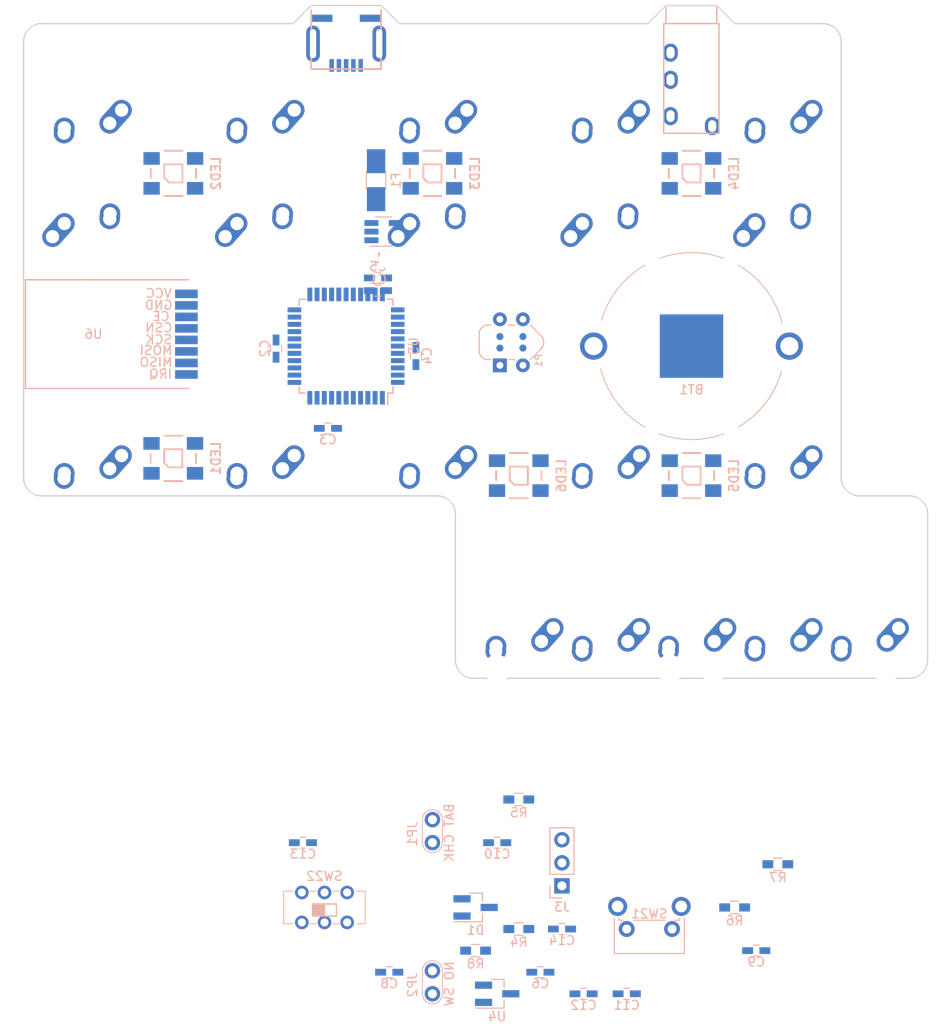
<source format=kicad_pcb>
(kicad_pcb (version 4) (host pcbnew 4.0.7)

  (general
    (links 188)
    (no_connects 148)
    (area 45.314899 36.174999 145.185101 110.535101)
    (thickness 1.6)
    (drawings 24)
    (tracks 0)
    (zones 0)
    (modules 65)
    (nets 56)
  )

  (page A4)
  (layers
    (0 F.Cu signal)
    (31 B.Cu signal)
    (32 B.Adhes user)
    (33 F.Adhes user)
    (34 B.Paste user)
    (35 F.Paste user)
    (36 B.SilkS user)
    (37 F.SilkS user)
    (38 B.Mask user)
    (39 F.Mask user)
    (40 Dwgs.User user)
    (41 Cmts.User user)
    (42 Eco1.User user)
    (43 Eco2.User user)
    (44 Edge.Cuts user)
    (45 Margin user)
    (46 B.CrtYd user)
    (47 F.CrtYd user)
    (48 B.Fab user hide)
    (49 F.Fab user)
  )

  (setup
    (last_trace_width 0.25)
    (user_trace_width 0.254)
    (user_trace_width 0.381)
    (trace_clearance 0.2)
    (zone_clearance 0.508)
    (zone_45_only no)
    (trace_min 0.2)
    (segment_width 0.2)
    (edge_width 0.15)
    (via_size 0.6)
    (via_drill 0.4)
    (via_min_size 0.4)
    (via_min_drill 0.3)
    (uvia_size 0.3)
    (uvia_drill 0.1)
    (uvias_allowed no)
    (uvia_min_size 0.2)
    (uvia_min_drill 0.1)
    (pcb_text_width 0.3)
    (pcb_text_size 1.5 1.5)
    (mod_edge_width 0.15)
    (mod_text_size 1 1)
    (mod_text_width 0.15)
    (pad_size 1.524 1.524)
    (pad_drill 0.762)
    (pad_to_mask_clearance 0.2)
    (aux_axis_origin 0 0)
    (visible_elements 7FFFF7FF)
    (pcbplotparams
      (layerselection 0x00030_80000001)
      (usegerberextensions false)
      (excludeedgelayer true)
      (linewidth 0.100000)
      (plotframeref false)
      (viasonmask false)
      (mode 1)
      (useauxorigin false)
      (hpglpennumber 1)
      (hpglpenspeed 20)
      (hpglpendiameter 15)
      (hpglpenoverlay 2)
      (psnegative false)
      (psa4output false)
      (plotreference true)
      (plotvalue true)
      (plotinvisibletext false)
      (padsonsilk false)
      (subtractmaskfromsilk false)
      (outputformat 1)
      (mirror false)
      (drillshape 1)
      (scaleselection 1)
      (outputdirectory ""))
  )

  (net 0 "")
  (net 1 VCC)
  (net 2 GND)
  (net 3 +5V)
  (net 4 /D-)
  (net 5 /D+)
  (net 6 /PDI)
  (net 7 /RST)
  (net 8 /KEY1)
  (net 9 /KEY2)
  (net 10 /KEY3)
  (net 11 /KEY4)
  (net 12 /KEY5)
  (net 13 /KEY6)
  (net 14 /KEY7)
  (net 15 /KEY8)
  (net 16 /KEY9)
  (net 17 /KEY10)
  (net 18 /KEY11)
  (net 19 /KEY12)
  (net 20 /KEY13)
  (net 21 /KEY14)
  (net 22 /KEY15)
  (net 23 /KEY16)
  (net 24 /KEY17)
  (net 25 /KEY18)
  (net 26 /SCL)
  (net 27 /SDA)
  (net 28 "Net-(BT1-Pad1)")
  (net 29 "Net-(C8-Pad1)")
  (net 30 +BATT)
  (net 31 "Net-(F1-Pad1)")
  (net 32 "Net-(J1-Pad6)")
  (net 33 "Net-(J1-Pad4)")
  (net 34 +3V3)
  (net 35 "Net-(J3-Pad1)")
  (net 36 "Net-(J3-Pad2)")
  (net 37 "Net-(J3-Pad3)")
  (net 38 /BAT_LVL)
  (net 39 "Net-(LED1-Pad2)")
  (net 40 "Net-(LED1-Pad4)")
  (net 41 "Net-(LED2-Pad2)")
  (net 42 "Net-(LED3-Pad2)")
  (net 43 "Net-(LED4-Pad2)")
  (net 44 "Net-(LED5-Pad2)")
  (net 45 "Net-(LED6-Pad2)")
  (net 46 /VBUS_CHECK)
  (net 47 "Net-(SW22-Pad3)")
  (net 48 "Net-(SW22-Pad6)")
  (net 49 /UNDER_LED)
  (net 50 /IRQ)
  (net 51 /CE)
  (net 52 /CSN)
  (net 53 /MOSI)
  (net 54 /MISO)
  (net 55 /SCK)

  (net_class Default "This is the default net class."
    (clearance 0.2)
    (trace_width 0.25)
    (via_dia 0.6)
    (via_drill 0.4)
    (uvia_dia 0.3)
    (uvia_drill 0.1)
    (add_net +3V3)
    (add_net +5V)
    (add_net +BATT)
    (add_net /BAT_LVL)
    (add_net /CE)
    (add_net /CSN)
    (add_net /D+)
    (add_net /D-)
    (add_net /IRQ)
    (add_net /KEY1)
    (add_net /KEY10)
    (add_net /KEY11)
    (add_net /KEY12)
    (add_net /KEY13)
    (add_net /KEY14)
    (add_net /KEY15)
    (add_net /KEY16)
    (add_net /KEY17)
    (add_net /KEY18)
    (add_net /KEY2)
    (add_net /KEY3)
    (add_net /KEY4)
    (add_net /KEY5)
    (add_net /KEY6)
    (add_net /KEY7)
    (add_net /KEY8)
    (add_net /KEY9)
    (add_net /MISO)
    (add_net /MOSI)
    (add_net /PDI)
    (add_net /RST)
    (add_net /SCK)
    (add_net /SCL)
    (add_net /SDA)
    (add_net /UNDER_LED)
    (add_net /VBUS_CHECK)
    (add_net GND)
    (add_net "Net-(BT1-Pad1)")
    (add_net "Net-(C8-Pad1)")
    (add_net "Net-(F1-Pad1)")
    (add_net "Net-(J1-Pad4)")
    (add_net "Net-(J1-Pad6)")
    (add_net "Net-(J3-Pad1)")
    (add_net "Net-(J3-Pad2)")
    (add_net "Net-(J3-Pad3)")
    (add_net "Net-(LED1-Pad2)")
    (add_net "Net-(LED1-Pad4)")
    (add_net "Net-(LED2-Pad2)")
    (add_net "Net-(LED3-Pad2)")
    (add_net "Net-(LED4-Pad2)")
    (add_net "Net-(LED5-Pad2)")
    (add_net "Net-(LED6-Pad2)")
    (add_net "Net-(SW22-Pad3)")
    (add_net "Net-(SW22-Pad6)")
    (add_net VCC)
  )

  (module MX_Alps_Hybrid:MX-2U-NoLED locked (layer F.Cu) (tedit 5B11AE34) (tstamp 5AFF5D41)
    (at 128.5875 102.39375 180)
    (path /5ABA11BB)
    (fp_text reference SW20 (at 0 3.175 180) (layer Dwgs.User)
      (effects (font (size 1 1) (thickness 0.15)))
    )
    (fp_text value SW_Push (at 0 -7.9375 180) (layer Dwgs.User)
      (effects (font (size 1 1) (thickness 0.15)))
    )
    (fp_line (start 5 -7) (end 7 -7) (layer Dwgs.User) (width 0.15))
    (fp_line (start 7 -7) (end 7 -5) (layer Dwgs.User) (width 0.15))
    (fp_line (start 5 7) (end 7 7) (layer Dwgs.User) (width 0.15))
    (fp_line (start 7 7) (end 7 5) (layer Dwgs.User) (width 0.15))
    (fp_line (start -7 5) (end -7 7) (layer Dwgs.User) (width 0.15))
    (fp_line (start -7 7) (end -5 7) (layer Dwgs.User) (width 0.15))
    (fp_line (start -5 -7) (end -7 -7) (layer Dwgs.User) (width 0.15))
    (fp_line (start -7 -7) (end -7 -5) (layer Dwgs.User) (width 0.15))
    (fp_line (start -19.05 -9.525) (end 19.05 -9.525) (layer Dwgs.User) (width 0.15))
    (fp_line (start 19.05 -9.525) (end 19.05 9.525) (layer Dwgs.User) (width 0.15))
    (fp_line (start -19.05 9.525) (end 19.05 9.525) (layer Dwgs.User) (width 0.15))
    (fp_line (start -19.05 9.525) (end -19.05 -9.525) (layer Dwgs.User) (width 0.15))
    (pad 1 thru_hole oval (at 2.5 -4.5 266.0548) (size 2.831378 2.25) (drill 1.47 (offset 0.290689 0)) (layers *.Cu B.Mask)
      (net 25 /KEY18))
    (pad 1 thru_hole circle (at 2.54 -5.08 180) (size 2.25 2.25) (drill 1.47) (layers *.Cu B.Mask)
      (net 25 /KEY18))
    (pad 2 thru_hole oval (at -3.81 -2.54 228.0996) (size 4.211556 2.25) (drill 1.47 (offset 0.980778 0)) (layers *.Cu B.Mask)
      (net 2 GND))
    (pad "" np_thru_hole circle (at 0 0 180) (size 3.9878 3.9878) (drill 3.9878) (layers *.Cu *.Mask))
    (pad 2 thru_hole circle (at -2.5 -4 180) (size 2.25 2.25) (drill 1.47) (layers *.Cu B.Mask)
      (net 2 GND))
    (pad "" np_thru_hole circle (at -5.08 0 228.0996) (size 1.75 1.75) (drill 1.75) (layers *.Cu *.Mask))
    (pad "" np_thru_hole circle (at 5.08 0 228.0996) (size 1.75 1.75) (drill 1.75) (layers *.Cu *.Mask))
    (pad "" np_thru_hole circle (at -11.938 -6.985 180) (size 3.048 3.048) (drill 3.048) (layers *.Cu *.Mask))
    (pad "" np_thru_hole circle (at 11.938 -6.985 180) (size 3.048 3.048) (drill 3.048) (layers *.Cu *.Mask))
    (pad "" np_thru_hole circle (at -11.938 8.255 180) (size 3.9878 3.9878) (drill 3.9878) (layers *.Cu *.Mask))
    (pad "" np_thru_hole circle (at 11.938 8.255 180) (size 3.9878 3.9878) (drill 3.9878) (layers *.Cu *.Mask))
  )

  (module MX_Alps_Hybrid:MX-2U-NoLED locked (layer F.Cu) (tedit 5B11AE06) (tstamp 5AFF5D27)
    (at 109.5375 102.39375 180)
    (path /5ABA11B4)
    (fp_text reference SW19 (at 0 3.175 180) (layer Dwgs.User)
      (effects (font (size 1 1) (thickness 0.15)))
    )
    (fp_text value SW_Push (at 0 -7.9375 180) (layer Dwgs.User)
      (effects (font (size 1 1) (thickness 0.15)))
    )
    (fp_line (start 5 -7) (end 7 -7) (layer Dwgs.User) (width 0.15))
    (fp_line (start 7 -7) (end 7 -5) (layer Dwgs.User) (width 0.15))
    (fp_line (start 5 7) (end 7 7) (layer Dwgs.User) (width 0.15))
    (fp_line (start 7 7) (end 7 5) (layer Dwgs.User) (width 0.15))
    (fp_line (start -7 5) (end -7 7) (layer Dwgs.User) (width 0.15))
    (fp_line (start -7 7) (end -5 7) (layer Dwgs.User) (width 0.15))
    (fp_line (start -5 -7) (end -7 -7) (layer Dwgs.User) (width 0.15))
    (fp_line (start -7 -7) (end -7 -5) (layer Dwgs.User) (width 0.15))
    (fp_line (start -19.05 -9.525) (end 19.05 -9.525) (layer Dwgs.User) (width 0.15))
    (fp_line (start 19.05 -9.525) (end 19.05 9.525) (layer Dwgs.User) (width 0.15))
    (fp_line (start -19.05 9.525) (end 19.05 9.525) (layer Dwgs.User) (width 0.15))
    (fp_line (start -19.05 9.525) (end -19.05 -9.525) (layer Dwgs.User) (width 0.15))
    (pad 1 thru_hole oval (at 2.5 -4.5 266.0548) (size 2.831378 2.25) (drill 1.47 (offset 0.290689 0)) (layers *.Cu B.Mask)
      (net 24 /KEY17))
    (pad 1 thru_hole circle (at 2.54 -5.08 180) (size 2.25 2.25) (drill 1.47) (layers *.Cu B.Mask)
      (net 24 /KEY17))
    (pad 2 thru_hole oval (at -3.81 -2.54 228.0996) (size 4.211556 2.25) (drill 1.47 (offset 0.980778 0)) (layers *.Cu B.Mask)
      (net 2 GND))
    (pad "" np_thru_hole circle (at 0 0 180) (size 3.9878 3.9878) (drill 3.9878) (layers *.Cu *.Mask))
    (pad 2 thru_hole circle (at -2.5 -4 180) (size 2.25 2.25) (drill 1.47) (layers *.Cu B.Mask)
      (net 2 GND))
    (pad "" np_thru_hole circle (at -5.08 0 228.0996) (size 1.75 1.75) (drill 1.75) (layers *.Cu *.Mask))
    (pad "" np_thru_hole circle (at 5.08 0 228.0996) (size 1.75 1.75) (drill 1.75) (layers *.Cu *.Mask))
    (pad "" np_thru_hole circle (at -11.938 -6.985 180) (size 3.048 3.048) (drill 3.048) (layers *.Cu *.Mask))
    (pad "" np_thru_hole circle (at 11.938 -6.985 180) (size 3.048 3.048) (drill 3.048) (layers *.Cu *.Mask))
    (pad "" np_thru_hole circle (at -11.938 8.255 180) (size 3.9878 3.9878) (drill 3.9878) (layers *.Cu *.Mask))
    (pad "" np_thru_hole circle (at 11.938 8.255 180) (size 3.9878 3.9878) (drill 3.9878) (layers *.Cu *.Mask))
  )

  (module MX_Alps_Hybrid:MX-1U-NoLED locked (layer F.Cu) (tedit 5A9F5203) (tstamp 5AFE0F79)
    (at 90.4875 83.34375 180)
    (path /5ABA0FB2)
    (fp_text reference SW13 (at 0 3.175 180) (layer Dwgs.User)
      (effects (font (size 1 1) (thickness 0.15)))
    )
    (fp_text value SW_Push (at 0 -7.9375 180) (layer Dwgs.User)
      (effects (font (size 1 1) (thickness 0.15)))
    )
    (fp_line (start 5 -7) (end 7 -7) (layer Dwgs.User) (width 0.15))
    (fp_line (start 7 -7) (end 7 -5) (layer Dwgs.User) (width 0.15))
    (fp_line (start 5 7) (end 7 7) (layer Dwgs.User) (width 0.15))
    (fp_line (start 7 7) (end 7 5) (layer Dwgs.User) (width 0.15))
    (fp_line (start -7 5) (end -7 7) (layer Dwgs.User) (width 0.15))
    (fp_line (start -7 7) (end -5 7) (layer Dwgs.User) (width 0.15))
    (fp_line (start -5 -7) (end -7 -7) (layer Dwgs.User) (width 0.15))
    (fp_line (start -7 -7) (end -7 -5) (layer Dwgs.User) (width 0.15))
    (fp_line (start -9.525 -9.525) (end 9.525 -9.525) (layer Dwgs.User) (width 0.15))
    (fp_line (start 9.525 -9.525) (end 9.525 9.525) (layer Dwgs.User) (width 0.15))
    (fp_line (start 9.525 9.525) (end -9.525 9.525) (layer Dwgs.User) (width 0.15))
    (fp_line (start -9.525 9.525) (end -9.525 -9.525) (layer Dwgs.User) (width 0.15))
    (pad 2 thru_hole oval (at 2.5 -4.5 266.0548) (size 2.831378 2.25) (drill 1.47 (offset 0.290689 0)) (layers *.Cu B.Mask)
      (net 2 GND))
    (pad 2 thru_hole circle (at 2.54 -5.08 180) (size 2.25 2.25) (drill 1.47) (layers *.Cu B.Mask)
      (net 2 GND))
    (pad 1 thru_hole oval (at -3.81 -2.54 228.0996) (size 4.211556 2.25) (drill 1.47 (offset 0.980778 0)) (layers *.Cu B.Mask)
      (net 20 /KEY13))
    (pad "" np_thru_hole circle (at 0 0 180) (size 3.9878 3.9878) (drill 3.9878) (layers *.Cu *.Mask))
    (pad 1 thru_hole circle (at -2.5 -4 180) (size 2.25 2.25) (drill 1.47) (layers *.Cu B.Mask)
      (net 20 /KEY13))
    (pad "" np_thru_hole circle (at -5.08 0 228.0996) (size 1.75 1.75) (drill 1.75) (layers *.Cu *.Mask))
    (pad "" np_thru_hole circle (at 5.08 0 228.0996) (size 1.75 1.75) (drill 1.75) (layers *.Cu *.Mask))
  )

  (module MX_Alps_Hybrid:MX-1U-NoLED locked (layer F.Cu) (tedit 5A9F5203) (tstamp 5AFE0EF5)
    (at 52.3875 45.24375 180)
    (path /5AB9EB4E)
    (fp_text reference SW1 (at 0 3.175 180) (layer Dwgs.User)
      (effects (font (size 1 1) (thickness 0.15)))
    )
    (fp_text value SW_Push (at 0 -7.9375 180) (layer Dwgs.User)
      (effects (font (size 1 1) (thickness 0.15)))
    )
    (fp_line (start 5 -7) (end 7 -7) (layer Dwgs.User) (width 0.15))
    (fp_line (start 7 -7) (end 7 -5) (layer Dwgs.User) (width 0.15))
    (fp_line (start 5 7) (end 7 7) (layer Dwgs.User) (width 0.15))
    (fp_line (start 7 7) (end 7 5) (layer Dwgs.User) (width 0.15))
    (fp_line (start -7 5) (end -7 7) (layer Dwgs.User) (width 0.15))
    (fp_line (start -7 7) (end -5 7) (layer Dwgs.User) (width 0.15))
    (fp_line (start -5 -7) (end -7 -7) (layer Dwgs.User) (width 0.15))
    (fp_line (start -7 -7) (end -7 -5) (layer Dwgs.User) (width 0.15))
    (fp_line (start -9.525 -9.525) (end 9.525 -9.525) (layer Dwgs.User) (width 0.15))
    (fp_line (start 9.525 -9.525) (end 9.525 9.525) (layer Dwgs.User) (width 0.15))
    (fp_line (start 9.525 9.525) (end -9.525 9.525) (layer Dwgs.User) (width 0.15))
    (fp_line (start -9.525 9.525) (end -9.525 -9.525) (layer Dwgs.User) (width 0.15))
    (pad 2 thru_hole oval (at 2.5 -4.5 266.0548) (size 2.831378 2.25) (drill 1.47 (offset 0.290689 0)) (layers *.Cu B.Mask)
      (net 2 GND))
    (pad 2 thru_hole circle (at 2.54 -5.08 180) (size 2.25 2.25) (drill 1.47) (layers *.Cu B.Mask)
      (net 2 GND))
    (pad 1 thru_hole oval (at -3.81 -2.54 228.0996) (size 4.211556 2.25) (drill 1.47 (offset 0.980778 0)) (layers *.Cu B.Mask)
      (net 8 /KEY1))
    (pad "" np_thru_hole circle (at 0 0 180) (size 3.9878 3.9878) (drill 3.9878) (layers *.Cu *.Mask))
    (pad 1 thru_hole circle (at -2.5 -4 180) (size 2.25 2.25) (drill 1.47) (layers *.Cu B.Mask)
      (net 8 /KEY1))
    (pad "" np_thru_hole circle (at -5.08 0 228.0996) (size 1.75 1.75) (drill 1.75) (layers *.Cu *.Mask))
    (pad "" np_thru_hole circle (at 5.08 0 228.0996) (size 1.75 1.75) (drill 1.75) (layers *.Cu *.Mask))
  )

  (module Fuse_Holders_and_Fuses:Fuse_SMD1206_HandSoldering (layer B.Cu) (tedit 0) (tstamp 5AFE0EC4)
    (at 84.27 55.52 90)
    (descr "Fuse, Sicherung, SMD1206, Littlefuse-Wickmann 433 Series, Hand Soldering,")
    (tags "Fuse Sicherung SMD1206 Littlefuse-Wickmann 433 Series Hand Soldering ")
    (path /5AB75E08)
    (attr smd)
    (fp_text reference F1 (at -0.05 2.2 90) (layer B.SilkS)
      (effects (font (size 1 1) (thickness 0.15)) (justify mirror))
    )
    (fp_text value Fuse (at -0.15 -2.5 90) (layer B.Fab)
      (effects (font (size 1 1) (thickness 0.15)) (justify mirror))
    )
    (fp_line (start -1.6 -0.8) (end -1.6 0.8) (layer B.Fab) (width 0.1))
    (fp_line (start 1.6 -0.8) (end -1.6 -0.8) (layer B.Fab) (width 0.1))
    (fp_line (start 1.6 0.8) (end 1.6 -0.8) (layer B.Fab) (width 0.1))
    (fp_line (start -1.6 0.8) (end 1.6 0.8) (layer B.Fab) (width 0.1))
    (fp_line (start 1 -1.07) (end -1 -1.07) (layer B.SilkS) (width 0.12))
    (fp_line (start -1 1.07) (end 1 1.07) (layer B.SilkS) (width 0.12))
    (fp_line (start -3.35 1.58) (end 3.35 1.58) (layer B.CrtYd) (width 0.05))
    (fp_line (start -3.35 1.58) (end -3.35 -1.58) (layer B.CrtYd) (width 0.05))
    (fp_line (start 3.35 -1.58) (end 3.35 1.58) (layer B.CrtYd) (width 0.05))
    (fp_line (start 3.35 -1.58) (end -3.35 -1.58) (layer B.CrtYd) (width 0.05))
    (pad 1 smd rect (at -2.09 0) (size 2.03 2.65) (layers B.Cu B.Paste B.Mask)
      (net 31 "Net-(F1-Pad1)"))
    (pad 2 smd rect (at 2.09 0) (size 2.03 2.65) (layers B.Cu B.Paste B.Mask)
      (net 3 +5V))
  )

  (module keyboard_parts:USB_miniB_hirose_5S8 (layer B.Cu) (tedit 5950B1FC) (tstamp 5AFE0ED1)
    (at 80.97 42.86)
    (descr "USB miniB hirose UX60SC-MB-5S8")
    (tags "USB miniB hirose through hole UX60SC-MB-5S8")
    (path /5ABA2F3D)
    (fp_text reference J1 (at 0 -2.45) (layer B.SilkS) hide
      (effects (font (size 0.8128 0.8128) (thickness 0.2032)) (justify mirror))
    )
    (fp_text value USB_OTG (at 0 -7.95) (layer Dwgs.User) hide
      (effects (font (thickness 0.3048)))
    )
    (fp_line (start 3.85 0.4) (end 3.85 -6.1) (layer B.SilkS) (width 0.2))
    (fp_line (start -3.85 0.4) (end -3.85 -6.1) (layer B.SilkS) (width 0.2))
    (fp_line (start -3.85 0.4) (end 3.85 0.4) (layer B.SilkS) (width 0.2))
    (fp_line (start -1 -6.1) (end 1 -6.1) (layer Dwgs.User) (width 0.2))
    (fp_line (start -3.85 -6.6) (end -3.85 -5.7) (layer Dwgs.User) (width 0.2))
    (fp_line (start 3.85 -6.6) (end 3.85 -5.7) (layer Dwgs.User) (width 0.2))
    (fp_text user "PCB edge" (at -0.05 -5.35) (layer Dwgs.User) hide
      (effects (font (size 0.5 0.5) (thickness 0.125)))
    )
    (fp_line (start -3.85 -6.6) (end 3.85 -6.6) (layer Dwgs.User) (width 0.2))
    (pad 6 smd rect (at 2.675 -5.2) (size 2.35 0.8) (layers B.Cu B.Paste B.Mask)
      (net 32 "Net-(J1-Pad6)"))
    (pad 6 smd rect (at -2.675 -5.2) (size 2.35 0.8) (layers B.Cu B.Paste B.Mask)
      (net 32 "Net-(J1-Pad6)"))
    (pad 1 smd rect (at -1.6 0) (size 0.5 1.4) (layers B.Cu B.Paste B.Mask)
      (net 31 "Net-(F1-Pad1)"))
    (pad 2 smd rect (at -0.8 0) (size 0.5 1.4) (layers B.Cu B.Paste B.Mask)
      (net 4 /D-))
    (pad 3 smd rect (at 0 0) (size 0.5 1.4) (layers B.Cu B.Paste B.Mask)
      (net 5 /D+))
    (pad 4 smd rect (at 0.8 0) (size 0.5 1.4) (layers B.Cu B.Paste B.Mask)
      (net 33 "Net-(J1-Pad4)"))
    (pad 5 smd rect (at 1.6 0) (size 0.5 1.4) (layers B.Cu B.Paste B.Mask)
      (net 2 GND))
    (pad 6 thru_hole oval (at -3.65 -2.4) (size 1.5 4) (drill oval 0.7 3.2) (layers *.Cu *.Mask B.Paste)
      (net 32 "Net-(J1-Pad6)"))
    (pad 6 thru_hole oval (at 3.65 -2.4) (size 1.5 4) (drill oval 0.7 3.2) (layers *.Cu *.Mask B.Paste)
      (net 32 "Net-(J1-Pad6)"))
  )

  (module Keebio-Parts:TRRS-PJ-320A (layer B.Cu) (tedit 5981F42F) (tstamp 5AFE0EDB)
    (at 119.05 38.25 180)
    (path /5AB02059)
    (fp_text reference J2 (at 0 -14.2 180) (layer Dwgs.User)
      (effects (font (size 1 1) (thickness 0.15)))
    )
    (fp_text value Audio-Jack-4 (at 0 5.6 180) (layer B.Fab)
      (effects (font (size 1 1) (thickness 0.15)) (justify mirror))
    )
    (fp_line (start 2.8 2) (end -2.8 2) (layer B.SilkS) (width 0.15))
    (fp_line (start -2.8 0) (end -2.8 2) (layer B.SilkS) (width 0.15))
    (fp_line (start 2.8 0) (end 2.8 2) (layer B.SilkS) (width 0.15))
    (fp_line (start -3.05 0) (end -3.05 -12.1) (layer B.SilkS) (width 0.15))
    (fp_line (start 3.05 0) (end 3.05 -12.1) (layer B.SilkS) (width 0.15))
    (fp_line (start 3.05 -12.1) (end -3.05 -12.1) (layer B.SilkS) (width 0.15))
    (fp_line (start 3.05 0) (end -3.05 0) (layer B.SilkS) (width 0.15))
    (pad 1 thru_hole oval (at -2.3 -11.3 180) (size 1.6 2) (drill oval 0.9 1.3) (layers *.Cu *.Mask)
      (net 34 +3V3))
    (pad 2 thru_hole oval (at 2.3 -10.2 180) (size 1.6 2) (drill oval 0.9 1.3) (layers *.Cu *.Mask)
      (net 26 /SCL))
    (pad 4 thru_hole oval (at 2.3 -3.2 180) (size 1.6 2) (drill oval 0.9 1.3) (layers *.Cu *.Mask)
      (net 2 GND))
    (pad "" np_thru_hole circle (at 0 -8.6 180) (size 0.8 0.8) (drill 0.8) (layers *.Cu *.Mask))
    (pad "" np_thru_hole circle (at 0 -1.6 180) (size 0.8 0.8) (drill 0.8) (layers *.Cu *.Mask))
    (pad 3 thru_hole oval (at 2.3 -6.2 180) (size 1.6 2) (drill oval 0.9 1.3) (layers *.Cu *.Mask)
      (net 27 /SDA))
  )

  (module Tag-Connect:TC2030-NL_SMALL_AND_IDC_PDI (layer B.Cu) (tedit 5A4D5A09) (tstamp 5AFE0EEA)
    (at 99.2 73.4 180)
    (descr "Tag-Connect TC2030-NL footprint by carloscuev@gmail.com")
    (tags "Tag-Connect TC2030-NL")
    (path /5AB737FC)
    (clearance 0.127)
    (attr virtual)
    (fp_text reference P1 (at -3 -2 450) (layer B.SilkS)
      (effects (font (size 0.75692 0.75692) (thickness 0.127)) (justify mirror))
    )
    (fp_text value TC2030-IDC (at -1.933 0 450) (layer B.SilkS) hide
      (effects (font (size 0.75692 0.75692) (thickness 0.127)) (justify mirror))
    )
    (fp_line (start 2.6035 -1.905) (end 2.3035 -1.905) (layer B.SilkS) (width 0.127))
    (fp_line (start 0.4 1.9) (end -0.4 1.9) (layer B.SilkS) (width 0.127))
    (fp_line (start 0.3 -1.9) (end -0.4 -1.9) (layer B.SilkS) (width 0.127))
    (fp_line (start -3.2639 -0.7239) (end -2.0828 -1.905) (layer B.SilkS) (width 0.127))
    (fp_line (start -3.2639 0.7239) (end -2.0828 1.905) (layer B.SilkS) (width 0.127))
    (fp_arc (start -2.54 0) (end -3.2639 -0.7239) (angle -90) (layer B.SilkS) (width 0.127))
    (fp_line (start 3.556 0.9525) (end 3.556 -0.9525) (layer B.SilkS) (width 0.127))
    (fp_arc (start 2.6035 -0.9525) (end 3.556 -0.9525) (angle -90) (layer B.SilkS) (width 0.127))
    (fp_arc (start 2.6035 0.9525) (end 2.6035 1.905) (angle -90) (layer B.SilkS) (width 0.127))
    (fp_line (start 2.6035 1.905) (end 2.3035 1.905) (layer B.SilkS) (width 0.127))
    (pad 1 connect circle (at -1.27 -0.635 180) (size 0.78486 0.78486) (layers B.Cu B.Mask)
      (net 6 /PDI))
    (pad 2 connect circle (at -1.27 0.635 180) (size 0.78486 0.78486) (layers B.Cu B.Mask)
      (net 1 VCC))
    (pad 5 connect circle (at 1.27 -0.635 180) (size 0.78486 0.78486) (layers B.Cu B.Mask)
      (net 7 /RST))
    (pad 6 connect circle (at 1.27 0.635 180) (size 0.78486 0.78486) (layers B.Cu B.Mask)
      (net 2 GND))
    (pad "" np_thru_hole circle (at -2.54 0 180) (size 0.98806 0.98806) (drill 0.98806) (layers *.Cu *.Mask B.SilkS))
    (pad "" np_thru_hole circle (at 2.54 1.016 180) (size 0.98552 0.98552) (drill 0.98552) (layers *.Cu *.Mask B.SilkS))
    (pad "" np_thru_hole circle (at 2.54 -1.016 180) (size 0.98552 0.98552) (drill 0.98552) (layers *.Cu *.Mask B.SilkS))
    (pad 2 thru_hole circle (at -1.27 -2.54 90) (size 1.524 1.524) (drill 0.762) (layers *.Cu *.Mask)
      (net 1 VCC))
    (pad 6 thru_hole circle (at -1.27 2.54 90) (size 1.524 1.524) (drill 0.762) (layers *.Cu *.Mask)
      (net 2 GND))
    (pad 1 thru_hole rect (at 1.27 -2.54 90) (size 1.524 1.524) (drill 0.762) (layers *.Cu *.Mask)
      (net 6 /PDI))
    (pad 5 thru_hole circle (at 1.27 2.54 90) (size 1.524 1.524) (drill 0.762) (layers *.Cu *.Mask)
      (net 7 /RST))
  )

  (module MX_Alps_Hybrid:MX-1U-NoLED locked (layer F.Cu) (tedit 5A9F5203) (tstamp 5AFE0F00)
    (at 71.4375 45.24375 180)
    (path /5AB9F6D7)
    (fp_text reference SW2 (at 0 3.175 180) (layer Dwgs.User)
      (effects (font (size 1 1) (thickness 0.15)))
    )
    (fp_text value SW_Push (at 0 -7.9375 180) (layer Dwgs.User)
      (effects (font (size 1 1) (thickness 0.15)))
    )
    (fp_line (start 5 -7) (end 7 -7) (layer Dwgs.User) (width 0.15))
    (fp_line (start 7 -7) (end 7 -5) (layer Dwgs.User) (width 0.15))
    (fp_line (start 5 7) (end 7 7) (layer Dwgs.User) (width 0.15))
    (fp_line (start 7 7) (end 7 5) (layer Dwgs.User) (width 0.15))
    (fp_line (start -7 5) (end -7 7) (layer Dwgs.User) (width 0.15))
    (fp_line (start -7 7) (end -5 7) (layer Dwgs.User) (width 0.15))
    (fp_line (start -5 -7) (end -7 -7) (layer Dwgs.User) (width 0.15))
    (fp_line (start -7 -7) (end -7 -5) (layer Dwgs.User) (width 0.15))
    (fp_line (start -9.525 -9.525) (end 9.525 -9.525) (layer Dwgs.User) (width 0.15))
    (fp_line (start 9.525 -9.525) (end 9.525 9.525) (layer Dwgs.User) (width 0.15))
    (fp_line (start 9.525 9.525) (end -9.525 9.525) (layer Dwgs.User) (width 0.15))
    (fp_line (start -9.525 9.525) (end -9.525 -9.525) (layer Dwgs.User) (width 0.15))
    (pad 2 thru_hole oval (at 2.5 -4.5 266.0548) (size 2.831378 2.25) (drill 1.47 (offset 0.290689 0)) (layers *.Cu B.Mask)
      (net 2 GND))
    (pad 2 thru_hole circle (at 2.54 -5.08 180) (size 2.25 2.25) (drill 1.47) (layers *.Cu B.Mask)
      (net 2 GND))
    (pad 1 thru_hole oval (at -3.81 -2.54 228.0996) (size 4.211556 2.25) (drill 1.47 (offset 0.980778 0)) (layers *.Cu B.Mask)
      (net 9 /KEY2))
    (pad "" np_thru_hole circle (at 0 0 180) (size 3.9878 3.9878) (drill 3.9878) (layers *.Cu *.Mask))
    (pad 1 thru_hole circle (at -2.5 -4 180) (size 2.25 2.25) (drill 1.47) (layers *.Cu B.Mask)
      (net 9 /KEY2))
    (pad "" np_thru_hole circle (at -5.08 0 228.0996) (size 1.75 1.75) (drill 1.75) (layers *.Cu *.Mask))
    (pad "" np_thru_hole circle (at 5.08 0 228.0996) (size 1.75 1.75) (drill 1.75) (layers *.Cu *.Mask))
  )

  (module MX_Alps_Hybrid:MX-1U-NoLED locked (layer F.Cu) (tedit 5A9F5203) (tstamp 5AFE0F0B)
    (at 90.4875 45.24375 180)
    (path /5AB9FA5A)
    (fp_text reference SW3 (at 0 3.175 180) (layer Dwgs.User)
      (effects (font (size 1 1) (thickness 0.15)))
    )
    (fp_text value SW_Push (at 0 -7.9375 180) (layer Dwgs.User)
      (effects (font (size 1 1) (thickness 0.15)))
    )
    (fp_line (start 5 -7) (end 7 -7) (layer Dwgs.User) (width 0.15))
    (fp_line (start 7 -7) (end 7 -5) (layer Dwgs.User) (width 0.15))
    (fp_line (start 5 7) (end 7 7) (layer Dwgs.User) (width 0.15))
    (fp_line (start 7 7) (end 7 5) (layer Dwgs.User) (width 0.15))
    (fp_line (start -7 5) (end -7 7) (layer Dwgs.User) (width 0.15))
    (fp_line (start -7 7) (end -5 7) (layer Dwgs.User) (width 0.15))
    (fp_line (start -5 -7) (end -7 -7) (layer Dwgs.User) (width 0.15))
    (fp_line (start -7 -7) (end -7 -5) (layer Dwgs.User) (width 0.15))
    (fp_line (start -9.525 -9.525) (end 9.525 -9.525) (layer Dwgs.User) (width 0.15))
    (fp_line (start 9.525 -9.525) (end 9.525 9.525) (layer Dwgs.User) (width 0.15))
    (fp_line (start 9.525 9.525) (end -9.525 9.525) (layer Dwgs.User) (width 0.15))
    (fp_line (start -9.525 9.525) (end -9.525 -9.525) (layer Dwgs.User) (width 0.15))
    (pad 2 thru_hole oval (at 2.5 -4.5 266.0548) (size 2.831378 2.25) (drill 1.47 (offset 0.290689 0)) (layers *.Cu B.Mask)
      (net 2 GND))
    (pad 2 thru_hole circle (at 2.54 -5.08 180) (size 2.25 2.25) (drill 1.47) (layers *.Cu B.Mask)
      (net 2 GND))
    (pad 1 thru_hole oval (at -3.81 -2.54 228.0996) (size 4.211556 2.25) (drill 1.47 (offset 0.980778 0)) (layers *.Cu B.Mask)
      (net 10 /KEY3))
    (pad "" np_thru_hole circle (at 0 0 180) (size 3.9878 3.9878) (drill 3.9878) (layers *.Cu *.Mask))
    (pad 1 thru_hole circle (at -2.5 -4 180) (size 2.25 2.25) (drill 1.47) (layers *.Cu B.Mask)
      (net 10 /KEY3))
    (pad "" np_thru_hole circle (at -5.08 0 228.0996) (size 1.75 1.75) (drill 1.75) (layers *.Cu *.Mask))
    (pad "" np_thru_hole circle (at 5.08 0 228.0996) (size 1.75 1.75) (drill 1.75) (layers *.Cu *.Mask))
  )

  (module MX_Alps_Hybrid:MX-1U-NoLED locked (layer F.Cu) (tedit 5A9F5203) (tstamp 5AFE0F16)
    (at 109.5375 45.24375 180)
    (path /5AB9FE65)
    (fp_text reference SW4 (at 0 3.175 180) (layer Dwgs.User)
      (effects (font (size 1 1) (thickness 0.15)))
    )
    (fp_text value SW_Push (at 0 -7.9375 180) (layer Dwgs.User)
      (effects (font (size 1 1) (thickness 0.15)))
    )
    (fp_line (start 5 -7) (end 7 -7) (layer Dwgs.User) (width 0.15))
    (fp_line (start 7 -7) (end 7 -5) (layer Dwgs.User) (width 0.15))
    (fp_line (start 5 7) (end 7 7) (layer Dwgs.User) (width 0.15))
    (fp_line (start 7 7) (end 7 5) (layer Dwgs.User) (width 0.15))
    (fp_line (start -7 5) (end -7 7) (layer Dwgs.User) (width 0.15))
    (fp_line (start -7 7) (end -5 7) (layer Dwgs.User) (width 0.15))
    (fp_line (start -5 -7) (end -7 -7) (layer Dwgs.User) (width 0.15))
    (fp_line (start -7 -7) (end -7 -5) (layer Dwgs.User) (width 0.15))
    (fp_line (start -9.525 -9.525) (end 9.525 -9.525) (layer Dwgs.User) (width 0.15))
    (fp_line (start 9.525 -9.525) (end 9.525 9.525) (layer Dwgs.User) (width 0.15))
    (fp_line (start 9.525 9.525) (end -9.525 9.525) (layer Dwgs.User) (width 0.15))
    (fp_line (start -9.525 9.525) (end -9.525 -9.525) (layer Dwgs.User) (width 0.15))
    (pad 2 thru_hole oval (at 2.5 -4.5 266.0548) (size 2.831378 2.25) (drill 1.47 (offset 0.290689 0)) (layers *.Cu B.Mask)
      (net 2 GND))
    (pad 2 thru_hole circle (at 2.54 -5.08 180) (size 2.25 2.25) (drill 1.47) (layers *.Cu B.Mask)
      (net 2 GND))
    (pad 1 thru_hole oval (at -3.81 -2.54 228.0996) (size 4.211556 2.25) (drill 1.47 (offset 0.980778 0)) (layers *.Cu B.Mask)
      (net 11 /KEY4))
    (pad "" np_thru_hole circle (at 0 0 180) (size 3.9878 3.9878) (drill 3.9878) (layers *.Cu *.Mask))
    (pad 1 thru_hole circle (at -2.5 -4 180) (size 2.25 2.25) (drill 1.47) (layers *.Cu B.Mask)
      (net 11 /KEY4))
    (pad "" np_thru_hole circle (at -5.08 0 228.0996) (size 1.75 1.75) (drill 1.75) (layers *.Cu *.Mask))
    (pad "" np_thru_hole circle (at 5.08 0 228.0996) (size 1.75 1.75) (drill 1.75) (layers *.Cu *.Mask))
  )

  (module MX_Alps_Hybrid:MX-1U-NoLED locked (layer F.Cu) (tedit 5A9F5203) (tstamp 5AFE0F21)
    (at 128.5875 45.24375 180)
    (path /5ABA0D1A)
    (fp_text reference SW5 (at 0 3.175 180) (layer Dwgs.User)
      (effects (font (size 1 1) (thickness 0.15)))
    )
    (fp_text value SW_Push (at 0 -7.9375 180) (layer Dwgs.User)
      (effects (font (size 1 1) (thickness 0.15)))
    )
    (fp_line (start 5 -7) (end 7 -7) (layer Dwgs.User) (width 0.15))
    (fp_line (start 7 -7) (end 7 -5) (layer Dwgs.User) (width 0.15))
    (fp_line (start 5 7) (end 7 7) (layer Dwgs.User) (width 0.15))
    (fp_line (start 7 7) (end 7 5) (layer Dwgs.User) (width 0.15))
    (fp_line (start -7 5) (end -7 7) (layer Dwgs.User) (width 0.15))
    (fp_line (start -7 7) (end -5 7) (layer Dwgs.User) (width 0.15))
    (fp_line (start -5 -7) (end -7 -7) (layer Dwgs.User) (width 0.15))
    (fp_line (start -7 -7) (end -7 -5) (layer Dwgs.User) (width 0.15))
    (fp_line (start -9.525 -9.525) (end 9.525 -9.525) (layer Dwgs.User) (width 0.15))
    (fp_line (start 9.525 -9.525) (end 9.525 9.525) (layer Dwgs.User) (width 0.15))
    (fp_line (start 9.525 9.525) (end -9.525 9.525) (layer Dwgs.User) (width 0.15))
    (fp_line (start -9.525 9.525) (end -9.525 -9.525) (layer Dwgs.User) (width 0.15))
    (pad 2 thru_hole oval (at 2.5 -4.5 266.0548) (size 2.831378 2.25) (drill 1.47 (offset 0.290689 0)) (layers *.Cu B.Mask)
      (net 2 GND))
    (pad 2 thru_hole circle (at 2.54 -5.08 180) (size 2.25 2.25) (drill 1.47) (layers *.Cu B.Mask)
      (net 2 GND))
    (pad 1 thru_hole oval (at -3.81 -2.54 228.0996) (size 4.211556 2.25) (drill 1.47 (offset 0.980778 0)) (layers *.Cu B.Mask)
      (net 12 /KEY5))
    (pad "" np_thru_hole circle (at 0 0 180) (size 3.9878 3.9878) (drill 3.9878) (layers *.Cu *.Mask))
    (pad 1 thru_hole circle (at -2.5 -4 180) (size 2.25 2.25) (drill 1.47) (layers *.Cu B.Mask)
      (net 12 /KEY5))
    (pad "" np_thru_hole circle (at -5.08 0 228.0996) (size 1.75 1.75) (drill 1.75) (layers *.Cu *.Mask))
    (pad "" np_thru_hole circle (at 5.08 0 228.0996) (size 1.75 1.75) (drill 1.75) (layers *.Cu *.Mask))
  )

  (module MX_Alps_Hybrid:MX-1U-NoLED locked (layer F.Cu) (tedit 5A9F5203) (tstamp 5AFE0F2C)
    (at 52.3875 64.29375)
    (path /5ABA0D21)
    (fp_text reference SW6 (at 0 3.175) (layer Dwgs.User)
      (effects (font (size 1 1) (thickness 0.15)))
    )
    (fp_text value SW_Push (at 0 -7.9375) (layer Dwgs.User)
      (effects (font (size 1 1) (thickness 0.15)))
    )
    (fp_line (start 5 -7) (end 7 -7) (layer Dwgs.User) (width 0.15))
    (fp_line (start 7 -7) (end 7 -5) (layer Dwgs.User) (width 0.15))
    (fp_line (start 5 7) (end 7 7) (layer Dwgs.User) (width 0.15))
    (fp_line (start 7 7) (end 7 5) (layer Dwgs.User) (width 0.15))
    (fp_line (start -7 5) (end -7 7) (layer Dwgs.User) (width 0.15))
    (fp_line (start -7 7) (end -5 7) (layer Dwgs.User) (width 0.15))
    (fp_line (start -5 -7) (end -7 -7) (layer Dwgs.User) (width 0.15))
    (fp_line (start -7 -7) (end -7 -5) (layer Dwgs.User) (width 0.15))
    (fp_line (start -9.525 -9.525) (end 9.525 -9.525) (layer Dwgs.User) (width 0.15))
    (fp_line (start 9.525 -9.525) (end 9.525 9.525) (layer Dwgs.User) (width 0.15))
    (fp_line (start 9.525 9.525) (end -9.525 9.525) (layer Dwgs.User) (width 0.15))
    (fp_line (start -9.525 9.525) (end -9.525 -9.525) (layer Dwgs.User) (width 0.15))
    (pad 2 thru_hole oval (at 2.5 -4.5 86.0548) (size 2.831378 2.25) (drill 1.47 (offset 0.290689 0)) (layers *.Cu B.Mask)
      (net 2 GND))
    (pad 2 thru_hole circle (at 2.54 -5.08) (size 2.25 2.25) (drill 1.47) (layers *.Cu B.Mask)
      (net 2 GND))
    (pad 1 thru_hole oval (at -3.81 -2.54 48.0996) (size 4.211556 2.25) (drill 1.47 (offset 0.980778 0)) (layers *.Cu B.Mask)
      (net 13 /KEY6))
    (pad "" np_thru_hole circle (at 0 0) (size 3.9878 3.9878) (drill 3.9878) (layers *.Cu *.Mask))
    (pad 1 thru_hole circle (at -2.5 -4) (size 2.25 2.25) (drill 1.47) (layers *.Cu B.Mask)
      (net 13 /KEY6))
    (pad "" np_thru_hole circle (at -5.08 0 48.0996) (size 1.75 1.75) (drill 1.75) (layers *.Cu *.Mask))
    (pad "" np_thru_hole circle (at 5.08 0 48.0996) (size 1.75 1.75) (drill 1.75) (layers *.Cu *.Mask))
  )

  (module MX_Alps_Hybrid:MX-1U-NoLED locked (layer F.Cu) (tedit 5A9F5203) (tstamp 5AFE0F37)
    (at 71.4375 64.29375)
    (path /5ABA0D28)
    (fp_text reference SW7 (at 0 3.175) (layer Dwgs.User)
      (effects (font (size 1 1) (thickness 0.15)))
    )
    (fp_text value SW_Push (at 0 -7.9375) (layer Dwgs.User)
      (effects (font (size 1 1) (thickness 0.15)))
    )
    (fp_line (start 5 -7) (end 7 -7) (layer Dwgs.User) (width 0.15))
    (fp_line (start 7 -7) (end 7 -5) (layer Dwgs.User) (width 0.15))
    (fp_line (start 5 7) (end 7 7) (layer Dwgs.User) (width 0.15))
    (fp_line (start 7 7) (end 7 5) (layer Dwgs.User) (width 0.15))
    (fp_line (start -7 5) (end -7 7) (layer Dwgs.User) (width 0.15))
    (fp_line (start -7 7) (end -5 7) (layer Dwgs.User) (width 0.15))
    (fp_line (start -5 -7) (end -7 -7) (layer Dwgs.User) (width 0.15))
    (fp_line (start -7 -7) (end -7 -5) (layer Dwgs.User) (width 0.15))
    (fp_line (start -9.525 -9.525) (end 9.525 -9.525) (layer Dwgs.User) (width 0.15))
    (fp_line (start 9.525 -9.525) (end 9.525 9.525) (layer Dwgs.User) (width 0.15))
    (fp_line (start 9.525 9.525) (end -9.525 9.525) (layer Dwgs.User) (width 0.15))
    (fp_line (start -9.525 9.525) (end -9.525 -9.525) (layer Dwgs.User) (width 0.15))
    (pad 2 thru_hole oval (at 2.5 -4.5 86.0548) (size 2.831378 2.25) (drill 1.47 (offset 0.290689 0)) (layers *.Cu B.Mask)
      (net 2 GND))
    (pad 2 thru_hole circle (at 2.54 -5.08) (size 2.25 2.25) (drill 1.47) (layers *.Cu B.Mask)
      (net 2 GND))
    (pad 1 thru_hole oval (at -3.81 -2.54 48.0996) (size 4.211556 2.25) (drill 1.47 (offset 0.980778 0)) (layers *.Cu B.Mask)
      (net 14 /KEY7))
    (pad "" np_thru_hole circle (at 0 0) (size 3.9878 3.9878) (drill 3.9878) (layers *.Cu *.Mask))
    (pad 1 thru_hole circle (at -2.5 -4) (size 2.25 2.25) (drill 1.47) (layers *.Cu B.Mask)
      (net 14 /KEY7))
    (pad "" np_thru_hole circle (at -5.08 0 48.0996) (size 1.75 1.75) (drill 1.75) (layers *.Cu *.Mask))
    (pad "" np_thru_hole circle (at 5.08 0 48.0996) (size 1.75 1.75) (drill 1.75) (layers *.Cu *.Mask))
  )

  (module MX_Alps_Hybrid:MX-1U-NoLED locked (layer F.Cu) (tedit 5A9F5203) (tstamp 5AFE0F42)
    (at 90.4875 64.29375)
    (path /5ABA0D2F)
    (fp_text reference SW8 (at 0 3.175) (layer Dwgs.User)
      (effects (font (size 1 1) (thickness 0.15)))
    )
    (fp_text value SW_Push (at 0 -7.9375) (layer Dwgs.User)
      (effects (font (size 1 1) (thickness 0.15)))
    )
    (fp_line (start 5 -7) (end 7 -7) (layer Dwgs.User) (width 0.15))
    (fp_line (start 7 -7) (end 7 -5) (layer Dwgs.User) (width 0.15))
    (fp_line (start 5 7) (end 7 7) (layer Dwgs.User) (width 0.15))
    (fp_line (start 7 7) (end 7 5) (layer Dwgs.User) (width 0.15))
    (fp_line (start -7 5) (end -7 7) (layer Dwgs.User) (width 0.15))
    (fp_line (start -7 7) (end -5 7) (layer Dwgs.User) (width 0.15))
    (fp_line (start -5 -7) (end -7 -7) (layer Dwgs.User) (width 0.15))
    (fp_line (start -7 -7) (end -7 -5) (layer Dwgs.User) (width 0.15))
    (fp_line (start -9.525 -9.525) (end 9.525 -9.525) (layer Dwgs.User) (width 0.15))
    (fp_line (start 9.525 -9.525) (end 9.525 9.525) (layer Dwgs.User) (width 0.15))
    (fp_line (start 9.525 9.525) (end -9.525 9.525) (layer Dwgs.User) (width 0.15))
    (fp_line (start -9.525 9.525) (end -9.525 -9.525) (layer Dwgs.User) (width 0.15))
    (pad 2 thru_hole oval (at 2.5 -4.5 86.0548) (size 2.831378 2.25) (drill 1.47 (offset 0.290689 0)) (layers *.Cu B.Mask)
      (net 2 GND))
    (pad 2 thru_hole circle (at 2.54 -5.08) (size 2.25 2.25) (drill 1.47) (layers *.Cu B.Mask)
      (net 2 GND))
    (pad 1 thru_hole oval (at -3.81 -2.54 48.0996) (size 4.211556 2.25) (drill 1.47 (offset 0.980778 0)) (layers *.Cu B.Mask)
      (net 15 /KEY8))
    (pad "" np_thru_hole circle (at 0 0) (size 3.9878 3.9878) (drill 3.9878) (layers *.Cu *.Mask))
    (pad 1 thru_hole circle (at -2.5 -4) (size 2.25 2.25) (drill 1.47) (layers *.Cu B.Mask)
      (net 15 /KEY8))
    (pad "" np_thru_hole circle (at -5.08 0 48.0996) (size 1.75 1.75) (drill 1.75) (layers *.Cu *.Mask))
    (pad "" np_thru_hole circle (at 5.08 0 48.0996) (size 1.75 1.75) (drill 1.75) (layers *.Cu *.Mask))
  )

  (module MX_Alps_Hybrid:MX-1U-NoLED locked (layer F.Cu) (tedit 5A9F5203) (tstamp 5AFE0F4D)
    (at 109.5375 64.29375)
    (path /5ABA0F92)
    (fp_text reference SW9 (at 0 3.175) (layer Dwgs.User)
      (effects (font (size 1 1) (thickness 0.15)))
    )
    (fp_text value SW_Push (at 0 -7.9375) (layer Dwgs.User)
      (effects (font (size 1 1) (thickness 0.15)))
    )
    (fp_line (start 5 -7) (end 7 -7) (layer Dwgs.User) (width 0.15))
    (fp_line (start 7 -7) (end 7 -5) (layer Dwgs.User) (width 0.15))
    (fp_line (start 5 7) (end 7 7) (layer Dwgs.User) (width 0.15))
    (fp_line (start 7 7) (end 7 5) (layer Dwgs.User) (width 0.15))
    (fp_line (start -7 5) (end -7 7) (layer Dwgs.User) (width 0.15))
    (fp_line (start -7 7) (end -5 7) (layer Dwgs.User) (width 0.15))
    (fp_line (start -5 -7) (end -7 -7) (layer Dwgs.User) (width 0.15))
    (fp_line (start -7 -7) (end -7 -5) (layer Dwgs.User) (width 0.15))
    (fp_line (start -9.525 -9.525) (end 9.525 -9.525) (layer Dwgs.User) (width 0.15))
    (fp_line (start 9.525 -9.525) (end 9.525 9.525) (layer Dwgs.User) (width 0.15))
    (fp_line (start 9.525 9.525) (end -9.525 9.525) (layer Dwgs.User) (width 0.15))
    (fp_line (start -9.525 9.525) (end -9.525 -9.525) (layer Dwgs.User) (width 0.15))
    (pad 2 thru_hole oval (at 2.5 -4.5 86.0548) (size 2.831378 2.25) (drill 1.47 (offset 0.290689 0)) (layers *.Cu B.Mask)
      (net 2 GND))
    (pad 2 thru_hole circle (at 2.54 -5.08) (size 2.25 2.25) (drill 1.47) (layers *.Cu B.Mask)
      (net 2 GND))
    (pad 1 thru_hole oval (at -3.81 -2.54 48.0996) (size 4.211556 2.25) (drill 1.47 (offset 0.980778 0)) (layers *.Cu B.Mask)
      (net 16 /KEY9))
    (pad "" np_thru_hole circle (at 0 0) (size 3.9878 3.9878) (drill 3.9878) (layers *.Cu *.Mask))
    (pad 1 thru_hole circle (at -2.5 -4) (size 2.25 2.25) (drill 1.47) (layers *.Cu B.Mask)
      (net 16 /KEY9))
    (pad "" np_thru_hole circle (at -5.08 0 48.0996) (size 1.75 1.75) (drill 1.75) (layers *.Cu *.Mask))
    (pad "" np_thru_hole circle (at 5.08 0 48.0996) (size 1.75 1.75) (drill 1.75) (layers *.Cu *.Mask))
  )

  (module MX_Alps_Hybrid:MX-1U-NoLED locked (layer F.Cu) (tedit 5A9F5203) (tstamp 5AFE0F58)
    (at 128.5875 64.29375)
    (path /5ABA0F99)
    (fp_text reference SW10 (at 0 3.175) (layer Dwgs.User)
      (effects (font (size 1 1) (thickness 0.15)))
    )
    (fp_text value SW_Push (at 0 -7.9375) (layer Dwgs.User)
      (effects (font (size 1 1) (thickness 0.15)))
    )
    (fp_line (start 5 -7) (end 7 -7) (layer Dwgs.User) (width 0.15))
    (fp_line (start 7 -7) (end 7 -5) (layer Dwgs.User) (width 0.15))
    (fp_line (start 5 7) (end 7 7) (layer Dwgs.User) (width 0.15))
    (fp_line (start 7 7) (end 7 5) (layer Dwgs.User) (width 0.15))
    (fp_line (start -7 5) (end -7 7) (layer Dwgs.User) (width 0.15))
    (fp_line (start -7 7) (end -5 7) (layer Dwgs.User) (width 0.15))
    (fp_line (start -5 -7) (end -7 -7) (layer Dwgs.User) (width 0.15))
    (fp_line (start -7 -7) (end -7 -5) (layer Dwgs.User) (width 0.15))
    (fp_line (start -9.525 -9.525) (end 9.525 -9.525) (layer Dwgs.User) (width 0.15))
    (fp_line (start 9.525 -9.525) (end 9.525 9.525) (layer Dwgs.User) (width 0.15))
    (fp_line (start 9.525 9.525) (end -9.525 9.525) (layer Dwgs.User) (width 0.15))
    (fp_line (start -9.525 9.525) (end -9.525 -9.525) (layer Dwgs.User) (width 0.15))
    (pad 2 thru_hole oval (at 2.5 -4.5 86.0548) (size 2.831378 2.25) (drill 1.47 (offset 0.290689 0)) (layers *.Cu B.Mask)
      (net 2 GND))
    (pad 2 thru_hole circle (at 2.54 -5.08) (size 2.25 2.25) (drill 1.47) (layers *.Cu B.Mask)
      (net 2 GND))
    (pad 1 thru_hole oval (at -3.81 -2.54 48.0996) (size 4.211556 2.25) (drill 1.47 (offset 0.980778 0)) (layers *.Cu B.Mask)
      (net 17 /KEY10))
    (pad "" np_thru_hole circle (at 0 0) (size 3.9878 3.9878) (drill 3.9878) (layers *.Cu *.Mask))
    (pad 1 thru_hole circle (at -2.5 -4) (size 2.25 2.25) (drill 1.47) (layers *.Cu B.Mask)
      (net 17 /KEY10))
    (pad "" np_thru_hole circle (at -5.08 0 48.0996) (size 1.75 1.75) (drill 1.75) (layers *.Cu *.Mask))
    (pad "" np_thru_hole circle (at 5.08 0 48.0996) (size 1.75 1.75) (drill 1.75) (layers *.Cu *.Mask))
  )

  (module MX_Alps_Hybrid:MX-1U-NoLED locked (layer F.Cu) (tedit 5A9F5203) (tstamp 5AFE0F63)
    (at 52.3875 83.34375 180)
    (path /5ABA0FA0)
    (fp_text reference SW11 (at 0 3.175 180) (layer Dwgs.User)
      (effects (font (size 1 1) (thickness 0.15)))
    )
    (fp_text value SW_Push (at 0 -7.9375 180) (layer Dwgs.User)
      (effects (font (size 1 1) (thickness 0.15)))
    )
    (fp_line (start 5 -7) (end 7 -7) (layer Dwgs.User) (width 0.15))
    (fp_line (start 7 -7) (end 7 -5) (layer Dwgs.User) (width 0.15))
    (fp_line (start 5 7) (end 7 7) (layer Dwgs.User) (width 0.15))
    (fp_line (start 7 7) (end 7 5) (layer Dwgs.User) (width 0.15))
    (fp_line (start -7 5) (end -7 7) (layer Dwgs.User) (width 0.15))
    (fp_line (start -7 7) (end -5 7) (layer Dwgs.User) (width 0.15))
    (fp_line (start -5 -7) (end -7 -7) (layer Dwgs.User) (width 0.15))
    (fp_line (start -7 -7) (end -7 -5) (layer Dwgs.User) (width 0.15))
    (fp_line (start -9.525 -9.525) (end 9.525 -9.525) (layer Dwgs.User) (width 0.15))
    (fp_line (start 9.525 -9.525) (end 9.525 9.525) (layer Dwgs.User) (width 0.15))
    (fp_line (start 9.525 9.525) (end -9.525 9.525) (layer Dwgs.User) (width 0.15))
    (fp_line (start -9.525 9.525) (end -9.525 -9.525) (layer Dwgs.User) (width 0.15))
    (pad 2 thru_hole oval (at 2.5 -4.5 266.0548) (size 2.831378 2.25) (drill 1.47 (offset 0.290689 0)) (layers *.Cu B.Mask)
      (net 2 GND))
    (pad 2 thru_hole circle (at 2.54 -5.08 180) (size 2.25 2.25) (drill 1.47) (layers *.Cu B.Mask)
      (net 2 GND))
    (pad 1 thru_hole oval (at -3.81 -2.54 228.0996) (size 4.211556 2.25) (drill 1.47 (offset 0.980778 0)) (layers *.Cu B.Mask)
      (net 18 /KEY11))
    (pad "" np_thru_hole circle (at 0 0 180) (size 3.9878 3.9878) (drill 3.9878) (layers *.Cu *.Mask))
    (pad 1 thru_hole circle (at -2.5 -4 180) (size 2.25 2.25) (drill 1.47) (layers *.Cu B.Mask)
      (net 18 /KEY11))
    (pad "" np_thru_hole circle (at -5.08 0 228.0996) (size 1.75 1.75) (drill 1.75) (layers *.Cu *.Mask))
    (pad "" np_thru_hole circle (at 5.08 0 228.0996) (size 1.75 1.75) (drill 1.75) (layers *.Cu *.Mask))
  )

  (module MX_Alps_Hybrid:MX-1U-NoLED locked (layer F.Cu) (tedit 5A9F5203) (tstamp 5AFE0F6E)
    (at 71.4375 83.34375 180)
    (path /5ABA0FA7)
    (fp_text reference SW12 (at 0 3.175 180) (layer Dwgs.User)
      (effects (font (size 1 1) (thickness 0.15)))
    )
    (fp_text value SW_Push (at 0 -7.9375 180) (layer Dwgs.User)
      (effects (font (size 1 1) (thickness 0.15)))
    )
    (fp_line (start 5 -7) (end 7 -7) (layer Dwgs.User) (width 0.15))
    (fp_line (start 7 -7) (end 7 -5) (layer Dwgs.User) (width 0.15))
    (fp_line (start 5 7) (end 7 7) (layer Dwgs.User) (width 0.15))
    (fp_line (start 7 7) (end 7 5) (layer Dwgs.User) (width 0.15))
    (fp_line (start -7 5) (end -7 7) (layer Dwgs.User) (width 0.15))
    (fp_line (start -7 7) (end -5 7) (layer Dwgs.User) (width 0.15))
    (fp_line (start -5 -7) (end -7 -7) (layer Dwgs.User) (width 0.15))
    (fp_line (start -7 -7) (end -7 -5) (layer Dwgs.User) (width 0.15))
    (fp_line (start -9.525 -9.525) (end 9.525 -9.525) (layer Dwgs.User) (width 0.15))
    (fp_line (start 9.525 -9.525) (end 9.525 9.525) (layer Dwgs.User) (width 0.15))
    (fp_line (start 9.525 9.525) (end -9.525 9.525) (layer Dwgs.User) (width 0.15))
    (fp_line (start -9.525 9.525) (end -9.525 -9.525) (layer Dwgs.User) (width 0.15))
    (pad 2 thru_hole oval (at 2.5 -4.5 266.0548) (size 2.831378 2.25) (drill 1.47 (offset 0.290689 0)) (layers *.Cu B.Mask)
      (net 2 GND))
    (pad 2 thru_hole circle (at 2.54 -5.08 180) (size 2.25 2.25) (drill 1.47) (layers *.Cu B.Mask)
      (net 2 GND))
    (pad 1 thru_hole oval (at -3.81 -2.54 228.0996) (size 4.211556 2.25) (drill 1.47 (offset 0.980778 0)) (layers *.Cu B.Mask)
      (net 19 /KEY12))
    (pad "" np_thru_hole circle (at 0 0 180) (size 3.9878 3.9878) (drill 3.9878) (layers *.Cu *.Mask))
    (pad 1 thru_hole circle (at -2.5 -4 180) (size 2.25 2.25) (drill 1.47) (layers *.Cu B.Mask)
      (net 19 /KEY12))
    (pad "" np_thru_hole circle (at -5.08 0 228.0996) (size 1.75 1.75) (drill 1.75) (layers *.Cu *.Mask))
    (pad "" np_thru_hole circle (at 5.08 0 228.0996) (size 1.75 1.75) (drill 1.75) (layers *.Cu *.Mask))
  )

  (module MX_Alps_Hybrid:MX-1U-NoLED locked (layer F.Cu) (tedit 5A9F5203) (tstamp 5AFE0F84)
    (at 109.5375 83.34375 180)
    (path /5ABA0FB9)
    (fp_text reference SW14 (at 0 3.175 180) (layer Dwgs.User)
      (effects (font (size 1 1) (thickness 0.15)))
    )
    (fp_text value SW_Push (at 0 -7.9375 180) (layer Dwgs.User)
      (effects (font (size 1 1) (thickness 0.15)))
    )
    (fp_line (start 5 -7) (end 7 -7) (layer Dwgs.User) (width 0.15))
    (fp_line (start 7 -7) (end 7 -5) (layer Dwgs.User) (width 0.15))
    (fp_line (start 5 7) (end 7 7) (layer Dwgs.User) (width 0.15))
    (fp_line (start 7 7) (end 7 5) (layer Dwgs.User) (width 0.15))
    (fp_line (start -7 5) (end -7 7) (layer Dwgs.User) (width 0.15))
    (fp_line (start -7 7) (end -5 7) (layer Dwgs.User) (width 0.15))
    (fp_line (start -5 -7) (end -7 -7) (layer Dwgs.User) (width 0.15))
    (fp_line (start -7 -7) (end -7 -5) (layer Dwgs.User) (width 0.15))
    (fp_line (start -9.525 -9.525) (end 9.525 -9.525) (layer Dwgs.User) (width 0.15))
    (fp_line (start 9.525 -9.525) (end 9.525 9.525) (layer Dwgs.User) (width 0.15))
    (fp_line (start 9.525 9.525) (end -9.525 9.525) (layer Dwgs.User) (width 0.15))
    (fp_line (start -9.525 9.525) (end -9.525 -9.525) (layer Dwgs.User) (width 0.15))
    (pad 2 thru_hole oval (at 2.5 -4.5 266.0548) (size 2.831378 2.25) (drill 1.47 (offset 0.290689 0)) (layers *.Cu B.Mask)
      (net 2 GND))
    (pad 2 thru_hole circle (at 2.54 -5.08 180) (size 2.25 2.25) (drill 1.47) (layers *.Cu B.Mask)
      (net 2 GND))
    (pad 1 thru_hole oval (at -3.81 -2.54 228.0996) (size 4.211556 2.25) (drill 1.47 (offset 0.980778 0)) (layers *.Cu B.Mask)
      (net 21 /KEY14))
    (pad "" np_thru_hole circle (at 0 0 180) (size 3.9878 3.9878) (drill 3.9878) (layers *.Cu *.Mask))
    (pad 1 thru_hole circle (at -2.5 -4 180) (size 2.25 2.25) (drill 1.47) (layers *.Cu B.Mask)
      (net 21 /KEY14))
    (pad "" np_thru_hole circle (at -5.08 0 228.0996) (size 1.75 1.75) (drill 1.75) (layers *.Cu *.Mask))
    (pad "" np_thru_hole circle (at 5.08 0 228.0996) (size 1.75 1.75) (drill 1.75) (layers *.Cu *.Mask))
  )

  (module MX_Alps_Hybrid:MX-1U-NoLED locked (layer F.Cu) (tedit 5A9F5203) (tstamp 5AFE0F8F)
    (at 128.5875 83.34375 180)
    (path /5ABA0FC0)
    (fp_text reference SW15 (at 0 3.175 180) (layer Dwgs.User)
      (effects (font (size 1 1) (thickness 0.15)))
    )
    (fp_text value SW_Push (at 0 -7.9375 180) (layer Dwgs.User)
      (effects (font (size 1 1) (thickness 0.15)))
    )
    (fp_line (start 5 -7) (end 7 -7) (layer Dwgs.User) (width 0.15))
    (fp_line (start 7 -7) (end 7 -5) (layer Dwgs.User) (width 0.15))
    (fp_line (start 5 7) (end 7 7) (layer Dwgs.User) (width 0.15))
    (fp_line (start 7 7) (end 7 5) (layer Dwgs.User) (width 0.15))
    (fp_line (start -7 5) (end -7 7) (layer Dwgs.User) (width 0.15))
    (fp_line (start -7 7) (end -5 7) (layer Dwgs.User) (width 0.15))
    (fp_line (start -5 -7) (end -7 -7) (layer Dwgs.User) (width 0.15))
    (fp_line (start -7 -7) (end -7 -5) (layer Dwgs.User) (width 0.15))
    (fp_line (start -9.525 -9.525) (end 9.525 -9.525) (layer Dwgs.User) (width 0.15))
    (fp_line (start 9.525 -9.525) (end 9.525 9.525) (layer Dwgs.User) (width 0.15))
    (fp_line (start 9.525 9.525) (end -9.525 9.525) (layer Dwgs.User) (width 0.15))
    (fp_line (start -9.525 9.525) (end -9.525 -9.525) (layer Dwgs.User) (width 0.15))
    (pad 2 thru_hole oval (at 2.5 -4.5 266.0548) (size 2.831378 2.25) (drill 1.47 (offset 0.290689 0)) (layers *.Cu B.Mask)
      (net 2 GND))
    (pad 2 thru_hole circle (at 2.54 -5.08 180) (size 2.25 2.25) (drill 1.47) (layers *.Cu B.Mask)
      (net 2 GND))
    (pad 1 thru_hole oval (at -3.81 -2.54 228.0996) (size 4.211556 2.25) (drill 1.47 (offset 0.980778 0)) (layers *.Cu B.Mask)
      (net 22 /KEY15))
    (pad "" np_thru_hole circle (at 0 0 180) (size 3.9878 3.9878) (drill 3.9878) (layers *.Cu *.Mask))
    (pad 1 thru_hole circle (at -2.5 -4 180) (size 2.25 2.25) (drill 1.47) (layers *.Cu B.Mask)
      (net 22 /KEY15))
    (pad "" np_thru_hole circle (at -5.08 0 228.0996) (size 1.75 1.75) (drill 1.75) (layers *.Cu *.Mask))
    (pad "" np_thru_hole circle (at 5.08 0 228.0996) (size 1.75 1.75) (drill 1.75) (layers *.Cu *.Mask))
  )

  (module MX_Alps_Hybrid:MX-1U-NoLED locked (layer F.Cu) (tedit 5A9F5203) (tstamp 5AFE0F9A)
    (at 100.0125 102.39375 180)
    (path /5ABA0FC7)
    (fp_text reference SW16 (at 0 3.175 180) (layer Dwgs.User)
      (effects (font (size 1 1) (thickness 0.15)))
    )
    (fp_text value SW_Push (at 0 -7.9375 180) (layer Dwgs.User)
      (effects (font (size 1 1) (thickness 0.15)))
    )
    (fp_line (start 5 -7) (end 7 -7) (layer Dwgs.User) (width 0.15))
    (fp_line (start 7 -7) (end 7 -5) (layer Dwgs.User) (width 0.15))
    (fp_line (start 5 7) (end 7 7) (layer Dwgs.User) (width 0.15))
    (fp_line (start 7 7) (end 7 5) (layer Dwgs.User) (width 0.15))
    (fp_line (start -7 5) (end -7 7) (layer Dwgs.User) (width 0.15))
    (fp_line (start -7 7) (end -5 7) (layer Dwgs.User) (width 0.15))
    (fp_line (start -5 -7) (end -7 -7) (layer Dwgs.User) (width 0.15))
    (fp_line (start -7 -7) (end -7 -5) (layer Dwgs.User) (width 0.15))
    (fp_line (start -9.525 -9.525) (end 9.525 -9.525) (layer Dwgs.User) (width 0.15))
    (fp_line (start 9.525 -9.525) (end 9.525 9.525) (layer Dwgs.User) (width 0.15))
    (fp_line (start 9.525 9.525) (end -9.525 9.525) (layer Dwgs.User) (width 0.15))
    (fp_line (start -9.525 9.525) (end -9.525 -9.525) (layer Dwgs.User) (width 0.15))
    (pad 2 thru_hole oval (at 2.5 -4.5 266.0548) (size 2.831378 2.25) (drill 1.47 (offset 0.290689 0)) (layers *.Cu B.Mask)
      (net 2 GND))
    (pad 2 thru_hole circle (at 2.54 -5.08 180) (size 2.25 2.25) (drill 1.47) (layers *.Cu B.Mask)
      (net 2 GND))
    (pad 1 thru_hole oval (at -3.81 -2.54 228.0996) (size 4.211556 2.25) (drill 1.47 (offset 0.980778 0)) (layers *.Cu B.Mask)
      (net 23 /KEY16))
    (pad "" np_thru_hole circle (at 0 0 180) (size 3.9878 3.9878) (drill 3.9878) (layers *.Cu *.Mask))
    (pad 1 thru_hole circle (at -2.5 -4 180) (size 2.25 2.25) (drill 1.47) (layers *.Cu B.Mask)
      (net 23 /KEY16))
    (pad "" np_thru_hole circle (at -5.08 0 228.0996) (size 1.75 1.75) (drill 1.75) (layers *.Cu *.Mask))
    (pad "" np_thru_hole circle (at 5.08 0 228.0996) (size 1.75 1.75) (drill 1.75) (layers *.Cu *.Mask))
  )

  (module MX_Alps_Hybrid:MX-1U-NoLED locked (layer F.Cu) (tedit 5A9F5203) (tstamp 5AFE0FA5)
    (at 119.0625 102.39375 180)
    (path /5ABA11A6)
    (fp_text reference SW17 (at 0 3.175 180) (layer Dwgs.User)
      (effects (font (size 1 1) (thickness 0.15)))
    )
    (fp_text value SW_Push (at 0 -7.9375 180) (layer Dwgs.User)
      (effects (font (size 1 1) (thickness 0.15)))
    )
    (fp_line (start 5 -7) (end 7 -7) (layer Dwgs.User) (width 0.15))
    (fp_line (start 7 -7) (end 7 -5) (layer Dwgs.User) (width 0.15))
    (fp_line (start 5 7) (end 7 7) (layer Dwgs.User) (width 0.15))
    (fp_line (start 7 7) (end 7 5) (layer Dwgs.User) (width 0.15))
    (fp_line (start -7 5) (end -7 7) (layer Dwgs.User) (width 0.15))
    (fp_line (start -7 7) (end -5 7) (layer Dwgs.User) (width 0.15))
    (fp_line (start -5 -7) (end -7 -7) (layer Dwgs.User) (width 0.15))
    (fp_line (start -7 -7) (end -7 -5) (layer Dwgs.User) (width 0.15))
    (fp_line (start -9.525 -9.525) (end 9.525 -9.525) (layer Dwgs.User) (width 0.15))
    (fp_line (start 9.525 -9.525) (end 9.525 9.525) (layer Dwgs.User) (width 0.15))
    (fp_line (start 9.525 9.525) (end -9.525 9.525) (layer Dwgs.User) (width 0.15))
    (fp_line (start -9.525 9.525) (end -9.525 -9.525) (layer Dwgs.User) (width 0.15))
    (pad 2 thru_hole oval (at 2.5 -4.5 266.0548) (size 2.831378 2.25) (drill 1.47 (offset 0.290689 0)) (layers *.Cu B.Mask)
      (net 2 GND))
    (pad 2 thru_hole circle (at 2.54 -5.08 180) (size 2.25 2.25) (drill 1.47) (layers *.Cu B.Mask)
      (net 2 GND))
    (pad 1 thru_hole oval (at -3.81 -2.54 228.0996) (size 4.211556 2.25) (drill 1.47 (offset 0.980778 0)) (layers *.Cu B.Mask)
      (net 24 /KEY17))
    (pad "" np_thru_hole circle (at 0 0 180) (size 3.9878 3.9878) (drill 3.9878) (layers *.Cu *.Mask))
    (pad 1 thru_hole circle (at -2.5 -4 180) (size 2.25 2.25) (drill 1.47) (layers *.Cu B.Mask)
      (net 24 /KEY17))
    (pad "" np_thru_hole circle (at -5.08 0 228.0996) (size 1.75 1.75) (drill 1.75) (layers *.Cu *.Mask))
    (pad "" np_thru_hole circle (at 5.08 0 228.0996) (size 1.75 1.75) (drill 1.75) (layers *.Cu *.Mask))
  )

  (module MX_Alps_Hybrid:MX-1U-NoLED locked (layer F.Cu) (tedit 5A9F5203) (tstamp 5AFE0FB0)
    (at 138.1125 102.39375 180)
    (path /5ABA11AD)
    (fp_text reference SW18 (at 0 3.175 180) (layer Dwgs.User)
      (effects (font (size 1 1) (thickness 0.15)))
    )
    (fp_text value SW_Push (at 0 -7.9375 180) (layer Dwgs.User)
      (effects (font (size 1 1) (thickness 0.15)))
    )
    (fp_line (start 5 -7) (end 7 -7) (layer Dwgs.User) (width 0.15))
    (fp_line (start 7 -7) (end 7 -5) (layer Dwgs.User) (width 0.15))
    (fp_line (start 5 7) (end 7 7) (layer Dwgs.User) (width 0.15))
    (fp_line (start 7 7) (end 7 5) (layer Dwgs.User) (width 0.15))
    (fp_line (start -7 5) (end -7 7) (layer Dwgs.User) (width 0.15))
    (fp_line (start -7 7) (end -5 7) (layer Dwgs.User) (width 0.15))
    (fp_line (start -5 -7) (end -7 -7) (layer Dwgs.User) (width 0.15))
    (fp_line (start -7 -7) (end -7 -5) (layer Dwgs.User) (width 0.15))
    (fp_line (start -9.525 -9.525) (end 9.525 -9.525) (layer Dwgs.User) (width 0.15))
    (fp_line (start 9.525 -9.525) (end 9.525 9.525) (layer Dwgs.User) (width 0.15))
    (fp_line (start 9.525 9.525) (end -9.525 9.525) (layer Dwgs.User) (width 0.15))
    (fp_line (start -9.525 9.525) (end -9.525 -9.525) (layer Dwgs.User) (width 0.15))
    (pad 2 thru_hole oval (at 2.5 -4.5 266.0548) (size 2.831378 2.25) (drill 1.47 (offset 0.290689 0)) (layers *.Cu B.Mask)
      (net 2 GND))
    (pad 2 thru_hole circle (at 2.54 -5.08 180) (size 2.25 2.25) (drill 1.47) (layers *.Cu B.Mask)
      (net 2 GND))
    (pad 1 thru_hole oval (at -3.81 -2.54 228.0996) (size 4.211556 2.25) (drill 1.47 (offset 0.980778 0)) (layers *.Cu B.Mask)
      (net 25 /KEY18))
    (pad "" np_thru_hole circle (at 0 0 180) (size 3.9878 3.9878) (drill 3.9878) (layers *.Cu *.Mask))
    (pad 1 thru_hole circle (at -2.5 -4 180) (size 2.25 2.25) (drill 1.47) (layers *.Cu B.Mask)
      (net 25 /KEY18))
    (pad "" np_thru_hole circle (at -5.08 0 228.0996) (size 1.75 1.75) (drill 1.75) (layers *.Cu *.Mask))
    (pad "" np_thru_hole circle (at 5.08 0 228.0996) (size 1.75 1.75) (drill 1.75) (layers *.Cu *.Mask))
  )

  (module TO_SOT_Packages_SMD:SOT-23-5_HandSoldering (layer B.Cu) (tedit 58CE4E7E) (tstamp 5AFE0FD7)
    (at 85.11 61.19)
    (descr "5-pin SOT23 package")
    (tags "SOT-23-5 hand-soldering")
    (path /5AB3E12B)
    (attr smd)
    (fp_text reference U1 (at 0 2.9) (layer B.SilkS)
      (effects (font (size 1 1) (thickness 0.15)) (justify mirror))
    )
    (fp_text value 74LVC1G34 (at 0 -2.9) (layer B.Fab)
      (effects (font (size 1 1) (thickness 0.15)) (justify mirror))
    )
    (fp_text user %R (at 0 0 270) (layer B.Fab)
      (effects (font (size 0.5 0.5) (thickness 0.075)) (justify mirror))
    )
    (fp_line (start -0.9 -1.61) (end 0.9 -1.61) (layer B.SilkS) (width 0.12))
    (fp_line (start 0.9 1.61) (end -1.55 1.61) (layer B.SilkS) (width 0.12))
    (fp_line (start -0.9 0.9) (end -0.25 1.55) (layer B.Fab) (width 0.1))
    (fp_line (start 0.9 1.55) (end -0.25 1.55) (layer B.Fab) (width 0.1))
    (fp_line (start -0.9 0.9) (end -0.9 -1.55) (layer B.Fab) (width 0.1))
    (fp_line (start 0.9 -1.55) (end -0.9 -1.55) (layer B.Fab) (width 0.1))
    (fp_line (start 0.9 1.55) (end 0.9 -1.55) (layer B.Fab) (width 0.1))
    (fp_line (start -2.38 1.8) (end 2.38 1.8) (layer B.CrtYd) (width 0.05))
    (fp_line (start -2.38 1.8) (end -2.38 -1.8) (layer B.CrtYd) (width 0.05))
    (fp_line (start 2.38 -1.8) (end 2.38 1.8) (layer B.CrtYd) (width 0.05))
    (fp_line (start 2.38 -1.8) (end -2.38 -1.8) (layer B.CrtYd) (width 0.05))
    (pad 1 smd rect (at -1.35 0.95) (size 1.56 0.65) (layers B.Cu B.Paste B.Mask))
    (pad 2 smd rect (at -1.35 0) (size 1.56 0.65) (layers B.Cu B.Paste B.Mask)
      (net 49 /UNDER_LED))
    (pad 3 smd rect (at -1.35 -0.95) (size 1.56 0.65) (layers B.Cu B.Paste B.Mask)
      (net 2 GND))
    (pad 4 smd rect (at 1.35 -0.95) (size 1.56 0.65) (layers B.Cu B.Paste B.Mask)
      (net 40 "Net-(LED1-Pad4)"))
    (pad 5 smd rect (at 1.35 0.95) (size 1.56 0.65) (layers B.Cu B.Paste B.Mask)
      (net 3 +5V))
    (model ${KISYS3DMOD}/TO_SOT_Packages_SMD.3dshapes\SOT-23-5.wrl
      (at (xyz 0 0 0))
      (scale (xyz 1 1 1))
      (rotate (xyz 0 0 0))
    )
  )

  (module Mounting_Holes:MountingHole_2.2mm_M2 locked (layer F.Cu) (tedit 5AFF7FC4) (tstamp 5AFF82F3)
    (at 128.6 94.1)
    (descr "Mounting Hole 2.2mm, no annular, M2")
    (tags "mounting hole 2.2mm no annular m2")
    (fp_text reference M2 (at 0 -3.2) (layer Dwgs.User)
      (effects (font (size 1 1) (thickness 0.15)))
    )
    (fp_text value MountingHole_2.2mm_M2 (at 0 3.2) (layer Dwgs.User)
      (effects (font (size 1 1) (thickness 0.15)))
    )
    (fp_circle (center 0 0) (end 2.2 0) (layer Cmts.User) (width 0.15))
    (fp_circle (center 0 0) (end 2.45 0) (layer F.CrtYd) (width 0.05))
    (pad 1 np_thru_hole circle (at 0 0) (size 2.2 2.2) (drill 2.2) (layers *.Cu *.Mask))
  )

  (module Mounting_Holes:MountingHole_2.2mm_M2 locked (layer F.Cu) (tedit 5AFF7FCB) (tstamp 5AFF832B)
    (at 109.5 94.05)
    (descr "Mounting Hole 2.2mm, no annular, M2")
    (tags "mounting hole 2.2mm no annular m2")
    (fp_text reference M2 (at 0 -3.2) (layer Dwgs.User)
      (effects (font (size 1 1) (thickness 0.15)))
    )
    (fp_text value MountingHole_2.2mm_M2 (at 0 3.2) (layer Dwgs.User)
      (effects (font (size 1 1) (thickness 0.15)))
    )
    (fp_circle (center 0 0) (end 2.2 0) (layer Cmts.User) (width 0.15))
    (fp_circle (center 0 0) (end 2.45 0) (layer F.CrtYd) (width 0.05))
    (pad 1 np_thru_hole circle (at 0 0) (size 2.2 2.2) (drill 2.2) (layers *.Cu *.Mask))
  )

  (module Mounting_Holes:MountingHole_2.2mm_M2 locked (layer F.Cu) (tedit 5AFF7FBD) (tstamp 5AFF833A)
    (at 128.65 54.75)
    (descr "Mounting Hole 2.2mm, no annular, M2")
    (tags "mounting hole 2.2mm no annular m2")
    (fp_text reference M2 (at 0 -3.2) (layer Dwgs.User)
      (effects (font (size 1 1) (thickness 0.15)))
    )
    (fp_text value MountingHole_2.2mm_M2 (at 0 3.2) (layer Dwgs.User)
      (effects (font (size 1 1) (thickness 0.15)))
    )
    (fp_circle (center 0 0) (end 2.2 0) (layer Cmts.User) (width 0.15))
    (fp_circle (center 0 0) (end 2.45 0) (layer F.CrtYd) (width 0.05))
    (pad 1 np_thru_hole circle (at 0 0) (size 2.2 2.2) (drill 2.2) (layers *.Cu *.Mask))
  )

  (module Mounting_Holes:MountingHole_2.2mm_M2 locked (layer F.Cu) (tedit 5AFF7FB6) (tstamp 5AFF8354)
    (at 109.6 54.75)
    (descr "Mounting Hole 2.2mm, no annular, M2")
    (tags "mounting hole 2.2mm no annular m2")
    (fp_text reference M2 (at 0 -3.2) (layer Dwgs.User)
      (effects (font (size 1 1) (thickness 0.15)))
    )
    (fp_text value MountingHole_2.2mm_M2 (at 0 3.2) (layer Dwgs.User)
      (effects (font (size 1 1) (thickness 0.15)))
    )
    (fp_circle (center 0 0) (end 2.2 0) (layer Cmts.User) (width 0.15))
    (fp_circle (center 0 0) (end 2.45 0) (layer F.CrtYd) (width 0.05))
    (pad 1 np_thru_hole circle (at 0 0) (size 2.2 2.2) (drill 2.2) (layers *.Cu *.Mask))
  )

  (module Mounting_Holes:MountingHole_2.2mm_M2 locked (layer F.Cu) (tedit 5AFF7FA4) (tstamp 5AFF83A9)
    (at 61.9 81.1)
    (descr "Mounting Hole 2.2mm, no annular, M2")
    (tags "mounting hole 2.2mm no annular m2")
    (fp_text reference M2 (at 0 -3.2) (layer Dwgs.User)
      (effects (font (size 1 1) (thickness 0.15)))
    )
    (fp_text value MountingHole_2.2mm_M2 (at 0 3.2) (layer Dwgs.User)
      (effects (font (size 1 1) (thickness 0.15)))
    )
    (fp_circle (center 0 0) (end 2.2 0) (layer Cmts.User) (width 0.15))
    (fp_circle (center 0 0) (end 2.45 0) (layer F.CrtYd) (width 0.05))
    (pad 1 np_thru_hole circle (at 0 0) (size 2.2 2.2) (drill 2.2) (layers *.Cu *.Mask))
  )

  (module Mounting_Holes:MountingHole_2.2mm_M2 locked (layer F.Cu) (tedit 5AFF7FB0) (tstamp 5AFF83B6)
    (at 61.9 47.5)
    (descr "Mounting Hole 2.2mm, no annular, M2")
    (tags "mounting hole 2.2mm no annular m2")
    (fp_text reference M2 (at 0 -3.2) (layer Dwgs.User)
      (effects (font (size 1 1) (thickness 0.15)))
    )
    (fp_text value MountingHole_2.2mm_M2 (at 0 3.2) (layer Dwgs.User)
      (effects (font (size 1 1) (thickness 0.15)))
    )
    (fp_circle (center 0 0) (end 2.2 0) (layer Cmts.User) (width 0.15))
    (fp_circle (center 0 0) (end 2.45 0) (layer F.CrtYd) (width 0.05))
    (pad 1 np_thru_hole circle (at 0 0) (size 2.2 2.2) (drill 2.2) (layers *.Cu *.Mask))
  )

  (module Capacitors_SMD:C_0603_HandSoldering (layer B.Cu) (tedit 58AA848B) (tstamp 5B06287B)
    (at 84.48 67.7 180)
    (descr "Capacitor SMD 0603, hand soldering")
    (tags "capacitor 0603")
    (path /5AB564A4)
    (attr smd)
    (fp_text reference C1 (at 0 1.25 180) (layer B.SilkS)
      (effects (font (size 1 1) (thickness 0.15)) (justify mirror))
    )
    (fp_text value 0.1uF (at 0 -1.5 180) (layer B.Fab)
      (effects (font (size 1 1) (thickness 0.15)) (justify mirror))
    )
    (fp_text user %R (at 0 1.25 180) (layer B.Fab)
      (effects (font (size 1 1) (thickness 0.15)) (justify mirror))
    )
    (fp_line (start -0.8 -0.4) (end -0.8 0.4) (layer B.Fab) (width 0.1))
    (fp_line (start 0.8 -0.4) (end -0.8 -0.4) (layer B.Fab) (width 0.1))
    (fp_line (start 0.8 0.4) (end 0.8 -0.4) (layer B.Fab) (width 0.1))
    (fp_line (start -0.8 0.4) (end 0.8 0.4) (layer B.Fab) (width 0.1))
    (fp_line (start -0.35 0.6) (end 0.35 0.6) (layer B.SilkS) (width 0.12))
    (fp_line (start 0.35 -0.6) (end -0.35 -0.6) (layer B.SilkS) (width 0.12))
    (fp_line (start -1.8 0.65) (end 1.8 0.65) (layer B.CrtYd) (width 0.05))
    (fp_line (start -1.8 0.65) (end -1.8 -0.65) (layer B.CrtYd) (width 0.05))
    (fp_line (start 1.8 -0.65) (end 1.8 0.65) (layer B.CrtYd) (width 0.05))
    (fp_line (start 1.8 -0.65) (end -1.8 -0.65) (layer B.CrtYd) (width 0.05))
    (pad 1 smd rect (at -0.95 0 180) (size 1.2 0.75) (layers B.Cu B.Paste B.Mask)
      (net 3 +5V))
    (pad 2 smd rect (at 0.95 0 180) (size 1.2 0.75) (layers B.Cu B.Paste B.Mask)
      (net 2 GND))
    (model Capacitors_SMD.3dshapes/C_0603.wrl
      (at (xyz 0 0 0))
      (scale (xyz 1 1 1))
      (rotate (xyz 0 0 0))
    )
  )

  (module Capacitors_SMD:C_0603_HandSoldering (layer B.Cu) (tedit 58AA848B) (tstamp 5B06288B)
    (at 73.24 74.09 270)
    (descr "Capacitor SMD 0603, hand soldering")
    (tags "capacitor 0603")
    (path /5AB56F27)
    (attr smd)
    (fp_text reference C2 (at 0 1.25 270) (layer B.SilkS)
      (effects (font (size 1 1) (thickness 0.15)) (justify mirror))
    )
    (fp_text value 0.1uF (at 0 -1.5 270) (layer B.Fab)
      (effects (font (size 1 1) (thickness 0.15)) (justify mirror))
    )
    (fp_text user %R (at 0 1.25 270) (layer B.Fab)
      (effects (font (size 1 1) (thickness 0.15)) (justify mirror))
    )
    (fp_line (start -0.8 -0.4) (end -0.8 0.4) (layer B.Fab) (width 0.1))
    (fp_line (start 0.8 -0.4) (end -0.8 -0.4) (layer B.Fab) (width 0.1))
    (fp_line (start 0.8 0.4) (end 0.8 -0.4) (layer B.Fab) (width 0.1))
    (fp_line (start -0.8 0.4) (end 0.8 0.4) (layer B.Fab) (width 0.1))
    (fp_line (start -0.35 0.6) (end 0.35 0.6) (layer B.SilkS) (width 0.12))
    (fp_line (start 0.35 -0.6) (end -0.35 -0.6) (layer B.SilkS) (width 0.12))
    (fp_line (start -1.8 0.65) (end 1.8 0.65) (layer B.CrtYd) (width 0.05))
    (fp_line (start -1.8 0.65) (end -1.8 -0.65) (layer B.CrtYd) (width 0.05))
    (fp_line (start 1.8 -0.65) (end 1.8 0.65) (layer B.CrtYd) (width 0.05))
    (fp_line (start 1.8 -0.65) (end -1.8 -0.65) (layer B.CrtYd) (width 0.05))
    (pad 1 smd rect (at -0.95 0 270) (size 1.2 0.75) (layers B.Cu B.Paste B.Mask)
      (net 3 +5V))
    (pad 2 smd rect (at 0.95 0 270) (size 1.2 0.75) (layers B.Cu B.Paste B.Mask)
      (net 2 GND))
    (model Capacitors_SMD.3dshapes/C_0603.wrl
      (at (xyz 0 0 0))
      (scale (xyz 1 1 1))
      (rotate (xyz 0 0 0))
    )
  )

  (module Capacitors_SMD:C_0603_HandSoldering (layer B.Cu) (tedit 58AA848B) (tstamp 5B06289B)
    (at 78.96 82.89)
    (descr "Capacitor SMD 0603, hand soldering")
    (tags "capacitor 0603")
    (path /5AB5704D)
    (attr smd)
    (fp_text reference C3 (at 0 1.25) (layer B.SilkS)
      (effects (font (size 1 1) (thickness 0.15)) (justify mirror))
    )
    (fp_text value 0.1uF (at 0 -1.5) (layer B.Fab)
      (effects (font (size 1 1) (thickness 0.15)) (justify mirror))
    )
    (fp_text user %R (at 0 1.25) (layer B.Fab)
      (effects (font (size 1 1) (thickness 0.15)) (justify mirror))
    )
    (fp_line (start -0.8 -0.4) (end -0.8 0.4) (layer B.Fab) (width 0.1))
    (fp_line (start 0.8 -0.4) (end -0.8 -0.4) (layer B.Fab) (width 0.1))
    (fp_line (start 0.8 0.4) (end 0.8 -0.4) (layer B.Fab) (width 0.1))
    (fp_line (start -0.8 0.4) (end 0.8 0.4) (layer B.Fab) (width 0.1))
    (fp_line (start -0.35 0.6) (end 0.35 0.6) (layer B.SilkS) (width 0.12))
    (fp_line (start 0.35 -0.6) (end -0.35 -0.6) (layer B.SilkS) (width 0.12))
    (fp_line (start -1.8 0.65) (end 1.8 0.65) (layer B.CrtYd) (width 0.05))
    (fp_line (start -1.8 0.65) (end -1.8 -0.65) (layer B.CrtYd) (width 0.05))
    (fp_line (start 1.8 -0.65) (end 1.8 0.65) (layer B.CrtYd) (width 0.05))
    (fp_line (start 1.8 -0.65) (end -1.8 -0.65) (layer B.CrtYd) (width 0.05))
    (pad 1 smd rect (at -0.95 0) (size 1.2 0.75) (layers B.Cu B.Paste B.Mask)
      (net 3 +5V))
    (pad 2 smd rect (at 0.95 0) (size 1.2 0.75) (layers B.Cu B.Paste B.Mask)
      (net 2 GND))
    (model Capacitors_SMD.3dshapes/C_0603.wrl
      (at (xyz 0 0 0))
      (scale (xyz 1 1 1))
      (rotate (xyz 0 0 0))
    )
  )

  (module Capacitors_SMD:C_0603_HandSoldering (layer B.Cu) (tedit 58AA848B) (tstamp 5B0628AB)
    (at 88.67 74.91 90)
    (descr "Capacitor SMD 0603, hand soldering")
    (tags "capacitor 0603")
    (path /5AB572E0)
    (attr smd)
    (fp_text reference C4 (at 0 1.25 90) (layer B.SilkS)
      (effects (font (size 1 1) (thickness 0.15)) (justify mirror))
    )
    (fp_text value 0.1uF (at 0 -1.5 90) (layer B.Fab)
      (effects (font (size 1 1) (thickness 0.15)) (justify mirror))
    )
    (fp_text user %R (at 0 1.25 90) (layer B.Fab)
      (effects (font (size 1 1) (thickness 0.15)) (justify mirror))
    )
    (fp_line (start -0.8 -0.4) (end -0.8 0.4) (layer B.Fab) (width 0.1))
    (fp_line (start 0.8 -0.4) (end -0.8 -0.4) (layer B.Fab) (width 0.1))
    (fp_line (start 0.8 0.4) (end 0.8 -0.4) (layer B.Fab) (width 0.1))
    (fp_line (start -0.8 0.4) (end 0.8 0.4) (layer B.Fab) (width 0.1))
    (fp_line (start -0.35 0.6) (end 0.35 0.6) (layer B.SilkS) (width 0.12))
    (fp_line (start 0.35 -0.6) (end -0.35 -0.6) (layer B.SilkS) (width 0.12))
    (fp_line (start -1.8 0.65) (end 1.8 0.65) (layer B.CrtYd) (width 0.05))
    (fp_line (start -1.8 0.65) (end -1.8 -0.65) (layer B.CrtYd) (width 0.05))
    (fp_line (start 1.8 -0.65) (end 1.8 0.65) (layer B.CrtYd) (width 0.05))
    (fp_line (start 1.8 -0.65) (end -1.8 -0.65) (layer B.CrtYd) (width 0.05))
    (pad 1 smd rect (at -0.95 0 90) (size 1.2 0.75) (layers B.Cu B.Paste B.Mask)
      (net 3 +5V))
    (pad 2 smd rect (at 0.95 0 90) (size 1.2 0.75) (layers B.Cu B.Paste B.Mask)
      (net 2 GND))
    (model Capacitors_SMD.3dshapes/C_0603.wrl
      (at (xyz 0 0 0))
      (scale (xyz 1 1 1))
      (rotate (xyz 0 0 0))
    )
  )

  (module Capacitors_SMD:C_0603_HandSoldering (layer B.Cu) (tedit 58AA848B) (tstamp 5B0628BB)
    (at 84.48 66.3 180)
    (descr "Capacitor SMD 0603, hand soldering")
    (tags "capacitor 0603")
    (path /5AC843E2)
    (attr smd)
    (fp_text reference C5 (at 0 1.25 180) (layer B.SilkS)
      (effects (font (size 1 1) (thickness 0.15)) (justify mirror))
    )
    (fp_text value 0.1uF (at 0 -1.5 180) (layer B.Fab)
      (effects (font (size 1 1) (thickness 0.15)) (justify mirror))
    )
    (fp_text user %R (at 0 1.25 180) (layer B.Fab)
      (effects (font (size 1 1) (thickness 0.15)) (justify mirror))
    )
    (fp_line (start -0.8 -0.4) (end -0.8 0.4) (layer B.Fab) (width 0.1))
    (fp_line (start 0.8 -0.4) (end -0.8 -0.4) (layer B.Fab) (width 0.1))
    (fp_line (start 0.8 0.4) (end 0.8 -0.4) (layer B.Fab) (width 0.1))
    (fp_line (start -0.8 0.4) (end 0.8 0.4) (layer B.Fab) (width 0.1))
    (fp_line (start -0.35 0.6) (end 0.35 0.6) (layer B.SilkS) (width 0.12))
    (fp_line (start 0.35 -0.6) (end -0.35 -0.6) (layer B.SilkS) (width 0.12))
    (fp_line (start -1.8 0.65) (end 1.8 0.65) (layer B.CrtYd) (width 0.05))
    (fp_line (start -1.8 0.65) (end -1.8 -0.65) (layer B.CrtYd) (width 0.05))
    (fp_line (start 1.8 -0.65) (end 1.8 0.65) (layer B.CrtYd) (width 0.05))
    (fp_line (start 1.8 -0.65) (end -1.8 -0.65) (layer B.CrtYd) (width 0.05))
    (pad 1 smd rect (at -0.95 0 180) (size 1.2 0.75) (layers B.Cu B.Paste B.Mask)
      (net 3 +5V))
    (pad 2 smd rect (at 0.95 0 180) (size 1.2 0.75) (layers B.Cu B.Paste B.Mask)
      (net 2 GND))
    (model Capacitors_SMD.3dshapes/C_0603.wrl
      (at (xyz 0 0 0))
      (scale (xyz 1 1 1))
      (rotate (xyz 0 0 0))
    )
  )

  (module battery:CR2032_BK-913 (layer B.Cu) (tedit 5A2B8E8E) (tstamp 5B148B11)
    (at 119.0625 73.81875 180)
    (path /5AB4F202)
    (fp_text reference BT1 (at 0 -4.8 180) (layer B.SilkS)
      (effects (font (size 1 1) (thickness 0.15)) (justify mirror))
    )
    (fp_text value Battery (at -0.5 -7 180) (layer B.Fab)
      (effects (font (size 1 1) (thickness 0.15)) (justify mirror))
    )
    (fp_line (start -7.05 -7.65) (end 7.05 -7.65) (layer B.Fab) (width 0.1))
    (fp_line (start -10.55 -4.15) (end -10.55 7.65) (layer B.Fab) (width 0.1))
    (fp_line (start 10.55 -4.15) (end 10.55 7.65) (layer B.Fab) (width 0.1))
    (fp_line (start 7.05 -7.65) (end 10.55 -4.15) (layer B.Fab) (width 0.1))
    (fp_line (start -10.55 -4.15) (end -7.05 -7.65) (layer B.Fab) (width 0.1))
    (fp_circle (center 0 0) (end -8.3 5.6) (layer B.Fab) (width 0.1))
    (fp_line (start 10.55 7.65) (end -10.55 7.65) (layer B.Fab) (width 0.1))
    (fp_arc (start 0 0) (end -10 2.5) (angle -150) (layer B.SilkS) (width 0.1))
    (fp_arc (start 0 0) (end 10 -2.5) (angle -150) (layer B.SilkS) (width 0.1))
    (fp_line (start -11.5 11.5) (end -11.5 -11.5) (layer B.CrtYd) (width 0.1))
    (fp_line (start -11.5 -11.5) (end 11.5 -11.5) (layer B.CrtYd) (width 0.1))
    (fp_line (start 11.5 -11.5) (end 11.5 11.5) (layer B.CrtYd) (width 0.1))
    (fp_line (start 11.5 11.5) (end -11.5 11.5) (layer B.CrtYd) (width 0.1))
    (pad 1 thru_hole circle (at 10.8 0 180) (size 3 3) (drill 2) (layers *.Cu *.Mask)
      (net 28 "Net-(BT1-Pad1)"))
    (pad 2 smd rect (at 0 0 180) (size 7 7) (layers B.Cu B.Mask)
      (net 2 GND))
    (pad 1 thru_hole circle (at -10.8 0 180) (size 3 3) (drill 2) (layers *.Cu *.Mask)
      (net 28 "Net-(BT1-Pad1)"))
  )

  (module Capacitors_SMD:C_0603_HandSoldering (layer B.Cu) (tedit 58AA848B) (tstamp 5B148B22)
    (at 102.39375 142.875)
    (descr "Capacitor SMD 0603, hand soldering")
    (tags "capacitor 0603")
    (path /5AC843E9)
    (attr smd)
    (fp_text reference C6 (at 0 1.25) (layer B.SilkS)
      (effects (font (size 1 1) (thickness 0.15)) (justify mirror))
    )
    (fp_text value 0.1uF (at 0 -1.5) (layer B.Fab)
      (effects (font (size 1 1) (thickness 0.15)) (justify mirror))
    )
    (fp_text user %R (at 0 1.25) (layer B.Fab)
      (effects (font (size 1 1) (thickness 0.15)) (justify mirror))
    )
    (fp_line (start -0.8 -0.4) (end -0.8 0.4) (layer B.Fab) (width 0.1))
    (fp_line (start 0.8 -0.4) (end -0.8 -0.4) (layer B.Fab) (width 0.1))
    (fp_line (start 0.8 0.4) (end 0.8 -0.4) (layer B.Fab) (width 0.1))
    (fp_line (start -0.8 0.4) (end 0.8 0.4) (layer B.Fab) (width 0.1))
    (fp_line (start -0.35 0.6) (end 0.35 0.6) (layer B.SilkS) (width 0.12))
    (fp_line (start 0.35 -0.6) (end -0.35 -0.6) (layer B.SilkS) (width 0.12))
    (fp_line (start -1.8 0.65) (end 1.8 0.65) (layer B.CrtYd) (width 0.05))
    (fp_line (start -1.8 0.65) (end -1.8 -0.65) (layer B.CrtYd) (width 0.05))
    (fp_line (start 1.8 -0.65) (end 1.8 0.65) (layer B.CrtYd) (width 0.05))
    (fp_line (start 1.8 -0.65) (end -1.8 -0.65) (layer B.CrtYd) (width 0.05))
    (pad 1 smd rect (at -0.95 0) (size 1.2 0.75) (layers B.Cu B.Paste B.Mask)
      (net 3 +5V))
    (pad 2 smd rect (at 0.95 0) (size 1.2 0.75) (layers B.Cu B.Paste B.Mask)
      (net 2 GND))
    (model Capacitors_SMD.3dshapes/C_0603.wrl
      (at (xyz 0 0 0))
      (scale (xyz 1 1 1))
      (rotate (xyz 0 0 0))
    )
  )

  (module Capacitors_SMD:C_0603_HandSoldering (layer B.Cu) (tedit 58AA848B) (tstamp 5B148B33)
    (at 85.725 142.875)
    (descr "Capacitor SMD 0603, hand soldering")
    (tags "capacitor 0603")
    (path /5AB69926)
    (attr smd)
    (fp_text reference C8 (at 0 1.25) (layer B.SilkS)
      (effects (font (size 1 1) (thickness 0.15)) (justify mirror))
    )
    (fp_text value 1uF (at 0 -1.5) (layer B.Fab)
      (effects (font (size 1 1) (thickness 0.15)) (justify mirror))
    )
    (fp_text user %R (at 0 1.25) (layer B.Fab)
      (effects (font (size 1 1) (thickness 0.15)) (justify mirror))
    )
    (fp_line (start -0.8 -0.4) (end -0.8 0.4) (layer B.Fab) (width 0.1))
    (fp_line (start 0.8 -0.4) (end -0.8 -0.4) (layer B.Fab) (width 0.1))
    (fp_line (start 0.8 0.4) (end 0.8 -0.4) (layer B.Fab) (width 0.1))
    (fp_line (start -0.8 0.4) (end 0.8 0.4) (layer B.Fab) (width 0.1))
    (fp_line (start -0.35 0.6) (end 0.35 0.6) (layer B.SilkS) (width 0.12))
    (fp_line (start 0.35 -0.6) (end -0.35 -0.6) (layer B.SilkS) (width 0.12))
    (fp_line (start -1.8 0.65) (end 1.8 0.65) (layer B.CrtYd) (width 0.05))
    (fp_line (start -1.8 0.65) (end -1.8 -0.65) (layer B.CrtYd) (width 0.05))
    (fp_line (start 1.8 -0.65) (end 1.8 0.65) (layer B.CrtYd) (width 0.05))
    (fp_line (start 1.8 -0.65) (end -1.8 -0.65) (layer B.CrtYd) (width 0.05))
    (pad 1 smd rect (at -0.95 0) (size 1.2 0.75) (layers B.Cu B.Paste B.Mask)
      (net 29 "Net-(C8-Pad1)"))
    (pad 2 smd rect (at 0.95 0) (size 1.2 0.75) (layers B.Cu B.Paste B.Mask)
      (net 2 GND))
    (model Capacitors_SMD.3dshapes/C_0603.wrl
      (at (xyz 0 0 0))
      (scale (xyz 1 1 1))
      (rotate (xyz 0 0 0))
    )
  )

  (module Capacitors_SMD:C_0603_HandSoldering (layer B.Cu) (tedit 58AA848B) (tstamp 5B148B44)
    (at 126.20625 140.49375)
    (descr "Capacitor SMD 0603, hand soldering")
    (tags "capacitor 0603")
    (path /5AB54C04)
    (attr smd)
    (fp_text reference C9 (at 0 1.25) (layer B.SilkS)
      (effects (font (size 1 1) (thickness 0.15)) (justify mirror))
    )
    (fp_text value 0.1uF (at 0 -1.5) (layer B.Fab)
      (effects (font (size 1 1) (thickness 0.15)) (justify mirror))
    )
    (fp_text user %R (at 0 1.25) (layer B.Fab)
      (effects (font (size 1 1) (thickness 0.15)) (justify mirror))
    )
    (fp_line (start -0.8 -0.4) (end -0.8 0.4) (layer B.Fab) (width 0.1))
    (fp_line (start 0.8 -0.4) (end -0.8 -0.4) (layer B.Fab) (width 0.1))
    (fp_line (start 0.8 0.4) (end 0.8 -0.4) (layer B.Fab) (width 0.1))
    (fp_line (start -0.8 0.4) (end 0.8 0.4) (layer B.Fab) (width 0.1))
    (fp_line (start -0.35 0.6) (end 0.35 0.6) (layer B.SilkS) (width 0.12))
    (fp_line (start 0.35 -0.6) (end -0.35 -0.6) (layer B.SilkS) (width 0.12))
    (fp_line (start -1.8 0.65) (end 1.8 0.65) (layer B.CrtYd) (width 0.05))
    (fp_line (start -1.8 0.65) (end -1.8 -0.65) (layer B.CrtYd) (width 0.05))
    (fp_line (start 1.8 -0.65) (end 1.8 0.65) (layer B.CrtYd) (width 0.05))
    (fp_line (start 1.8 -0.65) (end -1.8 -0.65) (layer B.CrtYd) (width 0.05))
    (pad 1 smd rect (at -0.95 0) (size 1.2 0.75) (layers B.Cu B.Paste B.Mask)
      (net 1 VCC))
    (pad 2 smd rect (at 0.95 0) (size 1.2 0.75) (layers B.Cu B.Paste B.Mask)
      (net 2 GND))
    (model Capacitors_SMD.3dshapes/C_0603.wrl
      (at (xyz 0 0 0))
      (scale (xyz 1 1 1))
      (rotate (xyz 0 0 0))
    )
  )

  (module Capacitors_SMD:C_0603_HandSoldering (layer B.Cu) (tedit 58AA848B) (tstamp 5B148B55)
    (at 97.63125 128.5875)
    (descr "Capacitor SMD 0603, hand soldering")
    (tags "capacitor 0603")
    (path /5AB553AC)
    (attr smd)
    (fp_text reference C10 (at 0 1.25) (layer B.SilkS)
      (effects (font (size 1 1) (thickness 0.15)) (justify mirror))
    )
    (fp_text value 0.1uF (at 0 -1.5) (layer B.Fab)
      (effects (font (size 1 1) (thickness 0.15)) (justify mirror))
    )
    (fp_text user %R (at 0 1.25) (layer B.Fab)
      (effects (font (size 1 1) (thickness 0.15)) (justify mirror))
    )
    (fp_line (start -0.8 -0.4) (end -0.8 0.4) (layer B.Fab) (width 0.1))
    (fp_line (start 0.8 -0.4) (end -0.8 -0.4) (layer B.Fab) (width 0.1))
    (fp_line (start 0.8 0.4) (end 0.8 -0.4) (layer B.Fab) (width 0.1))
    (fp_line (start -0.8 0.4) (end 0.8 0.4) (layer B.Fab) (width 0.1))
    (fp_line (start -0.35 0.6) (end 0.35 0.6) (layer B.SilkS) (width 0.12))
    (fp_line (start 0.35 -0.6) (end -0.35 -0.6) (layer B.SilkS) (width 0.12))
    (fp_line (start -1.8 0.65) (end 1.8 0.65) (layer B.CrtYd) (width 0.05))
    (fp_line (start -1.8 0.65) (end -1.8 -0.65) (layer B.CrtYd) (width 0.05))
    (fp_line (start 1.8 -0.65) (end 1.8 0.65) (layer B.CrtYd) (width 0.05))
    (fp_line (start 1.8 -0.65) (end -1.8 -0.65) (layer B.CrtYd) (width 0.05))
    (pad 1 smd rect (at -0.95 0) (size 1.2 0.75) (layers B.Cu B.Paste B.Mask)
      (net 1 VCC))
    (pad 2 smd rect (at 0.95 0) (size 1.2 0.75) (layers B.Cu B.Paste B.Mask)
      (net 2 GND))
    (model Capacitors_SMD.3dshapes/C_0603.wrl
      (at (xyz 0 0 0))
      (scale (xyz 1 1 1))
      (rotate (xyz 0 0 0))
    )
  )

  (module Capacitors_SMD:C_0603_HandSoldering (layer B.Cu) (tedit 58AA848B) (tstamp 5B148B66)
    (at 111.91875 145.25625)
    (descr "Capacitor SMD 0603, hand soldering")
    (tags "capacitor 0603")
    (path /5AB554C0)
    (attr smd)
    (fp_text reference C11 (at 0 1.25) (layer B.SilkS)
      (effects (font (size 1 1) (thickness 0.15)) (justify mirror))
    )
    (fp_text value 0.1uF (at 0 -1.5) (layer B.Fab)
      (effects (font (size 1 1) (thickness 0.15)) (justify mirror))
    )
    (fp_text user %R (at 0 1.25) (layer B.Fab)
      (effects (font (size 1 1) (thickness 0.15)) (justify mirror))
    )
    (fp_line (start -0.8 -0.4) (end -0.8 0.4) (layer B.Fab) (width 0.1))
    (fp_line (start 0.8 -0.4) (end -0.8 -0.4) (layer B.Fab) (width 0.1))
    (fp_line (start 0.8 0.4) (end 0.8 -0.4) (layer B.Fab) (width 0.1))
    (fp_line (start -0.8 0.4) (end 0.8 0.4) (layer B.Fab) (width 0.1))
    (fp_line (start -0.35 0.6) (end 0.35 0.6) (layer B.SilkS) (width 0.12))
    (fp_line (start 0.35 -0.6) (end -0.35 -0.6) (layer B.SilkS) (width 0.12))
    (fp_line (start -1.8 0.65) (end 1.8 0.65) (layer B.CrtYd) (width 0.05))
    (fp_line (start -1.8 0.65) (end -1.8 -0.65) (layer B.CrtYd) (width 0.05))
    (fp_line (start 1.8 -0.65) (end 1.8 0.65) (layer B.CrtYd) (width 0.05))
    (fp_line (start 1.8 -0.65) (end -1.8 -0.65) (layer B.CrtYd) (width 0.05))
    (pad 1 smd rect (at -0.95 0) (size 1.2 0.75) (layers B.Cu B.Paste B.Mask)
      (net 1 VCC))
    (pad 2 smd rect (at 0.95 0) (size 1.2 0.75) (layers B.Cu B.Paste B.Mask)
      (net 2 GND))
    (model Capacitors_SMD.3dshapes/C_0603.wrl
      (at (xyz 0 0 0))
      (scale (xyz 1 1 1))
      (rotate (xyz 0 0 0))
    )
  )

  (module Capacitors_SMD:C_0603_HandSoldering (layer B.Cu) (tedit 58AA848B) (tstamp 5B148B77)
    (at 107.15625 145.25625)
    (descr "Capacitor SMD 0603, hand soldering")
    (tags "capacitor 0603")
    (path /5AB555DB)
    (attr smd)
    (fp_text reference C12 (at 0 1.25) (layer B.SilkS)
      (effects (font (size 1 1) (thickness 0.15)) (justify mirror))
    )
    (fp_text value 0.1uF (at 0 -1.5) (layer B.Fab)
      (effects (font (size 1 1) (thickness 0.15)) (justify mirror))
    )
    (fp_text user %R (at 0 1.25) (layer B.Fab)
      (effects (font (size 1 1) (thickness 0.15)) (justify mirror))
    )
    (fp_line (start -0.8 -0.4) (end -0.8 0.4) (layer B.Fab) (width 0.1))
    (fp_line (start 0.8 -0.4) (end -0.8 -0.4) (layer B.Fab) (width 0.1))
    (fp_line (start 0.8 0.4) (end 0.8 -0.4) (layer B.Fab) (width 0.1))
    (fp_line (start -0.8 0.4) (end 0.8 0.4) (layer B.Fab) (width 0.1))
    (fp_line (start -0.35 0.6) (end 0.35 0.6) (layer B.SilkS) (width 0.12))
    (fp_line (start 0.35 -0.6) (end -0.35 -0.6) (layer B.SilkS) (width 0.12))
    (fp_line (start -1.8 0.65) (end 1.8 0.65) (layer B.CrtYd) (width 0.05))
    (fp_line (start -1.8 0.65) (end -1.8 -0.65) (layer B.CrtYd) (width 0.05))
    (fp_line (start 1.8 -0.65) (end 1.8 0.65) (layer B.CrtYd) (width 0.05))
    (fp_line (start 1.8 -0.65) (end -1.8 -0.65) (layer B.CrtYd) (width 0.05))
    (pad 1 smd rect (at -0.95 0) (size 1.2 0.75) (layers B.Cu B.Paste B.Mask)
      (net 1 VCC))
    (pad 2 smd rect (at 0.95 0) (size 1.2 0.75) (layers B.Cu B.Paste B.Mask)
      (net 2 GND))
    (model Capacitors_SMD.3dshapes/C_0603.wrl
      (at (xyz 0 0 0))
      (scale (xyz 1 1 1))
      (rotate (xyz 0 0 0))
    )
  )

  (module Capacitors_SMD:C_0603_HandSoldering (layer B.Cu) (tedit 58AA848B) (tstamp 5B148B88)
    (at 76.2 128.5875)
    (descr "Capacitor SMD 0603, hand soldering")
    (tags "capacitor 0603")
    (path /5AB556F7)
    (attr smd)
    (fp_text reference C13 (at 0 1.25) (layer B.SilkS)
      (effects (font (size 1 1) (thickness 0.15)) (justify mirror))
    )
    (fp_text value 10uF (at 0 -1.5) (layer B.Fab)
      (effects (font (size 1 1) (thickness 0.15)) (justify mirror))
    )
    (fp_text user %R (at 0 1.25) (layer B.Fab)
      (effects (font (size 1 1) (thickness 0.15)) (justify mirror))
    )
    (fp_line (start -0.8 -0.4) (end -0.8 0.4) (layer B.Fab) (width 0.1))
    (fp_line (start 0.8 -0.4) (end -0.8 -0.4) (layer B.Fab) (width 0.1))
    (fp_line (start 0.8 0.4) (end 0.8 -0.4) (layer B.Fab) (width 0.1))
    (fp_line (start -0.8 0.4) (end 0.8 0.4) (layer B.Fab) (width 0.1))
    (fp_line (start -0.35 0.6) (end 0.35 0.6) (layer B.SilkS) (width 0.12))
    (fp_line (start 0.35 -0.6) (end -0.35 -0.6) (layer B.SilkS) (width 0.12))
    (fp_line (start -1.8 0.65) (end 1.8 0.65) (layer B.CrtYd) (width 0.05))
    (fp_line (start -1.8 0.65) (end -1.8 -0.65) (layer B.CrtYd) (width 0.05))
    (fp_line (start 1.8 -0.65) (end 1.8 0.65) (layer B.CrtYd) (width 0.05))
    (fp_line (start 1.8 -0.65) (end -1.8 -0.65) (layer B.CrtYd) (width 0.05))
    (pad 1 smd rect (at -0.95 0) (size 1.2 0.75) (layers B.Cu B.Paste B.Mask)
      (net 1 VCC))
    (pad 2 smd rect (at 0.95 0) (size 1.2 0.75) (layers B.Cu B.Paste B.Mask)
      (net 2 GND))
    (model Capacitors_SMD.3dshapes/C_0603.wrl
      (at (xyz 0 0 0))
      (scale (xyz 1 1 1))
      (rotate (xyz 0 0 0))
    )
  )

  (module Capacitors_SMD:C_0603_HandSoldering (layer B.Cu) (tedit 58AA848B) (tstamp 5B148B99)
    (at 104.775 138.1125)
    (descr "Capacitor SMD 0603, hand soldering")
    (tags "capacitor 0603")
    (path /5AB599DB)
    (attr smd)
    (fp_text reference C14 (at 0 1.25) (layer B.SilkS)
      (effects (font (size 1 1) (thickness 0.15)) (justify mirror))
    )
    (fp_text value 47uF (at 0 -1.5) (layer B.Fab)
      (effects (font (size 1 1) (thickness 0.15)) (justify mirror))
    )
    (fp_text user %R (at 0 1.25) (layer B.Fab)
      (effects (font (size 1 1) (thickness 0.15)) (justify mirror))
    )
    (fp_line (start -0.8 -0.4) (end -0.8 0.4) (layer B.Fab) (width 0.1))
    (fp_line (start 0.8 -0.4) (end -0.8 -0.4) (layer B.Fab) (width 0.1))
    (fp_line (start 0.8 0.4) (end 0.8 -0.4) (layer B.Fab) (width 0.1))
    (fp_line (start -0.8 0.4) (end 0.8 0.4) (layer B.Fab) (width 0.1))
    (fp_line (start -0.35 0.6) (end 0.35 0.6) (layer B.SilkS) (width 0.12))
    (fp_line (start 0.35 -0.6) (end -0.35 -0.6) (layer B.SilkS) (width 0.12))
    (fp_line (start -1.8 0.65) (end 1.8 0.65) (layer B.CrtYd) (width 0.05))
    (fp_line (start -1.8 0.65) (end -1.8 -0.65) (layer B.CrtYd) (width 0.05))
    (fp_line (start 1.8 -0.65) (end 1.8 0.65) (layer B.CrtYd) (width 0.05))
    (fp_line (start 1.8 -0.65) (end -1.8 -0.65) (layer B.CrtYd) (width 0.05))
    (pad 1 smd rect (at -0.95 0) (size 1.2 0.75) (layers B.Cu B.Paste B.Mask)
      (net 1 VCC))
    (pad 2 smd rect (at 0.95 0) (size 1.2 0.75) (layers B.Cu B.Paste B.Mask)
      (net 2 GND))
    (model Capacitors_SMD.3dshapes/C_0603.wrl
      (at (xyz 0 0 0))
      (scale (xyz 1 1 1))
      (rotate (xyz 0 0 0))
    )
  )

  (module TO_SOT_Packages_SMD:SOT-23_Handsoldering (layer B.Cu) (tedit 58CE4E7E) (tstamp 5B148BAE)
    (at 95.25 135.73125)
    (descr "SOT-23, Handsoldering")
    (tags SOT-23)
    (path /5AB694F9)
    (attr smd)
    (fp_text reference D1 (at 0 2.5) (layer B.SilkS)
      (effects (font (size 1 1) (thickness 0.15)) (justify mirror))
    )
    (fp_text value D_Schottky_x2_KCom_AAK (at 0 -2.5) (layer B.Fab)
      (effects (font (size 1 1) (thickness 0.15)) (justify mirror))
    )
    (fp_text user %R (at 0 0 270) (layer B.Fab)
      (effects (font (size 0.5 0.5) (thickness 0.075)) (justify mirror))
    )
    (fp_line (start 0.76 -1.58) (end 0.76 -0.65) (layer B.SilkS) (width 0.12))
    (fp_line (start 0.76 1.58) (end 0.76 0.65) (layer B.SilkS) (width 0.12))
    (fp_line (start -2.7 1.75) (end 2.7 1.75) (layer B.CrtYd) (width 0.05))
    (fp_line (start 2.7 1.75) (end 2.7 -1.75) (layer B.CrtYd) (width 0.05))
    (fp_line (start 2.7 -1.75) (end -2.7 -1.75) (layer B.CrtYd) (width 0.05))
    (fp_line (start -2.7 -1.75) (end -2.7 1.75) (layer B.CrtYd) (width 0.05))
    (fp_line (start 0.76 1.58) (end -2.4 1.58) (layer B.SilkS) (width 0.12))
    (fp_line (start -0.7 0.95) (end -0.7 -1.5) (layer B.Fab) (width 0.1))
    (fp_line (start -0.15 1.52) (end 0.7 1.52) (layer B.Fab) (width 0.1))
    (fp_line (start -0.7 0.95) (end -0.15 1.52) (layer B.Fab) (width 0.1))
    (fp_line (start 0.7 1.52) (end 0.7 -1.52) (layer B.Fab) (width 0.1))
    (fp_line (start -0.7 -1.52) (end 0.7 -1.52) (layer B.Fab) (width 0.1))
    (fp_line (start 0.76 -1.58) (end -0.7 -1.58) (layer B.SilkS) (width 0.12))
    (pad 1 smd rect (at -1.5 0.95) (size 1.9 0.8) (layers B.Cu B.Paste B.Mask)
      (net 29 "Net-(C8-Pad1)"))
    (pad 2 smd rect (at -1.5 -0.95) (size 1.9 0.8) (layers B.Cu B.Paste B.Mask)
      (net 30 +BATT))
    (pad 3 smd rect (at 1.5 0) (size 1.9 0.8) (layers B.Cu B.Paste B.Mask)
      (net 1 VCC))
    (model ${KISYS3DMOD}/TO_SOT_Packages_SMD.3dshapes\SOT-23.wrl
      (at (xyz 0 0 0))
      (scale (xyz 1 1 1))
      (rotate (xyz 0 0 0))
    )
  )

  (module Pin_Headers:Pin_Header_Straight_1x03_Pitch2.54mm (layer B.Cu) (tedit 59650532) (tstamp 5B148BC5)
    (at 104.775 133.35)
    (descr "Through hole straight pin header, 1x03, 2.54mm pitch, single row")
    (tags "Through hole pin header THT 1x03 2.54mm single row")
    (path /5ADF64EF)
    (fp_text reference J3 (at 0 2.33) (layer B.SilkS)
      (effects (font (size 1 1) (thickness 0.15)) (justify mirror))
    )
    (fp_text value Conn_01x03 (at 0 -7.41) (layer B.Fab)
      (effects (font (size 1 1) (thickness 0.15)) (justify mirror))
    )
    (fp_line (start -0.635 1.27) (end 1.27 1.27) (layer B.Fab) (width 0.1))
    (fp_line (start 1.27 1.27) (end 1.27 -6.35) (layer B.Fab) (width 0.1))
    (fp_line (start 1.27 -6.35) (end -1.27 -6.35) (layer B.Fab) (width 0.1))
    (fp_line (start -1.27 -6.35) (end -1.27 0.635) (layer B.Fab) (width 0.1))
    (fp_line (start -1.27 0.635) (end -0.635 1.27) (layer B.Fab) (width 0.1))
    (fp_line (start -1.33 -6.41) (end 1.33 -6.41) (layer B.SilkS) (width 0.12))
    (fp_line (start -1.33 -1.27) (end -1.33 -6.41) (layer B.SilkS) (width 0.12))
    (fp_line (start 1.33 -1.27) (end 1.33 -6.41) (layer B.SilkS) (width 0.12))
    (fp_line (start -1.33 -1.27) (end 1.33 -1.27) (layer B.SilkS) (width 0.12))
    (fp_line (start -1.33 0) (end -1.33 1.33) (layer B.SilkS) (width 0.12))
    (fp_line (start -1.33 1.33) (end 0 1.33) (layer B.SilkS) (width 0.12))
    (fp_line (start -1.8 1.8) (end -1.8 -6.85) (layer B.CrtYd) (width 0.05))
    (fp_line (start -1.8 -6.85) (end 1.8 -6.85) (layer B.CrtYd) (width 0.05))
    (fp_line (start 1.8 -6.85) (end 1.8 1.8) (layer B.CrtYd) (width 0.05))
    (fp_line (start 1.8 1.8) (end -1.8 1.8) (layer B.CrtYd) (width 0.05))
    (fp_text user %R (at 0 -2.54 270) (layer B.Fab)
      (effects (font (size 1 1) (thickness 0.15)) (justify mirror))
    )
    (pad 1 thru_hole rect (at 0 0) (size 1.7 1.7) (drill 1) (layers *.Cu *.Mask)
      (net 35 "Net-(J3-Pad1)"))
    (pad 2 thru_hole oval (at 0 -2.54) (size 1.7 1.7) (drill 1) (layers *.Cu *.Mask)
      (net 36 "Net-(J3-Pad2)"))
    (pad 3 thru_hole oval (at 0 -5.08) (size 1.7 1.7) (drill 1) (layers *.Cu *.Mask)
      (net 37 "Net-(J3-Pad3)"))
    (model ${KISYS3DMOD}/Pin_Headers.3dshapes/Pin_Header_Straight_1x03_Pitch2.54mm.wrl
      (at (xyz 0 0 0))
      (scale (xyz 1 1 1))
      (rotate (xyz 0 0 0))
    )
  )

  (module jumper:Jumper_1x02_P2.54mm_THT (layer B.Cu) (tedit 5A23ACFF) (tstamp 5B148BDA)
    (at 90.4875 128.5875)
    (descr "Through hole straight pin header, 1x02, 2.54mm pitch, single row")
    (tags "Through hole pin header THT 1x02 2.54mm single row")
    (path /5AB4F754)
    (fp_text reference JP1 (at -2.2 -0.95 270) (layer B.SilkS)
      (effects (font (size 1 1) (thickness 0.15)) (justify mirror))
    )
    (fp_text value "BAT CHK" (at 1.85 -1.1 90) (layer B.Fab)
      (effects (font (size 1 1) (thickness 0.15)) (justify mirror))
    )
    (fp_text user %V (at 1.85 -1.1 270) (layer B.SilkS)
      (effects (font (size 1 1) (thickness 0.15)) (justify mirror))
    )
    (fp_line (start -1.1 -2.55) (end -1.1 0) (layer B.SilkS) (width 0.1))
    (fp_line (start 1.1 0) (end 1.1 -2.55) (layer B.SilkS) (width 0.1))
    (fp_arc (start 0 -2.54) (end 1.1 -2.54) (angle -180) (layer B.SilkS) (width 0.1))
    (fp_line (start -0.635 1.27) (end 1.27 1.27) (layer B.Fab) (width 0.1))
    (fp_line (start 1.27 1.27) (end 1.27 -3.81) (layer B.Fab) (width 0.1))
    (fp_line (start 1.27 -3.81) (end -1.27 -3.81) (layer B.Fab) (width 0.1))
    (fp_line (start -1.27 -3.81) (end -1.27 0.635) (layer B.Fab) (width 0.1))
    (fp_line (start -1.27 0.635) (end -0.635 1.27) (layer B.Fab) (width 0.1))
    (fp_line (start -1.8 1.8) (end -1.8 -4.35) (layer B.CrtYd) (width 0.05))
    (fp_line (start -1.8 -4.35) (end 1.8 -4.35) (layer B.CrtYd) (width 0.05))
    (fp_line (start 1.8 -4.35) (end 1.8 1.8) (layer B.CrtYd) (width 0.05))
    (fp_line (start 1.8 1.8) (end -1.8 1.8) (layer B.CrtYd) (width 0.05))
    (fp_text user %R (at -2.2 -0.95 270) (layer B.Fab)
      (effects (font (size 1 1) (thickness 0.15)) (justify mirror))
    )
    (fp_arc (start 0 0) (end -1.1 0) (angle -180) (layer B.SilkS) (width 0.1))
    (pad 1 thru_hole circle (at 0 0) (size 1.7 1.7) (drill 1) (layers *.Cu *.Mask)
      (net 28 "Net-(BT1-Pad1)"))
    (pad 2 thru_hole oval (at 0 -2.54) (size 1.7 1.7) (drill 1) (layers *.Cu *.Mask)
      (net 38 /BAT_LVL))
    (model ${KISYS3DMOD}/Conn_PinHeader_2.54mm.3dshapes/PinHeader_1x02_P2.54mm_Vertical.wrl
      (at (xyz 0 0 0))
      (scale (xyz 1 1 1))
      (rotate (xyz 0 0 0))
    )
  )

  (module jumper:Jumper_1x02_P2.54mm_THT (layer B.Cu) (tedit 5A23ACFF) (tstamp 5B148BEF)
    (at 90.4875 145.25625)
    (descr "Through hole straight pin header, 1x02, 2.54mm pitch, single row")
    (tags "Through hole pin header THT 1x02 2.54mm single row")
    (path /5AB5F5BA)
    (fp_text reference JP2 (at -2.2 -0.95 270) (layer B.SilkS)
      (effects (font (size 1 1) (thickness 0.15)) (justify mirror))
    )
    (fp_text value "NO SW" (at 1.85 -1.1 90) (layer B.Fab)
      (effects (font (size 1 1) (thickness 0.15)) (justify mirror))
    )
    (fp_text user %V (at 1.85 -1.1 270) (layer B.SilkS)
      (effects (font (size 1 1) (thickness 0.15)) (justify mirror))
    )
    (fp_line (start -1.1 -2.55) (end -1.1 0) (layer B.SilkS) (width 0.1))
    (fp_line (start 1.1 0) (end 1.1 -2.55) (layer B.SilkS) (width 0.1))
    (fp_arc (start 0 -2.54) (end 1.1 -2.54) (angle -180) (layer B.SilkS) (width 0.1))
    (fp_line (start -0.635 1.27) (end 1.27 1.27) (layer B.Fab) (width 0.1))
    (fp_line (start 1.27 1.27) (end 1.27 -3.81) (layer B.Fab) (width 0.1))
    (fp_line (start 1.27 -3.81) (end -1.27 -3.81) (layer B.Fab) (width 0.1))
    (fp_line (start -1.27 -3.81) (end -1.27 0.635) (layer B.Fab) (width 0.1))
    (fp_line (start -1.27 0.635) (end -0.635 1.27) (layer B.Fab) (width 0.1))
    (fp_line (start -1.8 1.8) (end -1.8 -4.35) (layer B.CrtYd) (width 0.05))
    (fp_line (start -1.8 -4.35) (end 1.8 -4.35) (layer B.CrtYd) (width 0.05))
    (fp_line (start 1.8 -4.35) (end 1.8 1.8) (layer B.CrtYd) (width 0.05))
    (fp_line (start 1.8 1.8) (end -1.8 1.8) (layer B.CrtYd) (width 0.05))
    (fp_text user %R (at -2.2 -0.95 270) (layer B.Fab)
      (effects (font (size 1 1) (thickness 0.15)) (justify mirror))
    )
    (fp_arc (start 0 0) (end -1.1 0) (angle -180) (layer B.SilkS) (width 0.1))
    (pad 1 thru_hole circle (at 0 0) (size 1.7 1.7) (drill 1) (layers *.Cu *.Mask)
      (net 28 "Net-(BT1-Pad1)"))
    (pad 2 thru_hole oval (at 0 -2.54) (size 1.7 1.7) (drill 1) (layers *.Cu *.Mask)
      (net 30 +BATT))
    (model ${KISYS3DMOD}/Conn_PinHeader_2.54mm.3dshapes/PinHeader_1x02_P2.54mm_Vertical.wrl
      (at (xyz 0 0 0))
      (scale (xyz 1 1 1))
      (rotate (xyz 0 0 0))
    )
  )

  (module WS2812B:WS2812B (layer B.Cu) (tedit 53BEE615) (tstamp 5B148C18)
    (at 61.9 86.2 90)
    (path /5AB36B27)
    (fp_text reference LED1 (at 0 4.7 90) (layer B.SilkS)
      (effects (font (size 1 1) (thickness 0.2)) (justify mirror))
    )
    (fp_text value WS2812B (at 0 -4.8 90) (layer B.SilkS) hide
      (effects (font (size 1 1) (thickness 0.2)) (justify mirror))
    )
    (fp_line (start -1 1) (end 1 1) (layer B.SilkS) (width 0.2))
    (fp_line (start 1 1) (end 1 -1) (layer B.SilkS) (width 0.2))
    (fp_line (start 1 -1) (end -0.5 -1) (layer B.SilkS) (width 0.2))
    (fp_line (start -0.5 -1) (end -1 -0.5) (layer B.SilkS) (width 0.2))
    (fp_line (start -1 -0.5) (end -1 1) (layer B.SilkS) (width 0.2))
    (fp_line (start -2.5 1) (end -2.5 -1) (layer B.SilkS) (width 0.2))
    (fp_line (start -0.5 -2.5) (end 0.5 -2.5) (layer B.SilkS) (width 0.2))
    (fp_line (start 2.5 1) (end 2.5 -1) (layer B.SilkS) (width 0.2))
    (fp_line (start -0.5 2.5) (end 0.5 2.5) (layer B.SilkS) (width 0.2))
    (fp_line (start 2.1 -2.5) (end 2.5 -2.5) (layer Dwgs.User) (width 0.2))
    (fp_line (start -1.2 -2.5) (end 1.2 -2.5) (layer Dwgs.User) (width 0.2))
    (fp_line (start -2.5 -2.5) (end -2.1 -2.5) (layer Dwgs.User) (width 0.2))
    (fp_line (start 2.1 2.5) (end 2.5 2.5) (layer Dwgs.User) (width 0.2))
    (fp_line (start -1.2 2.5) (end 1.2 2.5) (layer Dwgs.User) (width 0.2))
    (fp_line (start -2.5 2.5) (end -2.1 2.5) (layer Dwgs.User) (width 0.2))
    (fp_line (start -2.1 2.7) (end -1.2 2.7) (layer Dwgs.User) (width 0.2))
    (fp_line (start -1.2 2.7) (end -1.2 1.8) (layer Dwgs.User) (width 0.2))
    (fp_line (start -1.2 1.8) (end -2.1 1.8) (layer Dwgs.User) (width 0.2))
    (fp_line (start -2.1 1.8) (end -2.1 2.7) (layer Dwgs.User) (width 0.2))
    (fp_line (start 2.1 2.7) (end 1.2 2.7) (layer Dwgs.User) (width 0.2))
    (fp_line (start 1.2 2.7) (end 1.2 1.8) (layer Dwgs.User) (width 0.2))
    (fp_line (start 1.2 1.8) (end 2.1 1.8) (layer Dwgs.User) (width 0.2))
    (fp_line (start 2.1 1.8) (end 2.1 2.7) (layer Dwgs.User) (width 0.2))
    (fp_line (start -2.1 -2.7) (end -2.1 -1.8) (layer Dwgs.User) (width 0.2))
    (fp_line (start -2.1 -1.8) (end -1.2 -1.8) (layer Dwgs.User) (width 0.2))
    (fp_line (start -1.2 -1.8) (end -1.2 -2.7) (layer Dwgs.User) (width 0.2))
    (fp_line (start -1.2 -2.7) (end -2.1 -2.7) (layer Dwgs.User) (width 0.2))
    (fp_line (start 1.2 -2.7) (end 1.2 -1.8) (layer Dwgs.User) (width 0.2))
    (fp_line (start 1.2 -1.8) (end 2.1 -1.8) (layer Dwgs.User) (width 0.2))
    (fp_line (start 2.1 -1.8) (end 2.1 -2.7) (layer Dwgs.User) (width 0.2))
    (fp_line (start 2.1 -2.7) (end 1.2 -2.7) (layer Dwgs.User) (width 0.2))
    (fp_line (start 2.5 2.5) (end 2.5 -2.5) (layer Dwgs.User) (width 0.2))
    (fp_line (start -2.49936 -2.49936) (end -2.49936 2.49936) (layer Dwgs.User) (width 0.2))
    (pad 1 smd rect (at 1.65 2.4 90) (size 1.4 1.8) (layers B.Cu B.Paste B.Mask)
      (net 3 +5V))
    (pad 2 smd rect (at -1.65 2.4 90) (size 1.4 1.8) (layers B.Cu B.Paste B.Mask)
      (net 39 "Net-(LED1-Pad2)"))
    (pad 3 smd rect (at -1.65 -2.4 90) (size 1.4 1.8) (layers B.Cu B.Paste B.Mask)
      (net 2 GND))
    (pad 4 smd rect (at 1.65 -2.4 90) (size 1.4 1.8) (layers B.Cu B.Paste B.Mask)
      (net 40 "Net-(LED1-Pad4)"))
  )

  (module WS2812B:WS2812B (layer B.Cu) (tedit 53BEE615) (tstamp 5B148C41)
    (at 61.9125 54.76875 90)
    (path /5AB37306)
    (fp_text reference LED2 (at 0 4.7 90) (layer B.SilkS)
      (effects (font (size 1 1) (thickness 0.2)) (justify mirror))
    )
    (fp_text value WS2812B (at 0 -4.8 90) (layer B.SilkS) hide
      (effects (font (size 1 1) (thickness 0.2)) (justify mirror))
    )
    (fp_line (start -1 1) (end 1 1) (layer B.SilkS) (width 0.2))
    (fp_line (start 1 1) (end 1 -1) (layer B.SilkS) (width 0.2))
    (fp_line (start 1 -1) (end -0.5 -1) (layer B.SilkS) (width 0.2))
    (fp_line (start -0.5 -1) (end -1 -0.5) (layer B.SilkS) (width 0.2))
    (fp_line (start -1 -0.5) (end -1 1) (layer B.SilkS) (width 0.2))
    (fp_line (start -2.5 1) (end -2.5 -1) (layer B.SilkS) (width 0.2))
    (fp_line (start -0.5 -2.5) (end 0.5 -2.5) (layer B.SilkS) (width 0.2))
    (fp_line (start 2.5 1) (end 2.5 -1) (layer B.SilkS) (width 0.2))
    (fp_line (start -0.5 2.5) (end 0.5 2.5) (layer B.SilkS) (width 0.2))
    (fp_line (start 2.1 -2.5) (end 2.5 -2.5) (layer Dwgs.User) (width 0.2))
    (fp_line (start -1.2 -2.5) (end 1.2 -2.5) (layer Dwgs.User) (width 0.2))
    (fp_line (start -2.5 -2.5) (end -2.1 -2.5) (layer Dwgs.User) (width 0.2))
    (fp_line (start 2.1 2.5) (end 2.5 2.5) (layer Dwgs.User) (width 0.2))
    (fp_line (start -1.2 2.5) (end 1.2 2.5) (layer Dwgs.User) (width 0.2))
    (fp_line (start -2.5 2.5) (end -2.1 2.5) (layer Dwgs.User) (width 0.2))
    (fp_line (start -2.1 2.7) (end -1.2 2.7) (layer Dwgs.User) (width 0.2))
    (fp_line (start -1.2 2.7) (end -1.2 1.8) (layer Dwgs.User) (width 0.2))
    (fp_line (start -1.2 1.8) (end -2.1 1.8) (layer Dwgs.User) (width 0.2))
    (fp_line (start -2.1 1.8) (end -2.1 2.7) (layer Dwgs.User) (width 0.2))
    (fp_line (start 2.1 2.7) (end 1.2 2.7) (layer Dwgs.User) (width 0.2))
    (fp_line (start 1.2 2.7) (end 1.2 1.8) (layer Dwgs.User) (width 0.2))
    (fp_line (start 1.2 1.8) (end 2.1 1.8) (layer Dwgs.User) (width 0.2))
    (fp_line (start 2.1 1.8) (end 2.1 2.7) (layer Dwgs.User) (width 0.2))
    (fp_line (start -2.1 -2.7) (end -2.1 -1.8) (layer Dwgs.User) (width 0.2))
    (fp_line (start -2.1 -1.8) (end -1.2 -1.8) (layer Dwgs.User) (width 0.2))
    (fp_line (start -1.2 -1.8) (end -1.2 -2.7) (layer Dwgs.User) (width 0.2))
    (fp_line (start -1.2 -2.7) (end -2.1 -2.7) (layer Dwgs.User) (width 0.2))
    (fp_line (start 1.2 -2.7) (end 1.2 -1.8) (layer Dwgs.User) (width 0.2))
    (fp_line (start 1.2 -1.8) (end 2.1 -1.8) (layer Dwgs.User) (width 0.2))
    (fp_line (start 2.1 -1.8) (end 2.1 -2.7) (layer Dwgs.User) (width 0.2))
    (fp_line (start 2.1 -2.7) (end 1.2 -2.7) (layer Dwgs.User) (width 0.2))
    (fp_line (start 2.5 2.5) (end 2.5 -2.5) (layer Dwgs.User) (width 0.2))
    (fp_line (start -2.49936 -2.49936) (end -2.49936 2.49936) (layer Dwgs.User) (width 0.2))
    (pad 1 smd rect (at 1.65 2.4 90) (size 1.4 1.8) (layers B.Cu B.Paste B.Mask)
      (net 3 +5V))
    (pad 2 smd rect (at -1.65 2.4 90) (size 1.4 1.8) (layers B.Cu B.Paste B.Mask)
      (net 41 "Net-(LED2-Pad2)"))
    (pad 3 smd rect (at -1.65 -2.4 90) (size 1.4 1.8) (layers B.Cu B.Paste B.Mask)
      (net 2 GND))
    (pad 4 smd rect (at 1.65 -2.4 90) (size 1.4 1.8) (layers B.Cu B.Paste B.Mask)
      (net 39 "Net-(LED1-Pad2)"))
  )

  (module WS2812B:WS2812B (layer B.Cu) (tedit 53BEE615) (tstamp 5B148C6A)
    (at 90.4875 54.76875 90)
    (path /5AB374BE)
    (fp_text reference LED3 (at 0 4.7 90) (layer B.SilkS)
      (effects (font (size 1 1) (thickness 0.2)) (justify mirror))
    )
    (fp_text value WS2812B (at 0 -4.8 90) (layer B.SilkS) hide
      (effects (font (size 1 1) (thickness 0.2)) (justify mirror))
    )
    (fp_line (start -1 1) (end 1 1) (layer B.SilkS) (width 0.2))
    (fp_line (start 1 1) (end 1 -1) (layer B.SilkS) (width 0.2))
    (fp_line (start 1 -1) (end -0.5 -1) (layer B.SilkS) (width 0.2))
    (fp_line (start -0.5 -1) (end -1 -0.5) (layer B.SilkS) (width 0.2))
    (fp_line (start -1 -0.5) (end -1 1) (layer B.SilkS) (width 0.2))
    (fp_line (start -2.5 1) (end -2.5 -1) (layer B.SilkS) (width 0.2))
    (fp_line (start -0.5 -2.5) (end 0.5 -2.5) (layer B.SilkS) (width 0.2))
    (fp_line (start 2.5 1) (end 2.5 -1) (layer B.SilkS) (width 0.2))
    (fp_line (start -0.5 2.5) (end 0.5 2.5) (layer B.SilkS) (width 0.2))
    (fp_line (start 2.1 -2.5) (end 2.5 -2.5) (layer Dwgs.User) (width 0.2))
    (fp_line (start -1.2 -2.5) (end 1.2 -2.5) (layer Dwgs.User) (width 0.2))
    (fp_line (start -2.5 -2.5) (end -2.1 -2.5) (layer Dwgs.User) (width 0.2))
    (fp_line (start 2.1 2.5) (end 2.5 2.5) (layer Dwgs.User) (width 0.2))
    (fp_line (start -1.2 2.5) (end 1.2 2.5) (layer Dwgs.User) (width 0.2))
    (fp_line (start -2.5 2.5) (end -2.1 2.5) (layer Dwgs.User) (width 0.2))
    (fp_line (start -2.1 2.7) (end -1.2 2.7) (layer Dwgs.User) (width 0.2))
    (fp_line (start -1.2 2.7) (end -1.2 1.8) (layer Dwgs.User) (width 0.2))
    (fp_line (start -1.2 1.8) (end -2.1 1.8) (layer Dwgs.User) (width 0.2))
    (fp_line (start -2.1 1.8) (end -2.1 2.7) (layer Dwgs.User) (width 0.2))
    (fp_line (start 2.1 2.7) (end 1.2 2.7) (layer Dwgs.User) (width 0.2))
    (fp_line (start 1.2 2.7) (end 1.2 1.8) (layer Dwgs.User) (width 0.2))
    (fp_line (start 1.2 1.8) (end 2.1 1.8) (layer Dwgs.User) (width 0.2))
    (fp_line (start 2.1 1.8) (end 2.1 2.7) (layer Dwgs.User) (width 0.2))
    (fp_line (start -2.1 -2.7) (end -2.1 -1.8) (layer Dwgs.User) (width 0.2))
    (fp_line (start -2.1 -1.8) (end -1.2 -1.8) (layer Dwgs.User) (width 0.2))
    (fp_line (start -1.2 -1.8) (end -1.2 -2.7) (layer Dwgs.User) (width 0.2))
    (fp_line (start -1.2 -2.7) (end -2.1 -2.7) (layer Dwgs.User) (width 0.2))
    (fp_line (start 1.2 -2.7) (end 1.2 -1.8) (layer Dwgs.User) (width 0.2))
    (fp_line (start 1.2 -1.8) (end 2.1 -1.8) (layer Dwgs.User) (width 0.2))
    (fp_line (start 2.1 -1.8) (end 2.1 -2.7) (layer Dwgs.User) (width 0.2))
    (fp_line (start 2.1 -2.7) (end 1.2 -2.7) (layer Dwgs.User) (width 0.2))
    (fp_line (start 2.5 2.5) (end 2.5 -2.5) (layer Dwgs.User) (width 0.2))
    (fp_line (start -2.49936 -2.49936) (end -2.49936 2.49936) (layer Dwgs.User) (width 0.2))
    (pad 1 smd rect (at 1.65 2.4 90) (size 1.4 1.8) (layers B.Cu B.Paste B.Mask)
      (net 3 +5V))
    (pad 2 smd rect (at -1.65 2.4 90) (size 1.4 1.8) (layers B.Cu B.Paste B.Mask)
      (net 42 "Net-(LED3-Pad2)"))
    (pad 3 smd rect (at -1.65 -2.4 90) (size 1.4 1.8) (layers B.Cu B.Paste B.Mask)
      (net 2 GND))
    (pad 4 smd rect (at 1.65 -2.4 90) (size 1.4 1.8) (layers B.Cu B.Paste B.Mask)
      (net 41 "Net-(LED2-Pad2)"))
  )

  (module WS2812B:WS2812B (layer B.Cu) (tedit 53BEE615) (tstamp 5B148C93)
    (at 119.0625 54.76875 90)
    (path /5AB378D0)
    (fp_text reference LED4 (at 0 4.7 90) (layer B.SilkS)
      (effects (font (size 1 1) (thickness 0.2)) (justify mirror))
    )
    (fp_text value WS2812B (at 0 -4.8 90) (layer B.SilkS) hide
      (effects (font (size 1 1) (thickness 0.2)) (justify mirror))
    )
    (fp_line (start -1 1) (end 1 1) (layer B.SilkS) (width 0.2))
    (fp_line (start 1 1) (end 1 -1) (layer B.SilkS) (width 0.2))
    (fp_line (start 1 -1) (end -0.5 -1) (layer B.SilkS) (width 0.2))
    (fp_line (start -0.5 -1) (end -1 -0.5) (layer B.SilkS) (width 0.2))
    (fp_line (start -1 -0.5) (end -1 1) (layer B.SilkS) (width 0.2))
    (fp_line (start -2.5 1) (end -2.5 -1) (layer B.SilkS) (width 0.2))
    (fp_line (start -0.5 -2.5) (end 0.5 -2.5) (layer B.SilkS) (width 0.2))
    (fp_line (start 2.5 1) (end 2.5 -1) (layer B.SilkS) (width 0.2))
    (fp_line (start -0.5 2.5) (end 0.5 2.5) (layer B.SilkS) (width 0.2))
    (fp_line (start 2.1 -2.5) (end 2.5 -2.5) (layer Dwgs.User) (width 0.2))
    (fp_line (start -1.2 -2.5) (end 1.2 -2.5) (layer Dwgs.User) (width 0.2))
    (fp_line (start -2.5 -2.5) (end -2.1 -2.5) (layer Dwgs.User) (width 0.2))
    (fp_line (start 2.1 2.5) (end 2.5 2.5) (layer Dwgs.User) (width 0.2))
    (fp_line (start -1.2 2.5) (end 1.2 2.5) (layer Dwgs.User) (width 0.2))
    (fp_line (start -2.5 2.5) (end -2.1 2.5) (layer Dwgs.User) (width 0.2))
    (fp_line (start -2.1 2.7) (end -1.2 2.7) (layer Dwgs.User) (width 0.2))
    (fp_line (start -1.2 2.7) (end -1.2 1.8) (layer Dwgs.User) (width 0.2))
    (fp_line (start -1.2 1.8) (end -2.1 1.8) (layer Dwgs.User) (width 0.2))
    (fp_line (start -2.1 1.8) (end -2.1 2.7) (layer Dwgs.User) (width 0.2))
    (fp_line (start 2.1 2.7) (end 1.2 2.7) (layer Dwgs.User) (width 0.2))
    (fp_line (start 1.2 2.7) (end 1.2 1.8) (layer Dwgs.User) (width 0.2))
    (fp_line (start 1.2 1.8) (end 2.1 1.8) (layer Dwgs.User) (width 0.2))
    (fp_line (start 2.1 1.8) (end 2.1 2.7) (layer Dwgs.User) (width 0.2))
    (fp_line (start -2.1 -2.7) (end -2.1 -1.8) (layer Dwgs.User) (width 0.2))
    (fp_line (start -2.1 -1.8) (end -1.2 -1.8) (layer Dwgs.User) (width 0.2))
    (fp_line (start -1.2 -1.8) (end -1.2 -2.7) (layer Dwgs.User) (width 0.2))
    (fp_line (start -1.2 -2.7) (end -2.1 -2.7) (layer Dwgs.User) (width 0.2))
    (fp_line (start 1.2 -2.7) (end 1.2 -1.8) (layer Dwgs.User) (width 0.2))
    (fp_line (start 1.2 -1.8) (end 2.1 -1.8) (layer Dwgs.User) (width 0.2))
    (fp_line (start 2.1 -1.8) (end 2.1 -2.7) (layer Dwgs.User) (width 0.2))
    (fp_line (start 2.1 -2.7) (end 1.2 -2.7) (layer Dwgs.User) (width 0.2))
    (fp_line (start 2.5 2.5) (end 2.5 -2.5) (layer Dwgs.User) (width 0.2))
    (fp_line (start -2.49936 -2.49936) (end -2.49936 2.49936) (layer Dwgs.User) (width 0.2))
    (pad 1 smd rect (at 1.65 2.4 90) (size 1.4 1.8) (layers B.Cu B.Paste B.Mask)
      (net 3 +5V))
    (pad 2 smd rect (at -1.65 2.4 90) (size 1.4 1.8) (layers B.Cu B.Paste B.Mask)
      (net 43 "Net-(LED4-Pad2)"))
    (pad 3 smd rect (at -1.65 -2.4 90) (size 1.4 1.8) (layers B.Cu B.Paste B.Mask)
      (net 2 GND))
    (pad 4 smd rect (at 1.65 -2.4 90) (size 1.4 1.8) (layers B.Cu B.Paste B.Mask)
      (net 42 "Net-(LED3-Pad2)"))
  )

  (module WS2812B:WS2812B (layer B.Cu) (tedit 53BEE615) (tstamp 5B148CBC)
    (at 119.0625 88.10625 90)
    (path /5AC843DB)
    (fp_text reference LED5 (at 0 4.7 90) (layer B.SilkS)
      (effects (font (size 1 1) (thickness 0.2)) (justify mirror))
    )
    (fp_text value WS2812B (at 0 -4.8 90) (layer B.SilkS) hide
      (effects (font (size 1 1) (thickness 0.2)) (justify mirror))
    )
    (fp_line (start -1 1) (end 1 1) (layer B.SilkS) (width 0.2))
    (fp_line (start 1 1) (end 1 -1) (layer B.SilkS) (width 0.2))
    (fp_line (start 1 -1) (end -0.5 -1) (layer B.SilkS) (width 0.2))
    (fp_line (start -0.5 -1) (end -1 -0.5) (layer B.SilkS) (width 0.2))
    (fp_line (start -1 -0.5) (end -1 1) (layer B.SilkS) (width 0.2))
    (fp_line (start -2.5 1) (end -2.5 -1) (layer B.SilkS) (width 0.2))
    (fp_line (start -0.5 -2.5) (end 0.5 -2.5) (layer B.SilkS) (width 0.2))
    (fp_line (start 2.5 1) (end 2.5 -1) (layer B.SilkS) (width 0.2))
    (fp_line (start -0.5 2.5) (end 0.5 2.5) (layer B.SilkS) (width 0.2))
    (fp_line (start 2.1 -2.5) (end 2.5 -2.5) (layer Dwgs.User) (width 0.2))
    (fp_line (start -1.2 -2.5) (end 1.2 -2.5) (layer Dwgs.User) (width 0.2))
    (fp_line (start -2.5 -2.5) (end -2.1 -2.5) (layer Dwgs.User) (width 0.2))
    (fp_line (start 2.1 2.5) (end 2.5 2.5) (layer Dwgs.User) (width 0.2))
    (fp_line (start -1.2 2.5) (end 1.2 2.5) (layer Dwgs.User) (width 0.2))
    (fp_line (start -2.5 2.5) (end -2.1 2.5) (layer Dwgs.User) (width 0.2))
    (fp_line (start -2.1 2.7) (end -1.2 2.7) (layer Dwgs.User) (width 0.2))
    (fp_line (start -1.2 2.7) (end -1.2 1.8) (layer Dwgs.User) (width 0.2))
    (fp_line (start -1.2 1.8) (end -2.1 1.8) (layer Dwgs.User) (width 0.2))
    (fp_line (start -2.1 1.8) (end -2.1 2.7) (layer Dwgs.User) (width 0.2))
    (fp_line (start 2.1 2.7) (end 1.2 2.7) (layer Dwgs.User) (width 0.2))
    (fp_line (start 1.2 2.7) (end 1.2 1.8) (layer Dwgs.User) (width 0.2))
    (fp_line (start 1.2 1.8) (end 2.1 1.8) (layer Dwgs.User) (width 0.2))
    (fp_line (start 2.1 1.8) (end 2.1 2.7) (layer Dwgs.User) (width 0.2))
    (fp_line (start -2.1 -2.7) (end -2.1 -1.8) (layer Dwgs.User) (width 0.2))
    (fp_line (start -2.1 -1.8) (end -1.2 -1.8) (layer Dwgs.User) (width 0.2))
    (fp_line (start -1.2 -1.8) (end -1.2 -2.7) (layer Dwgs.User) (width 0.2))
    (fp_line (start -1.2 -2.7) (end -2.1 -2.7) (layer Dwgs.User) (width 0.2))
    (fp_line (start 1.2 -2.7) (end 1.2 -1.8) (layer Dwgs.User) (width 0.2))
    (fp_line (start 1.2 -1.8) (end 2.1 -1.8) (layer Dwgs.User) (width 0.2))
    (fp_line (start 2.1 -1.8) (end 2.1 -2.7) (layer Dwgs.User) (width 0.2))
    (fp_line (start 2.1 -2.7) (end 1.2 -2.7) (layer Dwgs.User) (width 0.2))
    (fp_line (start 2.5 2.5) (end 2.5 -2.5) (layer Dwgs.User) (width 0.2))
    (fp_line (start -2.49936 -2.49936) (end -2.49936 2.49936) (layer Dwgs.User) (width 0.2))
    (pad 1 smd rect (at 1.65 2.4 90) (size 1.4 1.8) (layers B.Cu B.Paste B.Mask)
      (net 3 +5V))
    (pad 2 smd rect (at -1.65 2.4 90) (size 1.4 1.8) (layers B.Cu B.Paste B.Mask)
      (net 44 "Net-(LED5-Pad2)"))
    (pad 3 smd rect (at -1.65 -2.4 90) (size 1.4 1.8) (layers B.Cu B.Paste B.Mask)
      (net 2 GND))
    (pad 4 smd rect (at 1.65 -2.4 90) (size 1.4 1.8) (layers B.Cu B.Paste B.Mask)
      (net 43 "Net-(LED4-Pad2)"))
  )

  (module WS2812B:WS2812B (layer B.Cu) (tedit 53BEE615) (tstamp 5B148CE5)
    (at 100.0125 88.10625 90)
    (path /5AC843BB)
    (fp_text reference LED6 (at 0 4.7 90) (layer B.SilkS)
      (effects (font (size 1 1) (thickness 0.2)) (justify mirror))
    )
    (fp_text value WS2812B (at 0 -4.8 90) (layer B.SilkS) hide
      (effects (font (size 1 1) (thickness 0.2)) (justify mirror))
    )
    (fp_line (start -1 1) (end 1 1) (layer B.SilkS) (width 0.2))
    (fp_line (start 1 1) (end 1 -1) (layer B.SilkS) (width 0.2))
    (fp_line (start 1 -1) (end -0.5 -1) (layer B.SilkS) (width 0.2))
    (fp_line (start -0.5 -1) (end -1 -0.5) (layer B.SilkS) (width 0.2))
    (fp_line (start -1 -0.5) (end -1 1) (layer B.SilkS) (width 0.2))
    (fp_line (start -2.5 1) (end -2.5 -1) (layer B.SilkS) (width 0.2))
    (fp_line (start -0.5 -2.5) (end 0.5 -2.5) (layer B.SilkS) (width 0.2))
    (fp_line (start 2.5 1) (end 2.5 -1) (layer B.SilkS) (width 0.2))
    (fp_line (start -0.5 2.5) (end 0.5 2.5) (layer B.SilkS) (width 0.2))
    (fp_line (start 2.1 -2.5) (end 2.5 -2.5) (layer Dwgs.User) (width 0.2))
    (fp_line (start -1.2 -2.5) (end 1.2 -2.5) (layer Dwgs.User) (width 0.2))
    (fp_line (start -2.5 -2.5) (end -2.1 -2.5) (layer Dwgs.User) (width 0.2))
    (fp_line (start 2.1 2.5) (end 2.5 2.5) (layer Dwgs.User) (width 0.2))
    (fp_line (start -1.2 2.5) (end 1.2 2.5) (layer Dwgs.User) (width 0.2))
    (fp_line (start -2.5 2.5) (end -2.1 2.5) (layer Dwgs.User) (width 0.2))
    (fp_line (start -2.1 2.7) (end -1.2 2.7) (layer Dwgs.User) (width 0.2))
    (fp_line (start -1.2 2.7) (end -1.2 1.8) (layer Dwgs.User) (width 0.2))
    (fp_line (start -1.2 1.8) (end -2.1 1.8) (layer Dwgs.User) (width 0.2))
    (fp_line (start -2.1 1.8) (end -2.1 2.7) (layer Dwgs.User) (width 0.2))
    (fp_line (start 2.1 2.7) (end 1.2 2.7) (layer Dwgs.User) (width 0.2))
    (fp_line (start 1.2 2.7) (end 1.2 1.8) (layer Dwgs.User) (width 0.2))
    (fp_line (start 1.2 1.8) (end 2.1 1.8) (layer Dwgs.User) (width 0.2))
    (fp_line (start 2.1 1.8) (end 2.1 2.7) (layer Dwgs.User) (width 0.2))
    (fp_line (start -2.1 -2.7) (end -2.1 -1.8) (layer Dwgs.User) (width 0.2))
    (fp_line (start -2.1 -1.8) (end -1.2 -1.8) (layer Dwgs.User) (width 0.2))
    (fp_line (start -1.2 -1.8) (end -1.2 -2.7) (layer Dwgs.User) (width 0.2))
    (fp_line (start -1.2 -2.7) (end -2.1 -2.7) (layer Dwgs.User) (width 0.2))
    (fp_line (start 1.2 -2.7) (end 1.2 -1.8) (layer Dwgs.User) (width 0.2))
    (fp_line (start 1.2 -1.8) (end 2.1 -1.8) (layer Dwgs.User) (width 0.2))
    (fp_line (start 2.1 -1.8) (end 2.1 -2.7) (layer Dwgs.User) (width 0.2))
    (fp_line (start 2.1 -2.7) (end 1.2 -2.7) (layer Dwgs.User) (width 0.2))
    (fp_line (start 2.5 2.5) (end 2.5 -2.5) (layer Dwgs.User) (width 0.2))
    (fp_line (start -2.49936 -2.49936) (end -2.49936 2.49936) (layer Dwgs.User) (width 0.2))
    (pad 1 smd rect (at 1.65 2.4 90) (size 1.4 1.8) (layers B.Cu B.Paste B.Mask)
      (net 3 +5V))
    (pad 2 smd rect (at -1.65 2.4 90) (size 1.4 1.8) (layers B.Cu B.Paste B.Mask)
      (net 45 "Net-(LED6-Pad2)"))
    (pad 3 smd rect (at -1.65 -2.4 90) (size 1.4 1.8) (layers B.Cu B.Paste B.Mask)
      (net 2 GND))
    (pad 4 smd rect (at 1.65 -2.4 90) (size 1.4 1.8) (layers B.Cu B.Paste B.Mask)
      (net 44 "Net-(LED5-Pad2)"))
  )

  (module Resistors_SMD:R_0603_HandSoldering (layer B.Cu) (tedit 58E0A804) (tstamp 5B148CF6)
    (at 100.0125 138.1125)
    (descr "Resistor SMD 0603, hand soldering")
    (tags "resistor 0603")
    (path /5AB70EE7)
    (attr smd)
    (fp_text reference R4 (at 0 1.45) (layer B.SilkS)
      (effects (font (size 1 1) (thickness 0.15)) (justify mirror))
    )
    (fp_text value 100k (at 0 -1.55) (layer B.Fab)
      (effects (font (size 1 1) (thickness 0.15)) (justify mirror))
    )
    (fp_text user %R (at 0 0) (layer B.Fab)
      (effects (font (size 0.4 0.4) (thickness 0.075)) (justify mirror))
    )
    (fp_line (start -0.8 -0.4) (end -0.8 0.4) (layer B.Fab) (width 0.1))
    (fp_line (start 0.8 -0.4) (end -0.8 -0.4) (layer B.Fab) (width 0.1))
    (fp_line (start 0.8 0.4) (end 0.8 -0.4) (layer B.Fab) (width 0.1))
    (fp_line (start -0.8 0.4) (end 0.8 0.4) (layer B.Fab) (width 0.1))
    (fp_line (start 0.5 -0.68) (end -0.5 -0.68) (layer B.SilkS) (width 0.12))
    (fp_line (start -0.5 0.68) (end 0.5 0.68) (layer B.SilkS) (width 0.12))
    (fp_line (start -1.96 0.7) (end 1.95 0.7) (layer B.CrtYd) (width 0.05))
    (fp_line (start -1.96 0.7) (end -1.96 -0.7) (layer B.CrtYd) (width 0.05))
    (fp_line (start 1.95 -0.7) (end 1.95 0.7) (layer B.CrtYd) (width 0.05))
    (fp_line (start 1.95 -0.7) (end -1.96 -0.7) (layer B.CrtYd) (width 0.05))
    (pad 1 smd rect (at -1.1 0) (size 1.2 0.9) (layers B.Cu B.Paste B.Mask)
      (net 3 +5V))
    (pad 2 smd rect (at 1.1 0) (size 1.2 0.9) (layers B.Cu B.Paste B.Mask)
      (net 46 /VBUS_CHECK))
    (model ${KISYS3DMOD}/Resistors_SMD.3dshapes/R_0603.wrl
      (at (xyz 0 0 0))
      (scale (xyz 1 1 1))
      (rotate (xyz 0 0 0))
    )
  )

  (module Resistors_SMD:R_0603_HandSoldering (layer B.Cu) (tedit 58E0A804) (tstamp 5B148D07)
    (at 100.0125 123.825)
    (descr "Resistor SMD 0603, hand soldering")
    (tags "resistor 0603")
    (path /5AB711AA)
    (attr smd)
    (fp_text reference R5 (at 0 1.45) (layer B.SilkS)
      (effects (font (size 1 1) (thickness 0.15)) (justify mirror))
    )
    (fp_text value 100k (at 0 -1.55) (layer B.Fab)
      (effects (font (size 1 1) (thickness 0.15)) (justify mirror))
    )
    (fp_text user %R (at 0 0) (layer B.Fab)
      (effects (font (size 0.4 0.4) (thickness 0.075)) (justify mirror))
    )
    (fp_line (start -0.8 -0.4) (end -0.8 0.4) (layer B.Fab) (width 0.1))
    (fp_line (start 0.8 -0.4) (end -0.8 -0.4) (layer B.Fab) (width 0.1))
    (fp_line (start 0.8 0.4) (end 0.8 -0.4) (layer B.Fab) (width 0.1))
    (fp_line (start -0.8 0.4) (end 0.8 0.4) (layer B.Fab) (width 0.1))
    (fp_line (start 0.5 -0.68) (end -0.5 -0.68) (layer B.SilkS) (width 0.12))
    (fp_line (start -0.5 0.68) (end 0.5 0.68) (layer B.SilkS) (width 0.12))
    (fp_line (start -1.96 0.7) (end 1.95 0.7) (layer B.CrtYd) (width 0.05))
    (fp_line (start -1.96 0.7) (end -1.96 -0.7) (layer B.CrtYd) (width 0.05))
    (fp_line (start 1.95 -0.7) (end 1.95 0.7) (layer B.CrtYd) (width 0.05))
    (fp_line (start 1.95 -0.7) (end -1.96 -0.7) (layer B.CrtYd) (width 0.05))
    (pad 1 smd rect (at -1.1 0) (size 1.2 0.9) (layers B.Cu B.Paste B.Mask)
      (net 46 /VBUS_CHECK))
    (pad 2 smd rect (at 1.1 0) (size 1.2 0.9) (layers B.Cu B.Paste B.Mask)
      (net 2 GND))
    (model ${KISYS3DMOD}/Resistors_SMD.3dshapes/R_0603.wrl
      (at (xyz 0 0 0))
      (scale (xyz 1 1 1))
      (rotate (xyz 0 0 0))
    )
  )

  (module Resistors_SMD:R_0603_HandSoldering (layer B.Cu) (tedit 58E0A804) (tstamp 5B148D18)
    (at 123.825 135.73125)
    (descr "Resistor SMD 0603, hand soldering")
    (tags "resistor 0603")
    (path /5AB542C7)
    (attr smd)
    (fp_text reference R6 (at 0 1.45) (layer B.SilkS)
      (effects (font (size 1 1) (thickness 0.15)) (justify mirror))
    )
    (fp_text value 10k (at 0 -1.55) (layer B.Fab)
      (effects (font (size 1 1) (thickness 0.15)) (justify mirror))
    )
    (fp_text user %R (at 0 0) (layer B.Fab)
      (effects (font (size 0.4 0.4) (thickness 0.075)) (justify mirror))
    )
    (fp_line (start -0.8 -0.4) (end -0.8 0.4) (layer B.Fab) (width 0.1))
    (fp_line (start 0.8 -0.4) (end -0.8 -0.4) (layer B.Fab) (width 0.1))
    (fp_line (start 0.8 0.4) (end 0.8 -0.4) (layer B.Fab) (width 0.1))
    (fp_line (start -0.8 0.4) (end 0.8 0.4) (layer B.Fab) (width 0.1))
    (fp_line (start 0.5 -0.68) (end -0.5 -0.68) (layer B.SilkS) (width 0.12))
    (fp_line (start -0.5 0.68) (end 0.5 0.68) (layer B.SilkS) (width 0.12))
    (fp_line (start -1.96 0.7) (end 1.95 0.7) (layer B.CrtYd) (width 0.05))
    (fp_line (start -1.96 0.7) (end -1.96 -0.7) (layer B.CrtYd) (width 0.05))
    (fp_line (start 1.95 -0.7) (end 1.95 0.7) (layer B.CrtYd) (width 0.05))
    (fp_line (start 1.95 -0.7) (end -1.96 -0.7) (layer B.CrtYd) (width 0.05))
    (pad 1 smd rect (at -1.1 0) (size 1.2 0.9) (layers B.Cu B.Paste B.Mask)
      (net 1 VCC))
    (pad 2 smd rect (at 1.1 0) (size 1.2 0.9) (layers B.Cu B.Paste B.Mask)
      (net 7 /RST))
    (model ${KISYS3DMOD}/Resistors_SMD.3dshapes/R_0603.wrl
      (at (xyz 0 0 0))
      (scale (xyz 1 1 1))
      (rotate (xyz 0 0 0))
    )
  )

  (module Resistors_SMD:R_0603_HandSoldering (layer B.Cu) (tedit 58E0A804) (tstamp 5B148D29)
    (at 128.5875 130.96875)
    (descr "Resistor SMD 0603, hand soldering")
    (tags "resistor 0603")
    (path /5ABB7AD1)
    (attr smd)
    (fp_text reference R7 (at 0 1.45) (layer B.SilkS)
      (effects (font (size 1 1) (thickness 0.15)) (justify mirror))
    )
    (fp_text value 4.7k (at 0 -1.55) (layer B.Fab)
      (effects (font (size 1 1) (thickness 0.15)) (justify mirror))
    )
    (fp_text user %R (at 0 0) (layer B.Fab)
      (effects (font (size 0.4 0.4) (thickness 0.075)) (justify mirror))
    )
    (fp_line (start -0.8 -0.4) (end -0.8 0.4) (layer B.Fab) (width 0.1))
    (fp_line (start 0.8 -0.4) (end -0.8 -0.4) (layer B.Fab) (width 0.1))
    (fp_line (start 0.8 0.4) (end 0.8 -0.4) (layer B.Fab) (width 0.1))
    (fp_line (start -0.8 0.4) (end 0.8 0.4) (layer B.Fab) (width 0.1))
    (fp_line (start 0.5 -0.68) (end -0.5 -0.68) (layer B.SilkS) (width 0.12))
    (fp_line (start -0.5 0.68) (end 0.5 0.68) (layer B.SilkS) (width 0.12))
    (fp_line (start -1.96 0.7) (end 1.95 0.7) (layer B.CrtYd) (width 0.05))
    (fp_line (start -1.96 0.7) (end -1.96 -0.7) (layer B.CrtYd) (width 0.05))
    (fp_line (start 1.95 -0.7) (end 1.95 0.7) (layer B.CrtYd) (width 0.05))
    (fp_line (start 1.95 -0.7) (end -1.96 -0.7) (layer B.CrtYd) (width 0.05))
    (pad 1 smd rect (at -1.1 0) (size 1.2 0.9) (layers B.Cu B.Paste B.Mask)
      (net 34 +3V3))
    (pad 2 smd rect (at 1.1 0) (size 1.2 0.9) (layers B.Cu B.Paste B.Mask)
      (net 27 /SDA))
    (model ${KISYS3DMOD}/Resistors_SMD.3dshapes/R_0603.wrl
      (at (xyz 0 0 0))
      (scale (xyz 1 1 1))
      (rotate (xyz 0 0 0))
    )
  )

  (module Resistors_SMD:R_0603_HandSoldering (layer B.Cu) (tedit 58E0A804) (tstamp 5B148D3A)
    (at 95.25 140.49375)
    (descr "Resistor SMD 0603, hand soldering")
    (tags "resistor 0603")
    (path /5ABB72D4)
    (attr smd)
    (fp_text reference R8 (at 0 1.45) (layer B.SilkS)
      (effects (font (size 1 1) (thickness 0.15)) (justify mirror))
    )
    (fp_text value 4.7k (at 0 -1.55) (layer B.Fab)
      (effects (font (size 1 1) (thickness 0.15)) (justify mirror))
    )
    (fp_text user %R (at 0 0) (layer B.Fab)
      (effects (font (size 0.4 0.4) (thickness 0.075)) (justify mirror))
    )
    (fp_line (start -0.8 -0.4) (end -0.8 0.4) (layer B.Fab) (width 0.1))
    (fp_line (start 0.8 -0.4) (end -0.8 -0.4) (layer B.Fab) (width 0.1))
    (fp_line (start 0.8 0.4) (end 0.8 -0.4) (layer B.Fab) (width 0.1))
    (fp_line (start -0.8 0.4) (end 0.8 0.4) (layer B.Fab) (width 0.1))
    (fp_line (start 0.5 -0.68) (end -0.5 -0.68) (layer B.SilkS) (width 0.12))
    (fp_line (start -0.5 0.68) (end 0.5 0.68) (layer B.SilkS) (width 0.12))
    (fp_line (start -1.96 0.7) (end 1.95 0.7) (layer B.CrtYd) (width 0.05))
    (fp_line (start -1.96 0.7) (end -1.96 -0.7) (layer B.CrtYd) (width 0.05))
    (fp_line (start 1.95 -0.7) (end 1.95 0.7) (layer B.CrtYd) (width 0.05))
    (fp_line (start 1.95 -0.7) (end -1.96 -0.7) (layer B.CrtYd) (width 0.05))
    (pad 1 smd rect (at -1.1 0) (size 1.2 0.9) (layers B.Cu B.Paste B.Mask)
      (net 34 +3V3))
    (pad 2 smd rect (at 1.1 0) (size 1.2 0.9) (layers B.Cu B.Paste B.Mask)
      (net 26 /SCL))
    (model ${KISYS3DMOD}/Resistors_SMD.3dshapes/R_0603.wrl
      (at (xyz 0 0 0))
      (scale (xyz 1 1 1))
      (rotate (xyz 0 0 0))
    )
  )

  (module Keebio-Parts:SW_Tactile_SPST_Angled_MJTP1117 (layer B.Cu) (tedit 5955E103) (tstamp 5B148D5A)
    (at 111.91875 138.1125)
    (descr "tactile switch SPST right angle, PTS645VL39-2 LFS")
    (tags "tactile switch SPST angled PTS645VL39-2 LFS C&K Button")
    (path /5AB02100)
    (fp_text reference SW21 (at 2.5 -1.68) (layer B.SilkS)
      (effects (font (size 1 1) (thickness 0.15)) (justify mirror))
    )
    (fp_text value SW_Push (at 2.5 -5.38988) (layer B.Fab)
      (effects (font (size 1 1) (thickness 0.15)) (justify mirror))
    )
    (fp_line (start 1.05 3.85) (end 1.05 2.59) (layer B.Fab) (width 0.1))
    (fp_line (start 3.95 3.85) (end 3.95 2.59) (layer B.Fab) (width 0.1))
    (fp_line (start 1.05 3.85) (end 3.95 3.85) (layer B.Fab) (width 0.1))
    (fp_line (start -0.84 -0.97) (end -0.84 -1.2) (layer B.SilkS) (width 0.12))
    (fp_line (start 5.95 -3.6) (end 5.95 -0.86) (layer B.Fab) (width 0.1))
    (fp_line (start -1.25 -3.6) (end -0.95 -3.6) (layer B.Fab) (width 0.1))
    (fp_line (start -0.95 -0.86) (end 5.95 -0.86) (layer B.Fab) (width 0.1))
    (fp_line (start 6.25 -3.6) (end 6.25 2.59) (layer B.Fab) (width 0.1))
    (fp_line (start -2.25 2.8) (end 7.3 2.8) (layer B.CrtYd) (width 0.05))
    (fp_line (start 7.3 2.8) (end 7.3 -4.45) (layer B.CrtYd) (width 0.05))
    (fp_line (start 7.3 -4.45) (end -2.25 -4.45) (layer B.CrtYd) (width 0.05))
    (fp_line (start -2.25 -4.45) (end -2.25 2.8) (layer B.CrtYd) (width 0.05))
    (fp_line (start -1.36 2.7) (end 6.36 2.7) (layer B.SilkS) (width 0.12))
    (fp_line (start 6.36 2.7) (end 6.36 -1.2) (layer B.SilkS) (width 0.12))
    (fp_line (start -1.36 2.7) (end -1.36 -1.2) (layer B.SilkS) (width 0.12))
    (fp_line (start -1.25 2.59) (end 6.25 2.59) (layer B.Fab) (width 0.1))
    (fp_line (start -1.25 -3.6) (end -1.25 2.59) (layer B.Fab) (width 0.1))
    (fp_line (start 5.95 -3.6) (end 6.25 -3.6) (layer B.Fab) (width 0.1))
    (fp_line (start -0.95 -3.6) (end -0.95 -0.86) (layer B.Fab) (width 0.1))
    (fp_line (start 5.84 -0.97) (end 5.84 -1.2) (layer B.SilkS) (width 0.12))
    (fp_line (start 5.3 -0.97) (end 5.84 -0.97) (layer B.SilkS) (width 0.12))
    (fp_line (start -0.84 -0.97) (end -0.3 -0.97) (layer B.SilkS) (width 0.12))
    (fp_line (start 0.8 -0.97) (end 4.2 -0.97) (layer B.SilkS) (width 0.12))
    (pad "" thru_hole circle (at 6.01 -2.49) (size 2.1 2.1) (drill 1.3) (layers *.Cu *.Mask))
    (pad 2 thru_hole circle (at 5 0) (size 1.75 1.75) (drill 0.99) (layers *.Cu *.Mask)
      (net 7 /RST))
    (pad 1 thru_hole circle (at 0 0) (size 1.75 1.75) (drill 0.99) (layers *.Cu *.Mask)
      (net 2 GND))
    (pad "" thru_hole circle (at -1 -2.49) (size 2.1 2.1) (drill 1.3) (layers *.Cu *.Mask))
    (pad "" np_thru_hole circle (at 2.5 1.21) (size 1.2 1.2) (drill 1.2) (layers *.Cu *.Mask))
    (model ${KISYS3DMOD}/Buttons_Switches_THT.3dshapes/SW_Tactile_SPST_Angled_PTS645Vx39-2LFS.wrl
      (at (xyz 0 0 0))
      (scale (xyz 1 1 1))
      (rotate (xyz 0 0 0))
    )
  )

  (module switch:SlideSwitch_C&K_JS202011CQN (layer B.Cu) (tedit 5A2B3FE5) (tstamp 5B148D74)
    (at 78.58125 135.73125)
    (path /5AB5F6A2)
    (fp_text reference SW22 (at 0 -3.45) (layer B.SilkS)
      (effects (font (size 1 1) (thickness 0.15)) (justify mirror))
    )
    (fp_text value Switch-6P-2S2T (at 0.05 3.65) (layer B.Fab)
      (effects (font (size 1 1) (thickness 0.15)) (justify mirror))
    )
    (fp_text user □ (at 0.65 0.15) (layer B.SilkS)
      (effects (font (size 1.75 1.75) (thickness 0.15)) (justify mirror))
    )
    (fp_text user ■ (at -0.65 0.15) (layer B.SilkS)
      (effects (font (size 1.75 1.75) (thickness 0.15)) (justify mirror))
    )
    (fp_line (start -0.9 -1.8) (end -1.6 -1.8) (layer B.SilkS) (width 0.1))
    (fp_line (start -1.6 1.8) (end -0.9 1.8) (layer B.SilkS) (width 0.1))
    (fp_line (start 1.6 -1.8) (end 0.9 -1.8) (layer B.SilkS) (width 0.1))
    (fp_line (start 0.9 1.8) (end 1.6 1.8) (layer B.SilkS) (width 0.1))
    (fp_line (start 3.5 -1.8) (end 4.5 -1.8) (layer B.SilkS) (width 0.1))
    (fp_line (start 4.5 -1.8) (end 4.5 1.8) (layer B.SilkS) (width 0.1))
    (fp_line (start 4.5 1.8) (end 3.6 1.8) (layer B.SilkS) (width 0.1))
    (fp_line (start -4.5 1.8) (end -4.5 -1.8) (layer B.SilkS) (width 0.1))
    (fp_line (start -4.5 -1.8) (end -3.5 -1.8) (layer B.SilkS) (width 0.1))
    (fp_line (start -3.5 1.8) (end -4.5 1.8) (layer B.SilkS) (width 0.1))
    (fp_line (start -4.5 -1.8) (end 4.5 -1.8) (layer B.Fab) (width 0.1))
    (fp_line (start 4.5 -1.8) (end 4.5 1.8) (layer B.Fab) (width 0.1))
    (fp_line (start 4.5 1.8) (end -4.5 1.8) (layer B.Fab) (width 0.1))
    (fp_line (start -4.5 1.8) (end -4.5 -1.8) (layer B.Fab) (width 0.1))
    (pad 5 thru_hole circle (at 0 1.65) (size 1.5 1.5) (drill 0.9) (layers *.Cu *.Mask)
      (net 28 "Net-(BT1-Pad1)"))
    (pad 2 thru_hole circle (at 0 -1.65) (size 1.5 1.5) (drill 0.9) (layers *.Cu *.Mask)
      (net 28 "Net-(BT1-Pad1)"))
    (pad 3 thru_hole circle (at 2.5 -1.65) (size 1.5 1.5) (drill 0.9) (layers *.Cu *.Mask)
      (net 47 "Net-(SW22-Pad3)"))
    (pad 1 thru_hole circle (at -2.5 -1.65) (size 1.5 1.5) (drill 0.9) (layers *.Cu *.Mask)
      (net 30 +BATT))
    (pad 6 thru_hole circle (at 2.5 1.65) (size 1.5 1.5) (drill 0.9) (layers *.Cu *.Mask)
      (net 48 "Net-(SW22-Pad6)"))
    (pad 4 thru_hole circle (at -2.5 1.65) (size 1.5 1.5) (drill 0.9) (layers *.Cu *.Mask)
      (net 30 +BATT))
    (model Buttons_Switches_THT.3dshapes/SW_CuK_JS202011CQN_DPDT_Straight.wrl
      (at (xyz -0.098 0.065 0))
      (scale (xyz 1 1 1))
      (rotate (xyz 0 0 0))
    )
  )

  (module TO_SOT_Packages_SMD:SOT-23_Handsoldering (layer B.Cu) (tedit 58CE4E7E) (tstamp 5B148D89)
    (at 97.63125 145.25625)
    (descr "SOT-23, Handsoldering")
    (tags SOT-23)
    (path /5AB69622)
    (attr smd)
    (fp_text reference U4 (at 0 2.5) (layer B.SilkS)
      (effects (font (size 1 1) (thickness 0.15)) (justify mirror))
    )
    (fp_text value MCP1700 (at 0 -2.5) (layer B.Fab)
      (effects (font (size 1 1) (thickness 0.15)) (justify mirror))
    )
    (fp_text user %R (at 0 0 270) (layer B.Fab)
      (effects (font (size 0.5 0.5) (thickness 0.075)) (justify mirror))
    )
    (fp_line (start 0.76 -1.58) (end 0.76 -0.65) (layer B.SilkS) (width 0.12))
    (fp_line (start 0.76 1.58) (end 0.76 0.65) (layer B.SilkS) (width 0.12))
    (fp_line (start -2.7 1.75) (end 2.7 1.75) (layer B.CrtYd) (width 0.05))
    (fp_line (start 2.7 1.75) (end 2.7 -1.75) (layer B.CrtYd) (width 0.05))
    (fp_line (start 2.7 -1.75) (end -2.7 -1.75) (layer B.CrtYd) (width 0.05))
    (fp_line (start -2.7 -1.75) (end -2.7 1.75) (layer B.CrtYd) (width 0.05))
    (fp_line (start 0.76 1.58) (end -2.4 1.58) (layer B.SilkS) (width 0.12))
    (fp_line (start -0.7 0.95) (end -0.7 -1.5) (layer B.Fab) (width 0.1))
    (fp_line (start -0.15 1.52) (end 0.7 1.52) (layer B.Fab) (width 0.1))
    (fp_line (start -0.7 0.95) (end -0.15 1.52) (layer B.Fab) (width 0.1))
    (fp_line (start 0.7 1.52) (end 0.7 -1.52) (layer B.Fab) (width 0.1))
    (fp_line (start -0.7 -1.52) (end 0.7 -1.52) (layer B.Fab) (width 0.1))
    (fp_line (start 0.76 -1.58) (end -0.7 -1.58) (layer B.SilkS) (width 0.12))
    (pad 1 smd rect (at -1.5 0.95) (size 1.9 0.8) (layers B.Cu B.Paste B.Mask)
      (net 2 GND))
    (pad 2 smd rect (at -1.5 -0.95) (size 1.9 0.8) (layers B.Cu B.Paste B.Mask)
      (net 29 "Net-(C8-Pad1)"))
    (pad 3 smd rect (at 1.5 0) (size 1.9 0.8) (layers B.Cu B.Paste B.Mask)
      (net 3 +5V))
    (model ${KISYS3DMOD}/TO_SOT_Packages_SMD.3dshapes\SOT-23.wrl
      (at (xyz 0 0 0))
      (scale (xyz 1 1 1))
      (rotate (xyz 0 0 0))
    )
  )

  (module Housings_QFP:TQFP-44_10x10mm_Pitch0.8mm (layer B.Cu) (tedit 58CC9A48) (tstamp 5B148DCC)
    (at 80.9625 73.81875 90)
    (descr "44-Lead Plastic Thin Quad Flatpack (PT) - 10x10x1.0 mm Body [TQFP] (see Microchip Packaging Specification 00000049BS.pdf)")
    (tags "QFP 0.8")
    (path /5AB01E17)
    (attr smd)
    (fp_text reference U5 (at 0 7.45 90) (layer B.SilkS)
      (effects (font (size 1 1) (thickness 0.15)) (justify mirror))
    )
    (fp_text value ATXMEGA128A4U-AU (at 0 -7.45 90) (layer B.Fab)
      (effects (font (size 1 1) (thickness 0.15)) (justify mirror))
    )
    (fp_text user %R (at 0 0 90) (layer B.Fab)
      (effects (font (size 1 1) (thickness 0.15)) (justify mirror))
    )
    (fp_line (start -4 5) (end 5 5) (layer B.Fab) (width 0.15))
    (fp_line (start 5 5) (end 5 -5) (layer B.Fab) (width 0.15))
    (fp_line (start 5 -5) (end -5 -5) (layer B.Fab) (width 0.15))
    (fp_line (start -5 -5) (end -5 4) (layer B.Fab) (width 0.15))
    (fp_line (start -5 4) (end -4 5) (layer B.Fab) (width 0.15))
    (fp_line (start -6.7 6.7) (end -6.7 -6.7) (layer B.CrtYd) (width 0.05))
    (fp_line (start 6.7 6.7) (end 6.7 -6.7) (layer B.CrtYd) (width 0.05))
    (fp_line (start -6.7 6.7) (end 6.7 6.7) (layer B.CrtYd) (width 0.05))
    (fp_line (start -6.7 -6.7) (end 6.7 -6.7) (layer B.CrtYd) (width 0.05))
    (fp_line (start -5.175 5.175) (end -5.175 4.6) (layer B.SilkS) (width 0.15))
    (fp_line (start 5.175 5.175) (end 5.175 4.5) (layer B.SilkS) (width 0.15))
    (fp_line (start 5.175 -5.175) (end 5.175 -4.5) (layer B.SilkS) (width 0.15))
    (fp_line (start -5.175 -5.175) (end -5.175 -4.5) (layer B.SilkS) (width 0.15))
    (fp_line (start -5.175 5.175) (end -4.5 5.175) (layer B.SilkS) (width 0.15))
    (fp_line (start -5.175 -5.175) (end -4.5 -5.175) (layer B.SilkS) (width 0.15))
    (fp_line (start 5.175 -5.175) (end 4.5 -5.175) (layer B.SilkS) (width 0.15))
    (fp_line (start 5.175 5.175) (end 4.5 5.175) (layer B.SilkS) (width 0.15))
    (fp_line (start -5.175 4.6) (end -6.45 4.6) (layer B.SilkS) (width 0.15))
    (pad 1 smd rect (at -5.7 4 90) (size 1.5 0.55) (layers B.Cu B.Paste B.Mask)
      (net 16 /KEY9))
    (pad 2 smd rect (at -5.7 3.2 90) (size 1.5 0.55) (layers B.Cu B.Paste B.Mask)
      (net 17 /KEY10))
    (pad 3 smd rect (at -5.7 2.4 90) (size 1.5 0.55) (layers B.Cu B.Paste B.Mask)
      (net 12 /KEY5))
    (pad 4 smd rect (at -5.7 1.6 90) (size 1.5 0.55) (layers B.Cu B.Paste B.Mask)
      (net 11 /KEY4))
    (pad 5 smd rect (at -5.7 0.8 90) (size 1.5 0.55) (layers B.Cu B.Paste B.Mask)
      (net 10 /KEY3))
    (pad 6 smd rect (at -5.7 0 90) (size 1.5 0.55) (layers B.Cu B.Paste B.Mask)
      (net 35 "Net-(J3-Pad1)"))
    (pad 7 smd rect (at -5.7 -0.8 90) (size 1.5 0.55) (layers B.Cu B.Paste B.Mask)
      (net 36 "Net-(J3-Pad2)"))
    (pad 8 smd rect (at -5.7 -1.6 90) (size 1.5 0.55) (layers B.Cu B.Paste B.Mask)
      (net 2 GND))
    (pad 9 smd rect (at -5.7 -2.4 90) (size 1.5 0.55) (layers B.Cu B.Paste B.Mask)
      (net 1 VCC))
    (pad 10 smd rect (at -5.7 -3.2 90) (size 1.5 0.55) (layers B.Cu B.Paste B.Mask)
      (net 37 "Net-(J3-Pad3)"))
    (pad 11 smd rect (at -5.7 -4 90) (size 1.5 0.55) (layers B.Cu B.Paste B.Mask)
      (net 49 /UNDER_LED))
    (pad 12 smd rect (at -4 -5.7) (size 1.5 0.55) (layers B.Cu B.Paste B.Mask)
      (net 50 /IRQ))
    (pad 13 smd rect (at -3.2 -5.7) (size 1.5 0.55) (layers B.Cu B.Paste B.Mask)
      (net 51 /CE))
    (pad 14 smd rect (at -2.4 -5.7) (size 1.5 0.55) (layers B.Cu B.Paste B.Mask)
      (net 52 /CSN))
    (pad 15 smd rect (at -1.6 -5.7) (size 1.5 0.55) (layers B.Cu B.Paste B.Mask)
      (net 53 /MOSI))
    (pad 16 smd rect (at -0.8 -5.7) (size 1.5 0.55) (layers B.Cu B.Paste B.Mask)
      (net 54 /MISO))
    (pad 17 smd rect (at 0 -5.7) (size 1.5 0.55) (layers B.Cu B.Paste B.Mask)
      (net 55 /SCK))
    (pad 18 smd rect (at 0.8 -5.7) (size 1.5 0.55) (layers B.Cu B.Paste B.Mask)
      (net 2 GND))
    (pad 19 smd rect (at 1.6 -5.7) (size 1.5 0.55) (layers B.Cu B.Paste B.Mask)
      (net 1 VCC))
    (pad 20 smd rect (at 2.4 -5.7) (size 1.5 0.55) (layers B.Cu B.Paste B.Mask)
      (net 19 /KEY12))
    (pad 21 smd rect (at 3.2 -5.7) (size 1.5 0.55) (layers B.Cu B.Paste B.Mask)
      (net 18 /KEY11))
    (pad 22 smd rect (at 4 -5.7) (size 1.5 0.55) (layers B.Cu B.Paste B.Mask)
      (net 13 /KEY6))
    (pad 23 smd rect (at 5.7 -4 90) (size 1.5 0.55) (layers B.Cu B.Paste B.Mask)
      (net 14 /KEY7))
    (pad 24 smd rect (at 5.7 -3.2 90) (size 1.5 0.55) (layers B.Cu B.Paste B.Mask)
      (net 9 /KEY2))
    (pad 25 smd rect (at 5.7 -2.4 90) (size 1.5 0.55) (layers B.Cu B.Paste B.Mask)
      (net 8 /KEY1))
    (pad 26 smd rect (at 5.7 -1.6 90) (size 1.5 0.55) (layers B.Cu B.Paste B.Mask)
      (net 4 /D-))
    (pad 27 smd rect (at 5.7 -0.8 90) (size 1.5 0.55) (layers B.Cu B.Paste B.Mask)
      (net 5 /D+))
    (pad 28 smd rect (at 5.7 0 90) (size 1.5 0.55) (layers B.Cu B.Paste B.Mask)
      (net 27 /SDA))
    (pad 29 smd rect (at 5.7 0.8 90) (size 1.5 0.55) (layers B.Cu B.Paste B.Mask)
      (net 26 /SCL))
    (pad 30 smd rect (at 5.7 1.6 90) (size 1.5 0.55) (layers B.Cu B.Paste B.Mask)
      (net 2 GND))
    (pad 31 smd rect (at 5.7 2.4 90) (size 1.5 0.55) (layers B.Cu B.Paste B.Mask)
      (net 1 VCC))
    (pad 32 smd rect (at 5.7 3.2 90) (size 1.5 0.55) (layers B.Cu B.Paste B.Mask)
      (net 38 /BAT_LVL))
    (pad 33 smd rect (at 5.7 4 90) (size 1.5 0.55) (layers B.Cu B.Paste B.Mask)
      (net 46 /VBUS_CHECK))
    (pad 34 smd rect (at 4 5.7) (size 1.5 0.55) (layers B.Cu B.Paste B.Mask)
      (net 6 /PDI))
    (pad 35 smd rect (at 3.2 5.7) (size 1.5 0.55) (layers B.Cu B.Paste B.Mask)
      (net 7 /RST))
    (pad 36 smd rect (at 2.4 5.7) (size 1.5 0.55) (layers B.Cu B.Paste B.Mask)
      (net 22 /KEY15))
    (pad 37 smd rect (at 1.6 5.7) (size 1.5 0.55) (layers B.Cu B.Paste B.Mask)
      (net 21 /KEY14))
    (pad 38 smd rect (at 0.8 5.7) (size 1.5 0.55) (layers B.Cu B.Paste B.Mask)
      (net 2 GND))
    (pad 39 smd rect (at 0 5.7) (size 1.5 0.55) (layers B.Cu B.Paste B.Mask)
      (net 1 VCC))
    (pad 40 smd rect (at -0.8 5.7) (size 1.5 0.55) (layers B.Cu B.Paste B.Mask)
      (net 20 /KEY13))
    (pad 41 smd rect (at -1.6 5.7) (size 1.5 0.55) (layers B.Cu B.Paste B.Mask)
      (net 15 /KEY8))
    (pad 42 smd rect (at -2.4 5.7) (size 1.5 0.55) (layers B.Cu B.Paste B.Mask)
      (net 23 /KEY16))
    (pad 43 smd rect (at -3.2 5.7) (size 1.5 0.55) (layers B.Cu B.Paste B.Mask)
      (net 24 /KEY17))
    (pad 44 smd rect (at -4 5.7) (size 1.5 0.55) (layers B.Cu B.Paste B.Mask)
      (net 25 /KEY18))
    (model ${KISYS3DMOD}/Housings_QFP.3dshapes/TQFP-44_10x10mm_Pitch0.8mm.wrl
      (at (xyz 0 0 0))
      (scale (xyz 1 1 1))
      (rotate (xyz 0 0 0))
    )
  )

  (module nordic:NRF24L01-Module-SMD (layer B.Cu) (tedit 5A78B6DD) (tstamp 5B148DE3)
    (at 62.6 72.5)
    (descr "Through hole pin header, pitch 1.27mm")
    (tags "pin header")
    (path /5AB410F7)
    (fp_text reference U6 (at -9.5 0) (layer B.SilkS)
      (effects (font (size 1 1) (thickness 0.15)) (justify mirror))
    )
    (fp_text value nRF24L01_module (at -8 5.1) (layer B.Fab)
      (effects (font (size 1 1) (thickness 0.15)) (justify mirror))
    )
    (fp_text user IRQ (at -2.1 4.4) (layer B.SilkS)
      (effects (font (size 1 1) (thickness 0.15)) (justify mirror))
    )
    (fp_text user MISO (at -2.6 3.1) (layer B.SilkS)
      (effects (font (size 1 1) (thickness 0.15)) (justify mirror))
    )
    (fp_text user MOSI (at -2.6 1.8) (layer B.SilkS)
      (effects (font (size 1 1) (thickness 0.15)) (justify mirror))
    )
    (fp_text user SCK (at -2.3 0.6) (layer B.SilkS)
      (effects (font (size 1 1) (thickness 0.15)) (justify mirror))
    )
    (fp_text user CSN (at -2.3 -0.7) (layer B.SilkS)
      (effects (font (size 1 1) (thickness 0.15)) (justify mirror))
    )
    (fp_text user CE (at -2.05 -1.95) (layer B.SilkS)
      (effects (font (size 1 1) (thickness 0.15)) (justify mirror))
    )
    (fp_text user GND (at -2.3 -3.2) (layer B.SilkS)
      (effects (font (size 1 1) (thickness 0.15)) (justify mirror))
    )
    (fp_text user VCC (at -2.3 -4.5) (layer B.SilkS)
      (effects (font (size 1 1) (thickness 0.15)) (justify mirror))
    )
    (fp_line (start -17 -6) (end 1 -6) (layer B.SilkS) (width 0.15))
    (fp_line (start -17 6) (end -17 -6) (layer B.SilkS) (width 0.15))
    (fp_line (start 1 6) (end -17 6) (layer B.SilkS) (width 0.15))
    (pad 8 smd rect (at 0.3 4.445) (size 2.5 0.95) (drill (offset 0.45 0)) (layers B.Cu B.Paste B.Mask)
      (net 50 /IRQ))
    (pad 7 smd rect (at 0.3 3.175) (size 2.5 0.95) (drill (offset 0.45 0)) (layers B.Cu B.Paste B.Mask)
      (net 54 /MISO))
    (pad 6 smd rect (at 0.3 1.905) (size 2.5 0.95) (drill (offset 0.45 0)) (layers B.Cu B.Paste B.Mask)
      (net 53 /MOSI))
    (pad 5 smd rect (at 0.3 0.635) (size 2.5 0.95) (drill (offset 0.45 0)) (layers B.Cu B.Paste B.Mask)
      (net 55 /SCK))
    (pad 4 smd rect (at 0.3 -0.635) (size 2.5 0.95) (drill (offset 0.45 0)) (layers B.Cu B.Paste B.Mask)
      (net 52 /CSN))
    (pad 3 smd rect (at 0.3 -1.905) (size 2.5 0.95) (drill (offset 0.45 0)) (layers B.Cu B.Paste B.Mask)
      (net 51 /CE))
    (pad 2 smd rect (at 0.3 -3.175) (size 2.5 0.95) (drill (offset 0.45 0)) (layers B.Cu B.Paste B.Mask)
      (net 2 GND))
    (pad 1 smd rect (at 0.3 -4.445) (size 2.5 0.95) (drill (offset 0.45 0)) (layers B.Cu B.Paste B.Mask)
      (net 1 VCC))
  )

  (gr_line (start 77.11 36.25) (end 84.83 36.25) (angle 90) (layer Edge.Cuts) (width 0.15))
  (gr_line (start 86.83 38.25) (end 114.25 38.25) (angle 90) (layer Edge.Cuts) (width 0.15))
  (gr_line (start 84.83 36.25) (end 86.83 38.25) (angle 90) (layer Edge.Cuts) (width 0.15))
  (gr_line (start 75.11 38.25) (end 77.11 36.25) (angle 90) (layer Edge.Cuts) (width 0.15))
  (gr_line (start 47.43 38.25) (end 75.11 38.25) (angle 90) (layer Edge.Cuts) (width 0.15))
  (gr_line (start 123.85 38.25) (end 133.59 38.25) (angle 90) (layer Edge.Cuts) (width 0.15))
  (gr_line (start 116.25 36.25) (end 114.25 38.25) (angle 90) (layer Edge.Cuts) (width 0.15))
  (gr_line (start 121.85 36.25) (end 123.85 38.25) (angle 90) (layer Edge.Cuts) (width 0.15))
  (gr_line (start 116.25 36.25) (end 121.85 36.25) (angle 90) (layer Edge.Cuts) (width 0.15))
  (gr_line (start 93.02 92.38) (end 93.02 108.42) (angle 90) (layer Edge.Cuts) (width 0.15))
  (gr_line (start 95.01 110.46) (end 143.07 110.46) (angle 90) (layer Edge.Cuts) (width 0.15))
  (gr_line (start 145.11 92.38) (end 145.11 108.47) (angle 90) (layer Edge.Cuts) (width 0.15))
  (gr_arc (start 143.1 108.45) (end 145.11 108.47) (angle 90) (layer Edge.Cuts) (width 0.15) (tstamp 5AFE2031))
  (gr_arc (start 95.03 108.45) (end 95.01 110.46) (angle 90) (layer Edge.Cuts) (width 0.15) (tstamp 5AFE2026))
  (gr_line (start 47.38 90.34) (end 91.03 90.34) (angle 90) (layer Edge.Cuts) (width 0.15))
  (gr_line (start 45.39 40.24) (end 45.39 88.3) (angle 90) (layer Edge.Cuts) (width 0.15))
  (gr_line (start 135.58 88.3) (end 135.58 40.29) (angle 90) (layer Edge.Cuts) (width 0.15))
  (gr_line (start 143.12 90.34) (end 137.57 90.34) (angle 90) (layer Edge.Cuts) (width 0.15))
  (gr_arc (start 137.59 88.33) (end 137.57 90.34) (angle 90) (layer Edge.Cuts) (width 0.15) (tstamp 5AFE1D5F))
  (gr_arc (start 47.4 88.33) (end 47.38 90.34) (angle 90) (layer Edge.Cuts) (width 0.15) (tstamp 5AFE1D2A))
  (gr_arc (start 47.4 40.26) (end 45.39 40.24) (angle 90) (layer Edge.Cuts) (width 0.15) (tstamp 5AFE1CF6))
  (gr_arc (start 91.01 92.35) (end 91.03 90.34) (angle 90) (layer Edge.Cuts) (width 0.15) (tstamp 5AFE1CD9))
  (gr_arc (start 133.57 40.26) (end 133.59 38.25) (angle 90) (layer Edge.Cuts) (width 0.15) (tstamp 5AFE1CCB))
  (gr_arc (start 143.1 92.35) (end 143.12 90.34) (angle 90) (layer Edge.Cuts) (width 0.15))

)

</source>
